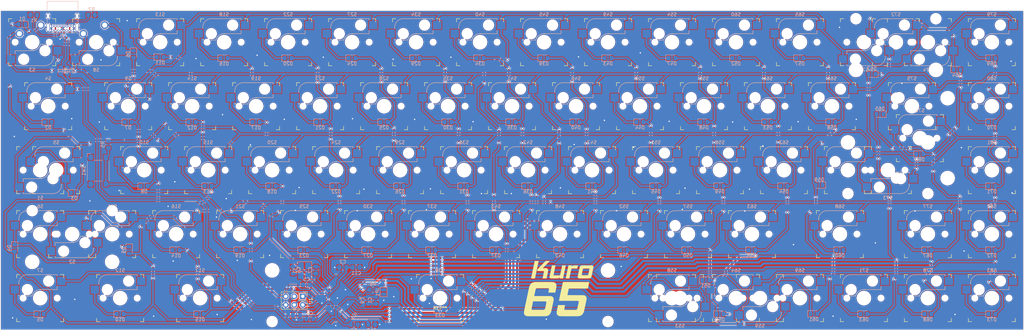
<source format=kicad_pcb>
(kicad_pcb (version 20171130) (host pcbnew "(5.1.9)-1")
  (layers (0 F.Cu signal) (31 B.Cu signal) (34 B.Paste user hide) (35 F.Paste user hide) (36 B.SilkS user hide) (37 F.SilkS user hide) (38 B.Mask user hide) (39 F.Mask user hide) (44 Edge.Cuts user hide))
  (net 0 "")
  (net 1 VCC)
  (net 2 GND)
  (net 3 "Net-(C8-Pad1)")
  (net 4 Col1)
  (net 5 "Net-(D1-Pad1)")
  (net 6 "Net-(D2-Pad1)")
  (net 7 "Net-(D3-Pad1)")
  (net 8 "Net-(D4-Pad1)")
  (net 9 "Net-(D5-Pad1)")
  (net 10 Col2)
  (net 11 "Net-(D6-Pad1)")
  (net 12 "Net-(D7-Pad1)")
  (net 13 "Net-(D8-Pad1)")
  (net 14 "Net-(D9-Pad1)")
  (net 15 "Net-(D10-Pad1)")
  (net 16 Col3)
  (net 17 "Net-(D11-Pad1)")
  (net 18 "Net-(D12-Pad1)")
  (net 19 "Net-(D13-Pad1)")
  (net 20 "Net-(D14-Pad1)")
  (net 21 "Net-(D15-Pad1)")
  (net 22 Col4)
  (net 23 "Net-(D16-Pad1)")
  (net 24 "Net-(D17-Pad1)")
  (net 25 "Net-(D18-Pad1)")
  (net 26 "Net-(D19-Pad1)")
  (net 27 Col5)
  (net 28 "Net-(D20-Pad1)")
  (net 29 "Net-(D21-Pad1)")
  (net 30 "Net-(D22-Pad1)")
  (net 31 "Net-(D23-Pad1)")
  (net 32 "Net-(D24-Pad1)")
  (net 33 Col6)
  (net 34 "Net-(D25-Pad1)")
  (net 35 "Net-(D26-Pad1)")
  (net 36 "Net-(D27-Pad1)")
  (net 37 "Net-(D29-Pad1)")
  (net 38 Col7)
  (net 39 "Net-(D30-Pad1)")
  (net 40 "Net-(D31-Pad1)")
  (net 41 "Net-(D32-Pad1)")
  (net 42 "Net-(D33-Pad1)")
  (net 43 Col8)
  (net 44 "Net-(D34-Pad1)")
  (net 45 "Net-(D35-Pad1)")
  (net 46 "Net-(D36-Pad1)")
  (net 47 "Net-(D37-Pad1)")
  (net 48 Col9)
  (net 49 "Net-(D39-Pad1)")
  (net 50 "Net-(D40-Pad1)")
  (net 51 "Net-(D41-Pad1)")
  (net 52 "Net-(D42-Pad1)")
  (net 53 "Net-(D43-Pad1)")
  (net 54 Col10)
  (net 55 "Net-(D44-Pad1)")
  (net 56 "Net-(D45-Pad1)")
  (net 57 "Net-(D46-Pad1)")
  (net 58 "Net-(D47-Pad1)")
  (net 59 Col11)
  (net 60 "Net-(D48-Pad1)")
  (net 61 "Net-(D49-Pad1)")
  (net 62 "Net-(D50-Pad1)")
  (net 63 "Net-(D51-Pad1)")
  (net 64 "Net-(D52-Pad1)")
  (net 65 Col12)
  (net 66 "Net-(D53-Pad1)")
  (net 67 "Net-(D54-Pad1)")
  (net 68 "Net-(D55-Pad1)")
  (net 69 "Net-(D56-Pad1)")
  (net 70 "Net-(D57-Pad1)")
  (net 71 Col13)
  (net 72 "Net-(D58-Pad1)")
  (net 73 "Net-(D59-Pad1)")
  (net 74 "Net-(D60-Pad1)")
  (net 75 "Net-(D61-Pad1)")
  (net 76 "Net-(D62-Pad1)")
  (net 77 Col14)
  (net 78 "Net-(D63-Pad1)")
  (net 79 Col15)
  (net 80 "Net-(D64-Pad1)")
  (net 81 "Net-(D65-Pad1)")
  (net 82 "Net-(D66-Pad1)")
  (net 83 "Net-(D67-Pad1)")
  (net 84 "Net-(D68-Pad1)")
  (net 85 "Net-(D69-Pad1)")
  (net 86 Col16)
  (net 87 "Net-(D70-Pad1)")
  (net 88 "Net-(D71-Pad1)")
  (net 89 "Net-(D72-Pad1)")
  (net 90 "Net-(D73-Pad1)")
  (net 91 "Net-(IC1-Pad1)")
  (net 92 D-)
  (net 93 D+)
  (net 94 SCK)
  (net 95 MOSI)
  (net 96 MISO)
  (net 97 RESET)
  (net 98 "Net-(IC1-Pad33)")
  (net 99 Row5)
  (net 100 Row4)
  (net 101 Row3)
  (net 102 Row2)
  (net 103 Row1)
  (net 104 "Net-(IC1-Pad42)")
  (net 105 "Net-(J2-PadA5)")
  (net 106 "Net-(J2-PadA8)")
  (net 107 "Net-(J2-PadB8)")
  (net 108 "Net-(J2-PadB5)")
  (net 109 "Net-(JP1-Pad1)")
  (net 110 /XTAL+)
  (net 111 /XTAL-)
  (net 112 /DCON+)
  (net 113 /DCON-)
  (module logo:kuro65 (layer F.Cu) (at 208.775 127.375)
    (fp_text reference G*** hide)
    (fp_text value LOGO hide)
  )
  (module Resistor_SMD:R_0805_2012Metric_Pad1.20x1.40mm_HandSolder (layer B.Cu) (at 153.475 127.675 180)
    (fp_text reference R6 (at 0 1.65) (layer B.SilkS) (effects (justify mirror)))
    (fp_text value 10k)
    (pad 2 smd roundrect (at 1 0 180) (size 1.2 1.4) (layers B.Cu B.Paste B.Mask) (roundrect_rratio 0.208333) (net 98 "Net-(IC1-Pad33)"))
    (pad 1 smd roundrect (at -1 0 180) (size 1.2 1.4) (layers B.Cu B.Paste B.Mask) (roundrect_rratio 0.208333) (net 109 "Net-(JP1-Pad1)"))
  )
  (module keyswitches:Kailh_socket_only_MX_6.25u (layer F.Cu) (at 173.44375 130.2)
    (fp_text reference S38 (at 0 -8.255) (layer B.SilkS) (effects (justify mirror)))
    (fp_text value SPACE_6.25)
    (pad 2 smd rect (at -7.56 -2.54) (size 2.55 2.5) (layers B.Cu B.Paste B.Mask) (net 42 "Net-(D33-Pad1)"))
    (pad "" np_thru_hole circle (at -5.08 0) (size 1.7018 1.7018) (drill 1.7018) (layers *.Cu *.Mask))
    (pad "" np_thru_hole circle (at 5.08 0) (size 1.7018 1.7018) (drill 1.7018) (layers *.Cu *.Mask))
    (pad "" np_thru_hole circle (at 0 0) (size 3.9878 3.9878) (drill 3.9878) (layers *.Cu *.Mask))
    (pad "" np_thru_hole circle (at -3.81 -2.54) (size 3 3) (drill 3) (layers *.Cu *.Mask))
    (pad "" np_thru_hole circle (at 2.54 -5.08) (size 3 3) (drill 3) (layers *.Cu *.Mask))
    (pad 1 smd rect (at 6.29 -5.08) (size 2.55 2.5) (layers B.Cu B.Paste B.Mask) (net 99 Row5))
  )
  (module Mounting_Keyboard_Stabilizer:Stabilizer_Cherry_MX_6.25u (layer F.Cu) (at 173.44375 130.2 180)
    (fp_text reference REF** (at 0 -3) (layer F.SilkS))
    (fp_text value Stabilizer_Cherry_MX_6.25u)
    (pad ~ np_thru_hole circle (at -50 -6.985 180) (size 3.048 3.048) (drill 3.048) (layers *.Cu *.Mask))
    (pad ~ np_thru_hole circle (at 50 -6.985 180) (size 3.048 3.048) (drill 3.048) (layers *.Cu *.Mask))
    (pad ~ np_thru_hole circle (at -50 8.255 180) (size 3.9878 3.9878) (drill 3.9878) (layers *.Cu *.Mask))
    (pad ~ np_thru_hole circle (at 50 8.255 180) (size 3.9878 3.9878) (drill 3.9878) (layers *.Cu *.Mask))
  )
  (module keyswitches:Stabilizer_MX_2u (layer F.Cu) (at 309.175 54)
    (fp_text reference REF** hide)
    (fp_text value Stabilizer_MX_2u hide)
    (pad "" np_thru_hole circle (at -11.9 -6.985) (size 3.048 3.048) (drill 3.048) (layers *.Cu *.Mask))
    (pad "" np_thru_hole circle (at 11.9 -6.985) (size 3.048 3.048) (drill 3.048) (layers *.Cu *.Mask))
    (pad "" np_thru_hole circle (at -11.9 8.255) (size 3.9878 3.9878) (drill 3.9878) (layers *.Cu *.Mask))
    (pad "" np_thru_hole circle (at 11.9 8.255) (size 3.9878 3.9878) (drill 3.9878) (layers *.Cu *.Mask))
  )
  (module keyswitches:Stabilizer_MX_2u (layer F.Cu) (at 306.79375 92.1 180)
    (fp_text reference REF** hide)
    (fp_text value Stabilizer_MX_2u hide)
    (pad "" np_thru_hole circle (at -11.9 -6.985 180) (size 3.048 3.048) (drill 3.048) (layers *.Cu *.Mask))
    (pad "" np_thru_hole circle (at 11.9 -6.985 180) (size 3.048 3.048) (drill 3.048) (layers *.Cu *.Mask))
    (pad "" np_thru_hole circle (at -11.9 8.255 180) (size 3.9878 3.9878) (drill 3.9878) (layers *.Cu *.Mask))
    (pad "" np_thru_hole circle (at 11.9 8.255 180) (size 3.9878 3.9878) (drill 3.9878) (layers *.Cu *.Mask))
  )
  (module keyswitches:Stabilizer_MX_2u (layer F.Cu) (at 63.90625 111.15)
    (fp_text reference REF** hide)
    (fp_text value Stabilizer_MX_2u hide)
    (pad "" np_thru_hole circle (at -11.9 -6.985) (size 3.048 3.048) (drill 3.048) (layers *.Cu *.Mask))
    (pad "" np_thru_hole circle (at 11.9 -6.985) (size 3.048 3.048) (drill 3.048) (layers *.Cu *.Mask))
    (pad "" np_thru_hole circle (at -11.9 8.255) (size 3.9878 3.9878) (drill 3.9878) (layers *.Cu *.Mask))
    (pad "" np_thru_hole circle (at 11.9 8.255) (size 3.9878 3.9878) (drill 3.9878) (layers *.Cu *.Mask))
  )
  (module keyswitches:Stabilizer_MX_2u (layer F.Cu) (at 316.31875 82.575 90)
    (fp_text reference REF** hide)
    (fp_text value Stabilizer_MX_2u hide)
    (pad "" np_thru_hole circle (at -11.9 -6.985 90) (size 3.048 3.048) (drill 3.048) (layers *.Cu *.Mask))
    (pad "" np_thru_hole circle (at 11.9 -6.985 90) (size 3.048 3.048) (drill 3.048) (layers *.Cu *.Mask))
    (pad "" np_thru_hole circle (at -11.9 8.255 90) (size 3.9878 3.9878) (drill 3.9878) (layers *.Cu *.Mask))
    (pad "" np_thru_hole circle (at 11.9 8.255 90) (size 3.9878 3.9878) (drill 3.9878) (layers *.Cu *.Mask))
  )
  (module Capacitor_SMD:C_0805_2012Metric_Pad1.18x1.45mm_HandSolder (layer B.Cu) (at 154.275 130.875 270)
    (fp_text reference C1 (at 0 1.68 90) (layer B.SilkS) (effects (justify mirror)))
    (fp_text value 1u)
    (pad 2 smd roundrect (at 1.0375 0 270) (size 1.175 1.45) (layers B.Cu B.Paste B.Mask) (roundrect_rratio 0.212766) (net 2 GND))
    (pad 1 smd roundrect (at -1.0375 0 270) (size 1.175 1.45) (layers B.Cu B.Paste B.Mask) (roundrect_rratio 0.212766) (net 1 VCC))
  )
  (module Capacitor_SMD:C_0805_2012Metric_Pad1.18x1.45mm_HandSolder (layer B.Cu) (at 144.475 121.075 180)
    (fp_text reference C2 (at 0 1.68) (layer B.SilkS) (effects (justify mirror)))
    (fp_text value 100n)
    (pad 2 smd roundrect (at 1.0375 0 180) (size 1.175 1.45) (layers B.Cu B.Paste B.Mask) (roundrect_rratio 0.212766) (net 2 GND))
    (pad 1 smd roundrect (at -1.0375 0 180) (size 1.175 1.45) (layers B.Cu B.Paste B.Mask) (roundrect_rratio 0.212766) (net 1 VCC))
  )
  (module Capacitor_SMD:C_0805_2012Metric_Pad1.18x1.45mm_HandSolder (layer B.Cu) (at 147.875 138.075)
    (fp_text reference C3 (at 0 1.68) (layer B.SilkS) (effects (justify mirror)))
    (fp_text value 100n)
    (pad 2 smd roundrect (at 1.0375 0) (size 1.175 1.45) (layers B.Cu B.Paste B.Mask) (roundrect_rratio 0.212766) (net 2 GND))
    (pad 1 smd roundrect (at -1.0375 0) (size 1.175 1.45) (layers B.Cu B.Paste B.Mask) (roundrect_rratio 0.212766) (net 1 VCC))
  )
  (module Capacitor_SMD:C_0805_2012Metric_Pad1.18x1.45mm_HandSolder (layer B.Cu) (at 130.675 135.275 180)
    (fp_text reference C4 (at 0 1.68) (layer B.SilkS) (effects (justify mirror)))
    (fp_text value 100n)
    (pad 2 smd roundrect (at 1.0375 0 180) (size 1.175 1.45) (layers B.Cu B.Paste B.Mask) (roundrect_rratio 0.212766) (net 2 GND))
    (pad 1 smd roundrect (at -1.0375 0 180) (size 1.175 1.45) (layers B.Cu B.Paste B.Mask) (roundrect_rratio 0.212766) (net 1 VCC))
  )
  (module Capacitor_SMD:C_0805_2012Metric_Pad1.18x1.45mm_HandSolder (layer B.Cu) (at 133.675 126.275 180)
    (fp_text reference C5 (at 0 1.68) (layer B.SilkS) (effects (justify mirror)))
    (fp_text value 100n)
    (pad 2 smd roundrect (at 1.0375 0 180) (size 1.175 1.45) (layers B.Cu B.Paste B.Mask) (roundrect_rratio 0.212766) (net 2 GND))
    (pad 1 smd roundrect (at -1.0375 0 180) (size 1.175 1.45) (layers B.Cu B.Paste B.Mask) (roundrect_rratio 0.212766) (net 1 VCC))
  )
  (module Capacitor_SMD:C_0805_2012Metric_Pad1.18x1.45mm_HandSolder (layer B.Cu) (at 129.675 121.875 90)
    (fp_text reference C6 (at 0 1.68 90) (layer B.SilkS) (effects (justify mirror)))
    (fp_text value 22p)
    (pad 2 smd roundrect (at 1.0375 0 90) (size 1.175 1.45) (layers B.Cu B.Paste B.Mask) (roundrect_rratio 0.212766) (net 2 GND))
    (pad 1 smd roundrect (at -1.0375 0 90) (size 1.175 1.45) (layers B.Cu B.Paste B.Mask) (roundrect_rratio 0.212766) (net 110 /XTAL+))
  )
  (module Capacitor_SMD:C_0805_2012Metric_Pad1.18x1.45mm_HandSolder (layer B.Cu) (at 136.475 121.875 270)
    (fp_text reference C7 (at 0 1.68 90) (layer B.SilkS) (effects (justify mirror)))
    (fp_text value 22p)
    (pad 2 smd roundrect (at 1.0375 0 270) (size 1.175 1.45) (layers B.Cu B.Paste B.Mask) (roundrect_rratio 0.212766) (net 2 GND))
    (pad 1 smd roundrect (at -1.0375 0 270) (size 1.175 1.45) (layers B.Cu B.Paste B.Mask) (roundrect_rratio 0.212766) (net 111 /XTAL-))
  )
  (module Diode_SMD:D_0805_2012Metric_Pad1.15x1.40mm_HandSolder (layer B.Cu) (at 48.975 48.675 180)
    (fp_text reference D1 (at 0 1.65) (layer B.SilkS) (effects (justify mirror)))
    (fp_text value 1N4148)
    (pad 2 smd roundrect (at 1.025 0 180) (size 1.15 1.4) (layers B.Cu B.Paste B.Mask) (roundrect_rratio 0.217391) (net 4 Col1))
    (pad 1 smd roundrect (at -1.025 0 180) (size 1.15 1.4) (layers B.Cu B.Paste B.Mask) (roundrect_rratio 0.217391) (net 5 "Net-(D1-Pad1)"))
  )
  (module Diode_SMD:D_0805_2012Metric_Pad1.15x1.40mm_HandSolder (layer B.Cu) (at 56.7625 77.8125)
    (fp_text reference D2 (at 0 1.65) (layer B.SilkS) (effects (justify mirror)))
    (fp_text value 1N4148)
    (pad 2 smd roundrect (at 1.025 0) (size 1.15 1.4) (layers B.Cu B.Paste B.Mask) (roundrect_rratio 0.217391) (net 4 Col1))
    (pad 1 smd roundrect (at -1.025 0) (size 1.15 1.4) (layers B.Cu B.Paste B.Mask) (roundrect_rratio 0.217391) (net 6 "Net-(D2-Pad1)"))
  )
  (module Diode_SMD:D_0805_2012Metric_Pad1.15x1.40mm_HandSolder (layer B.Cu) (at 64.575 98.875)
    (fp_text reference D3 (at 0 1.65) (layer B.SilkS) (effects (justify mirror)))
    (fp_text value 1N4148)
    (pad 2 smd roundrect (at 1.025 0) (size 1.15 1.4) (layers B.Cu B.Paste B.Mask) (roundrect_rratio 0.217391) (net 4 Col1))
    (pad 1 smd roundrect (at -1.025 0) (size 1.15 1.4) (layers B.Cu B.Paste B.Mask) (roundrect_rratio 0.217391) (net 7 "Net-(D3-Pad1)"))
  )
  (module Diode_SMD:D_0805_2012Metric_Pad1.15x1.40mm_HandSolder (layer B.Cu) (at 46.775 115.3 270)
    (fp_text reference D4 (at 0 1.65 90) (layer B.SilkS) (effects (justify mirror)))
    (fp_text value 1N4148)
    (pad 2 smd roundrect (at 1.025 0 270) (size 1.15 1.4) (layers B.Cu B.Paste B.Mask) (roundrect_rratio 0.217391) (net 4 Col1))
    (pad 1 smd roundrect (at -1.025 0 270) (size 1.15 1.4) (layers B.Cu B.Paste B.Mask) (roundrect_rratio 0.217391) (net 8 "Net-(D4-Pad1)"))
  )
  (module Diode_SMD:D_0805_2012Metric_Pad1.15x1.40mm_HandSolder (layer B.Cu) (at 54.38125 134.9625)
    (fp_text reference D5 (at 0 1.65) (layer B.SilkS) (effects (justify mirror)))
    (fp_text value 1N4148)
    (pad 2 smd roundrect (at 1.025 0) (size 1.15 1.4) (layers B.Cu B.Paste B.Mask) (roundrect_rratio 0.217391) (net 4 Col1))
    (pad 1 smd roundrect (at -1.025 0) (size 1.15 1.4) (layers B.Cu B.Paste B.Mask) (roundrect_rratio 0.217391) (net 9 "Net-(D5-Pad1)"))
  )
  (module Diode_SMD:D_0805_2012Metric_Pad1.15x1.40mm_HandSolder (layer B.Cu) (at 82.175 57.575 270)
    (fp_text reference D6 (at 0 1.65 90) (layer B.SilkS) (effects (justify mirror)))
    (fp_text value 1N4148)
    (pad 2 smd roundrect (at 1.025 0 270) (size 1.15 1.4) (layers B.Cu B.Paste B.Mask) (roundrect_rratio 0.217391) (net 10 Col2))
    (pad 1 smd roundrect (at -1.025 0 270) (size 1.15 1.4) (layers B.Cu B.Paste B.Mask) (roundrect_rratio 0.217391) (net 11 "Net-(D6-Pad1)"))
  )
  (module Diode_SMD:D_0805_2012Metric_Pad1.15x1.40mm_HandSolder (layer B.Cu) (at 80.575 77.8125)
    (fp_text reference D7 (at 0 1.65) (layer B.SilkS) (effects (justify mirror)))
    (fp_text value 1N4148)
    (pad 2 smd roundrect (at 1.025 0) (size 1.15 1.4) (layers B.Cu B.Paste B.Mask) (roundrect_rratio 0.217391) (net 10 Col2))
    (pad 1 smd roundrect (at -1.025 0) (size 1.15 1.4) (layers B.Cu B.Paste B.Mask) (roundrect_rratio 0.217391) (net 12 "Net-(D7-Pad1)"))
  )
  (module Diode_SMD:D_0805_2012Metric_Pad1.15x1.40mm_HandSolder (layer B.Cu) (at 85.3375 96.8625)
    (fp_text reference D8 (at 0 1.65) (layer B.SilkS) (effects (justify mirror)))
    (fp_text value 1N4148)
    (pad 2 smd roundrect (at 1.025 0) (size 1.15 1.4) (layers B.Cu B.Paste B.Mask) (roundrect_rratio 0.217391) (net 10 Col2))
    (pad 1 smd roundrect (at -1.025 0) (size 1.15 1.4) (layers B.Cu B.Paste B.Mask) (roundrect_rratio 0.217391) (net 13 "Net-(D8-Pad1)"))
  )
  (module Diode_SMD:D_0805_2012Metric_Pad1.15x1.40mm_HandSolder (layer B.Cu) (at 80.875 115.9125 270)
    (fp_text reference D9 (at 0 1.65 90) (layer B.SilkS) (effects (justify mirror)))
    (fp_text value 1N4148)
    (pad 2 smd roundrect (at 1.025 0 270) (size 1.15 1.4) (layers B.Cu B.Paste B.Mask) (roundrect_rratio 0.217391) (net 10 Col2))
    (pad 1 smd roundrect (at -1.025 0 270) (size 1.15 1.4) (layers B.Cu B.Paste B.Mask) (roundrect_rratio 0.217391) (net 14 "Net-(D9-Pad1)"))
  )
  (module Diode_SMD:D_0805_2012Metric_Pad1.15x1.40mm_HandSolder (layer B.Cu) (at 78.19375 134.9625)
    (fp_text reference D10 (at 0 1.65) (layer B.SilkS) (effects (justify mirror)))
    (fp_text value 1N4148)
    (pad 2 smd roundrect (at 1.025 0) (size 1.15 1.4) (layers B.Cu B.Paste B.Mask) (roundrect_rratio 0.217391) (net 10 Col2))
    (pad 1 smd roundrect (at -1.025 0) (size 1.15 1.4) (layers B.Cu B.Paste B.Mask) (roundrect_rratio 0.217391) (net 15 "Net-(D10-Pad1)"))
  )
  (module Diode_SMD:D_0805_2012Metric_Pad1.15x1.40mm_HandSolder (layer B.Cu) (at 90.1 58.445)
    (fp_text reference D11 (at 0 1.65 180) (layer B.SilkS) (effects (justify mirror)))
    (fp_text value 1N4148)
    (pad 2 smd roundrect (at 1.025 0) (size 1.15 1.4) (layers B.Cu B.Paste B.Mask) (roundrect_rratio 0.217391) (net 16 Col3))
    (pad 1 smd roundrect (at -1.025 0) (size 1.15 1.4) (layers B.Cu B.Paste B.Mask) (roundrect_rratio 0.217391) (net 17 "Net-(D11-Pad1)"))
  )
  (module Diode_SMD:D_0805_2012Metric_Pad1.15x1.40mm_HandSolder (layer B.Cu) (at 99.625 77.8125)
    (fp_text reference D12 (at 0 1.65) (layer B.SilkS) (effects (justify mirror)))
    (fp_text value 1N4148)
    (pad 2 smd roundrect (at 1.025 0) (size 1.15 1.4) (layers B.Cu B.Paste B.Mask) (roundrect_rratio 0.217391) (net 16 Col3))
    (pad 1 smd roundrect (at -1.025 0) (size 1.15 1.4) (layers B.Cu B.Paste B.Mask) (roundrect_rratio 0.217391) (net 18 "Net-(D12-Pad1)"))
  )
  (module Diode_SMD:D_0805_2012Metric_Pad1.15x1.40mm_HandSolder (layer B.Cu) (at 104.3875 96.8625)
    (fp_text reference D13 (at 0 1.65) (layer B.SilkS) (effects (justify mirror)))
    (fp_text value 1N4148)
    (pad 2 smd roundrect (at 1.025 0) (size 1.15 1.4) (layers B.Cu B.Paste B.Mask) (roundrect_rratio 0.217391) (net 16 Col3))
    (pad 1 smd roundrect (at -1.025 0) (size 1.15 1.4) (layers B.Cu B.Paste B.Mask) (roundrect_rratio 0.217391) (net 19 "Net-(D13-Pad1)"))
  )
  (module Diode_SMD:D_0805_2012Metric_Pad1.15x1.40mm_HandSolder (layer B.Cu) (at 94.8625 115.9125)
    (fp_text reference D14 (at 0 1.65) (layer B.SilkS) (effects (justify mirror)))
    (fp_text value 1N4148)
    (pad 2 smd roundrect (at 1.025 0) (size 1.15 1.4) (layers B.Cu B.Paste B.Mask) (roundrect_rratio 0.217391) (net 16 Col3))
    (pad 1 smd roundrect (at -1.025 0) (size 1.15 1.4) (layers B.Cu B.Paste B.Mask) (roundrect_rratio 0.217391) (net 20 "Net-(D14-Pad1)"))
  )
  (module Diode_SMD:D_0805_2012Metric_Pad1.15x1.40mm_HandSolder (layer B.Cu) (at 102.00625 134.9625)
    (fp_text reference D15 (at 0 1.65) (layer B.SilkS) (effects (justify mirror)))
    (fp_text value 1N4148)
    (pad 2 smd roundrect (at 1.025 0) (size 1.15 1.4) (layers B.Cu B.Paste B.Mask) (roundrect_rratio 0.217391) (net 16 Col3))
    (pad 1 smd roundrect (at -1.025 0) (size 1.15 1.4) (layers B.Cu B.Paste B.Mask) (roundrect_rratio 0.217391) (net 21 "Net-(D15-Pad1)"))
  )
  (module Diode_SMD:D_0805_2012Metric_Pad1.15x1.40mm_HandSolder (layer B.Cu) (at 109.15 58.7625)
    (fp_text reference D16 (at 0 1.65) (layer B.SilkS) (effects (justify mirror)))
    (fp_text value 1N4148)
    (pad 2 smd roundrect (at 1.025 0) (size 1.15 1.4) (layers B.Cu B.Paste B.Mask) (roundrect_rratio 0.217391) (net 22 Col4))
    (pad 1 smd roundrect (at -1.025 0) (size 1.15 1.4) (layers B.Cu B.Paste B.Mask) (roundrect_rratio 0.217391) (net 23 "Net-(D16-Pad1)"))
  )
  (module Diode_SMD:D_0805_2012Metric_Pad1.15x1.40mm_HandSolder (layer B.Cu) (at 118.675 77.8125)
    (fp_text reference D17 (at 0 1.65) (layer B.SilkS) (effects (justify mirror)))
    (fp_text value 1N4148)
    (pad 2 smd roundrect (at 1.025 0) (size 1.15 1.4) (layers B.Cu B.Paste B.Mask) (roundrect_rratio 0.217391) (net 22 Col4))
    (pad 1 smd roundrect (at -1.025 0) (size 1.15 1.4) (layers B.Cu B.Paste B.Mask) (roundrect_rratio 0.217391) (net 24 "Net-(D17-Pad1)"))
  )
  (module Diode_SMD:D_0805_2012Metric_Pad1.15x1.40mm_HandSolder (layer B.Cu) (at 123.4375 96.8625)
    (fp_text reference D18 (at 0 1.65) (layer B.SilkS) (effects (justify mirror)))
    (fp_text value 1N4148)
    (pad 2 smd roundrect (at 1.025 0) (size 1.15 1.4) (layers B.Cu B.Paste B.Mask) (roundrect_rratio 0.217391) (net 22 Col4))
    (pad 1 smd roundrect (at -1.025 0) (size 1.15 1.4) (layers B.Cu B.Paste B.Mask) (roundrect_rratio 0.217391) (net 25 "Net-(D18-Pad1)"))
  )
  (module Diode_SMD:D_0805_2012Metric_Pad1.15x1.40mm_HandSolder (layer B.Cu) (at 113.9125 115.9125)
    (fp_text reference D19 (at 0 1.65) (layer B.SilkS) (effects (justify mirror)))
    (fp_text value 1N4148)
    (pad 2 smd roundrect (at 1.025 0) (size 1.15 1.4) (layers B.Cu B.Paste B.Mask) (roundrect_rratio 0.217391) (net 22 Col4))
    (pad 1 smd roundrect (at -1.025 0) (size 1.15 1.4) (layers B.Cu B.Paste B.Mask) (roundrect_rratio 0.217391) (net 26 "Net-(D19-Pad1)"))
  )
  (module Diode_SMD:D_0805_2012Metric_Pad1.15x1.40mm_HandSolder (layer B.Cu) (at 128.2 58.7625)
    (fp_text reference D20 (at 0 1.65 180) (layer B.SilkS) (effects (justify mirror)))
    (fp_text value 1N4148)
    (pad 2 smd roundrect (at 1.025 0) (size 1.15 1.4) (layers B.Cu B.Paste B.Mask) (roundrect_rratio 0.217391) (net 27 Col5))
    (pad 1 smd roundrect (at -1.025 0) (size 1.15 1.4) (layers B.Cu B.Paste B.Mask) (roundrect_rratio 0.217391) (net 28 "Net-(D20-Pad1)"))
  )
  (module Diode_SMD:D_0805_2012Metric_Pad1.15x1.40mm_HandSolder (layer B.Cu) (at 137.725 77.8125)
    (fp_text reference D21 (at 0 1.65) (layer B.SilkS) (effects (justify mirror)))
    (fp_text value 1N4148)
    (pad 2 smd roundrect (at 1.025 0) (size 1.15 1.4) (layers B.Cu B.Paste B.Mask) (roundrect_rratio 0.217391) (net 27 Col5))
    (pad 1 smd roundrect (at -1.025 0) (size 1.15 1.4) (layers B.Cu B.Paste B.Mask) (roundrect_rratio 0.217391) (net 29 "Net-(D21-Pad1)"))
  )
  (module Diode_SMD:D_0805_2012Metric_Pad1.15x1.40mm_HandSolder (layer B.Cu) (at 142.4875 96.8625)
    (fp_text reference D22 (at 0 1.65) (layer B.SilkS) (effects (justify mirror)))
    (fp_text value 1N4148)
    (pad 2 smd roundrect (at 1.025 0) (size 1.15 1.4) (layers B.Cu B.Paste B.Mask) (roundrect_rratio 0.217391) (net 27 Col5))
    (pad 1 smd roundrect (at -1.025 0) (size 1.15 1.4) (layers B.Cu B.Paste B.Mask) (roundrect_rratio 0.217391) (net 30 "Net-(D22-Pad1)"))
  )
  (module Diode_SMD:D_0805_2012Metric_Pad1.15x1.40mm_HandSolder (layer B.Cu) (at 132.9625 115.9125)
    (fp_text reference D23 (at 0 1.65) (layer B.SilkS) (effects (justify mirror)))
    (fp_text value 1N4148)
    (pad 2 smd roundrect (at 1.025 0) (size 1.15 1.4) (layers B.Cu B.Paste B.Mask) (roundrect_rratio 0.217391) (net 27 Col5))
    (pad 1 smd roundrect (at -1.025 0) (size 1.15 1.4) (layers B.Cu B.Paste B.Mask) (roundrect_rratio 0.217391) (net 31 "Net-(D23-Pad1)"))
  )
  (module Diode_SMD:D_0805_2012Metric_Pad1.15x1.40mm_HandSolder (layer B.Cu) (at 147.25 58.7625)
    (fp_text reference D24 (at 0 1.65) (layer B.SilkS) (effects (justify mirror)))
    (fp_text value 1N4148)
    (pad 2 smd roundrect (at 1.025 0) (size 1.15 1.4) (layers B.Cu B.Paste B.Mask) (roundrect_rratio 0.217391) (net 33 Col6))
    (pad 1 smd roundrect (at -1.025 0) (size 1.15 1.4) (layers B.Cu B.Paste B.Mask) (roundrect_rratio 0.217391) (net 32 "Net-(D24-Pad1)"))
  )
  (module Diode_SMD:D_0805_2012Metric_Pad1.15x1.40mm_HandSolder (layer B.Cu) (at 156.775 77.8125)
    (fp_text reference D25 (at 0 1.65) (layer B.SilkS) (effects (justify mirror)))
    (fp_text value 1N4148)
    (pad 2 smd roundrect (at 1.025 0) (size 1.15 1.4) (layers B.Cu B.Paste B.Mask) (roundrect_rratio 0.217391) (net 33 Col6))
    (pad 1 smd roundrect (at -1.025 0) (size 1.15 1.4) (layers B.Cu B.Paste B.Mask) (roundrect_rratio 0.217391) (net 34 "Net-(D25-Pad1)"))
  )
  (module Diode_SMD:D_0805_2012Metric_Pad1.15x1.40mm_HandSolder (layer B.Cu) (at 161.5375 96.8625)
    (fp_text reference D26 (at 0 1.65) (layer B.SilkS) (effects (justify mirror)))
    (fp_text value 1N4148)
    (pad 2 smd roundrect (at 1.025 0) (size 1.15 1.4) (layers B.Cu B.Paste B.Mask) (roundrect_rratio 0.217391) (net 33 Col6))
    (pad 1 smd roundrect (at -1.025 0) (size 1.15 1.4) (layers B.Cu B.Paste B.Mask) (roundrect_rratio 0.217391) (net 35 "Net-(D26-Pad1)"))
  )
  (module Diode_SMD:D_0805_2012Metric_Pad1.15x1.40mm_HandSolder (layer B.Cu) (at 152.0125 115.9125)
    (fp_text reference D27 (at 0 1.65) (layer B.SilkS) (effects (justify mirror)))
    (fp_text value 1N4148)
    (pad 2 smd roundrect (at 1.025 0) (size 1.15 1.4) (layers B.Cu B.Paste B.Mask) (roundrect_rratio 0.217391) (net 33 Col6))
    (pad 1 smd roundrect (at -1.025 0) (size 1.15 1.4) (layers B.Cu B.Paste B.Mask) (roundrect_rratio 0.217391) (net 36 "Net-(D27-Pad1)"))
  )
  (module Diode_SMD:D_0805_2012Metric_Pad1.15x1.40mm_HandSolder (layer B.Cu) (at 166.3 58.7625)
    (fp_text reference D29 (at 0 1.65) (layer B.SilkS) (effects (justify mirror)))
    (fp_text value 1N4148)
    (pad 2 smd roundrect (at 1.025 0) (size 1.15 1.4) (layers B.Cu B.Paste B.Mask) (roundrect_rratio 0.217391) (net 38 Col7))
    (pad 1 smd roundrect (at -1.025 0) (size 1.15 1.4) (layers B.Cu B.Paste B.Mask) (roundrect_rratio 0.217391) (net 37 "Net-(D29-Pad1)"))
  )
  (module Diode_SMD:D_0805_2012Metric_Pad1.15x1.40mm_HandSolder (layer B.Cu) (at 175.825 77.8125)
    (fp_text reference D30 (at 0 1.65) (layer B.SilkS) (effects (justify mirror)))
    (fp_text value 1N4148)
    (pad 2 smd roundrect (at 1.025 0) (size 1.15 1.4) (layers B.Cu B.Paste B.Mask) (roundrect_rratio 0.217391) (net 38 Col7))
    (pad 1 smd roundrect (at -1.025 0) (size 1.15 1.4) (layers B.Cu B.Paste B.Mask) (roundrect_rratio 0.217391) (net 39 "Net-(D30-Pad1)"))
  )
  (module Diode_SMD:D_0805_2012Metric_Pad1.15x1.40mm_HandSolder (layer B.Cu) (at 180.5875 96.8625)
    (fp_text reference D31 (at 0 1.65) (layer B.SilkS) (effects (justify mirror)))
    (fp_text value 1N4148)
    (pad 2 smd roundrect (at 1.025 0) (size 1.15 1.4) (layers B.Cu B.Paste B.Mask) (roundrect_rratio 0.217391) (net 38 Col7))
    (pad 1 smd roundrect (at -1.025 0) (size 1.15 1.4) (layers B.Cu B.Paste B.Mask) (roundrect_rratio 0.217391) (net 40 "Net-(D31-Pad1)"))
  )
  (module Diode_SMD:D_0805_2012Metric_Pad1.15x1.40mm_HandSolder (layer B.Cu) (at 171.0625 115.9125)
    (fp_text reference D32 (at 0 1.65) (layer B.SilkS) (effects (justify mirror)))
    (fp_text value 1N4148)
    (pad 2 smd roundrect (at 1.025 0) (size 1.15 1.4) (layers B.Cu B.Paste B.Mask) (roundrect_rratio 0.217391) (net 38 Col7))
    (pad 1 smd roundrect (at -1.025 0) (size 1.15 1.4) (layers B.Cu B.Paste B.Mask) (roundrect_rratio 0.217391) (net 41 "Net-(D32-Pad1)"))
  )
  (module Diode_SMD:D_0805_2012Metric_Pad1.15x1.40mm_HandSolder (layer B.Cu) (at 173.44375 133.675)
    (fp_text reference D33 (at 0 1.65) (layer B.SilkS) (effects (justify mirror)))
    (fp_text value 1N4148)
    (pad 2 smd roundrect (at 1.025 0) (size 1.15 1.4) (layers B.Cu B.Paste B.Mask) (roundrect_rratio 0.217391) (net 38 Col7))
    (pad 1 smd roundrect (at -1.025 0) (size 1.15 1.4) (layers B.Cu B.Paste B.Mask) (roundrect_rratio 0.217391) (net 42 "Net-(D33-Pad1)"))
  )
  (module Diode_SMD:D_0805_2012Metric_Pad1.15x1.40mm_HandSolder (layer B.Cu) (at 185.35 58.7625)
    (fp_text reference D34 (at 0 1.65) (layer B.SilkS) (effects (justify mirror)))
    (fp_text value 1N4148)
    (pad 2 smd roundrect (at 1.025 0) (size 1.15 1.4) (layers B.Cu B.Paste B.Mask) (roundrect_rratio 0.217391) (net 43 Col8))
    (pad 1 smd roundrect (at -1.025 0) (size 1.15 1.4) (layers B.Cu B.Paste B.Mask) (roundrect_rratio 0.217391) (net 44 "Net-(D34-Pad1)"))
  )
  (module Diode_SMD:D_0805_2012Metric_Pad1.15x1.40mm_HandSolder (layer B.Cu) (at 194.875 77.8125)
    (fp_text reference D35 (at 0 1.65) (layer B.SilkS) (effects (justify mirror)))
    (fp_text value 1N4148)
    (pad 2 smd roundrect (at 1.025 0) (size 1.15 1.4) (layers B.Cu B.Paste B.Mask) (roundrect_rratio 0.217391) (net 43 Col8))
    (pad 1 smd roundrect (at -1.025 0) (size 1.15 1.4) (layers B.Cu B.Paste B.Mask) (roundrect_rratio 0.217391) (net 45 "Net-(D35-Pad1)"))
  )
  (module Diode_SMD:D_0805_2012Metric_Pad1.15x1.40mm_HandSolder (layer B.Cu) (at 199.6375 96.8625)
    (fp_text reference D36 (at 0 1.65) (layer B.SilkS) (effects (justify mirror)))
    (fp_text value 1N4148)
    (pad 2 smd roundrect (at 1.025 0) (size 1.15 1.4) (layers B.Cu B.Paste B.Mask) (roundrect_rratio 0.217391) (net 43 Col8))
    (pad 1 smd roundrect (at -1.025 0) (size 1.15 1.4) (layers B.Cu B.Paste B.Mask) (roundrect_rratio 0.217391) (net 46 "Net-(D36-Pad1)"))
  )
  (module Diode_SMD:D_0805_2012Metric_Pad1.15x1.40mm_HandSolder (layer B.Cu) (at 190.1125 115.9125)
    (fp_text reference D37 (at 0 1.65) (layer B.SilkS) (effects (justify mirror)))
    (fp_text value 1N4148)
    (pad 2 smd roundrect (at 1.025 0) (size 1.15 1.4) (layers B.Cu B.Paste B.Mask) (roundrect_rratio 0.217391) (net 43 Col8))
    (pad 1 smd roundrect (at -1.025 0) (size 1.15 1.4) (layers B.Cu B.Paste B.Mask) (roundrect_rratio 0.217391) (net 47 "Net-(D37-Pad1)"))
  )
  (module Diode_SMD:D_0805_2012Metric_Pad1.15x1.40mm_HandSolder (layer B.Cu) (at 204.4 58.7625)
    (fp_text reference D39 (at 0 1.65) (layer B.SilkS) (effects (justify mirror)))
    (fp_text value 1N4148)
    (pad 2 smd roundrect (at 1.025 0) (size 1.15 1.4) (layers B.Cu B.Paste B.Mask) (roundrect_rratio 0.217391) (net 48 Col9))
    (pad 1 smd roundrect (at -1.025 0) (size 1.15 1.4) (layers B.Cu B.Paste B.Mask) (roundrect_rratio 0.217391) (net 49 "Net-(D39-Pad1)"))
  )
  (module Diode_SMD:D_0805_2012Metric_Pad1.15x1.40mm_HandSolder (layer B.Cu) (at 213.925 77.8125)
    (fp_text reference D40 (at 0 1.65) (layer B.SilkS) (effects (justify mirror)))
    (fp_text value 1N4148)
    (pad 2 smd roundrect (at 1.025 0) (size 1.15 1.4) (layers B.Cu B.Paste B.Mask) (roundrect_rratio 0.217391) (net 48 Col9))
    (pad 1 smd roundrect (at -1.025 0) (size 1.15 1.4) (layers B.Cu B.Paste B.Mask) (roundrect_rratio 0.217391) (net 50 "Net-(D40-Pad1)"))
  )
  (module Diode_SMD:D_0805_2012Metric_Pad1.15x1.40mm_HandSolder (layer B.Cu) (at 218.6875 96.8625)
    (fp_text reference D41 (at 0 1.65) (layer B.SilkS) (effects (justify mirror)))
    (fp_text value 1N4148)
    (pad 2 smd roundrect (at 1.025 0) (size 1.15 1.4) (layers B.Cu B.Paste B.Mask) (roundrect_rratio 0.217391) (net 48 Col9))
    (pad 1 smd roundrect (at -1.025 0) (size 1.15 1.4) (layers B.Cu B.Paste B.Mask) (roundrect_rratio 0.217391) (net 51 "Net-(D41-Pad1)"))
  )
  (module Diode_SMD:D_0805_2012Metric_Pad1.15x1.40mm_HandSolder (layer B.Cu) (at 209.1625 115.9125)
    (fp_text reference D42 (at 0 1.65) (layer B.SilkS) (effects (justify mirror)))
    (fp_text value 1N4148)
    (pad 2 smd roundrect (at 1.025 0) (size 1.15 1.4) (layers B.Cu B.Paste B.Mask) (roundrect_rratio 0.217391) (net 48 Col9))
    (pad 1 smd roundrect (at -1.025 0) (size 1.15 1.4) (layers B.Cu B.Paste B.Mask) (roundrect_rratio 0.217391) (net 52 "Net-(D42-Pad1)"))
  )
  (module Diode_SMD:D_0805_2012Metric_Pad1.15x1.40mm_HandSolder (layer B.Cu) (at 223.45 58.7625)
    (fp_text reference D43 (at 0 1.65) (layer B.SilkS) (effects (justify mirror)))
    (fp_text value 1N4148)
    (pad 2 smd roundrect (at 1.025 0) (size 1.15 1.4) (layers B.Cu B.Paste B.Mask) (roundrect_rratio 0.217391) (net 54 Col10))
    (pad 1 smd roundrect (at -1.025 0) (size 1.15 1.4) (layers B.Cu B.Paste B.Mask) (roundrect_rratio 0.217391) (net 53 "Net-(D43-Pad1)"))
  )
  (module Diode_SMD:D_0805_2012Metric_Pad1.15x1.40mm_HandSolder (layer B.Cu) (at 232.975 77.8125)
    (fp_text reference D44 (at 0 1.65) (layer B.SilkS) (effects (justify mirror)))
    (fp_text value 1N4148)
    (pad 2 smd roundrect (at 1.025 0) (size 1.15 1.4) (layers B.Cu B.Paste B.Mask) (roundrect_rratio 0.217391) (net 54 Col10))
    (pad 1 smd roundrect (at -1.025 0) (size 1.15 1.4) (layers B.Cu B.Paste B.Mask) (roundrect_rratio 0.217391) (net 55 "Net-(D44-Pad1)"))
  )
  (module Diode_SMD:D_0805_2012Metric_Pad1.15x1.40mm_HandSolder (layer B.Cu) (at 237.7375 96.8625)
    (fp_text reference D45 (at 0 1.65) (layer B.SilkS) (effects (justify mirror)))
    (fp_text value 1N4148)
    (pad 2 smd roundrect (at 1.025 0) (size 1.15 1.4) (layers B.Cu B.Paste B.Mask) (roundrect_rratio 0.217391) (net 54 Col10))
    (pad 1 smd roundrect (at -1.025 0) (size 1.15 1.4) (layers B.Cu B.Paste B.Mask) (roundrect_rratio 0.217391) (net 56 "Net-(D45-Pad1)"))
  )
  (module Diode_SMD:D_0805_2012Metric_Pad1.15x1.40mm_HandSolder (layer B.Cu) (at 228.2125 115.9125)
    (fp_text reference D46 (at 0 1.65) (layer B.SilkS) (effects (justify mirror)))
    (fp_text value 1N4148)
    (pad 2 smd roundrect (at 1.025 0) (size 1.15 1.4) (layers B.Cu B.Paste B.Mask) (roundrect_rratio 0.217391) (net 54 Col10))
    (pad 1 smd roundrect (at -1.025 0) (size 1.15 1.4) (layers B.Cu B.Paste B.Mask) (roundrect_rratio 0.217391) (net 57 "Net-(D46-Pad1)"))
  )
  (module Diode_SMD:D_0805_2012Metric_Pad1.15x1.40mm_HandSolder (layer B.Cu) (at 242.5 58.7625)
    (fp_text reference D47 (at 0 1.65) (layer B.SilkS) (effects (justify mirror)))
    (fp_text value 1N4148)
    (pad 2 smd roundrect (at 1.025 0) (size 1.15 1.4) (layers B.Cu B.Paste B.Mask) (roundrect_rratio 0.217391) (net 59 Col11))
    (pad 1 smd roundrect (at -1.025 0) (size 1.15 1.4) (layers B.Cu B.Paste B.Mask) (roundrect_rratio 0.217391) (net 58 "Net-(D47-Pad1)"))
  )
  (module Diode_SMD:D_0805_2012Metric_Pad1.15x1.40mm_HandSolder (layer B.Cu) (at 252.025 77.8125)
    (fp_text reference D48 (at 0 1.65) (layer B.SilkS) (effects (justify mirror)))
    (fp_text value 1N4148)
    (pad 2 smd roundrect (at 1.025 0) (size 1.15 1.4) (layers B.Cu B.Paste B.Mask) (roundrect_rratio 0.217391) (net 59 Col11))
    (pad 1 smd roundrect (at -1.025 0) (size 1.15 1.4) (layers B.Cu B.Paste B.Mask) (roundrect_rratio 0.217391) (net 60 "Net-(D48-Pad1)"))
  )
  (module Diode_SMD:D_0805_2012Metric_Pad1.15x1.40mm_HandSolder (layer B.Cu) (at 256.7875 96.8625)
    (fp_text reference D49 (at 0 1.65) (layer B.SilkS) (effects (justify mirror)))
    (fp_text value 1N4148)
    (pad 2 smd roundrect (at 1.025 0) (size 1.15 1.4) (layers B.Cu B.Paste B.Mask) (roundrect_rratio 0.217391) (net 59 Col11))
    (pad 1 smd roundrect (at -1.025 0) (size 1.15 1.4) (layers B.Cu B.Paste B.Mask) (roundrect_rratio 0.217391) (net 61 "Net-(D49-Pad1)"))
  )
  (module Diode_SMD:D_0805_2012Metric_Pad1.15x1.40mm_HandSolder (layer B.Cu) (at 247.2625 115.9125)
    (fp_text reference D50 (at 0 1.65) (layer B.SilkS) (effects (justify mirror)))
    (fp_text value 1N4148)
    (pad 2 smd roundrect (at 1.025 0) (size 1.15 1.4) (layers B.Cu B.Paste B.Mask) (roundrect_rratio 0.217391) (net 59 Col11))
    (pad 1 smd roundrect (at -1.025 0) (size 1.15 1.4) (layers B.Cu B.Paste B.Mask) (roundrect_rratio 0.217391) (net 62 "Net-(D50-Pad1)"))
  )
  (module Diode_SMD:D_0805_2012Metric_Pad1.15x1.40mm_HandSolder (layer B.Cu) (at 252.575 124.875)
    (fp_text reference D51 (at 0 1.65) (layer B.SilkS) (effects (justify mirror)))
    (fp_text value 1N4148)
    (pad 2 smd roundrect (at 1.025 0) (size 1.15 1.4) (layers B.Cu B.Paste B.Mask) (roundrect_rratio 0.217391) (net 59 Col11))
    (pad 1 smd roundrect (at -1.025 0) (size 1.15 1.4) (layers B.Cu B.Paste B.Mask) (roundrect_rratio 0.217391) (net 63 "Net-(D51-Pad1)"))
  )
  (module Diode_SMD:D_0805_2012Metric_Pad1.15x1.40mm_HandSolder (layer B.Cu) (at 261.55 58.7625)
    (fp_text reference D52 (at 0 1.65) (layer B.SilkS) (effects (justify mirror)))
    (fp_text value 1N4148)
    (pad 2 smd roundrect (at 1.025 0) (size 1.15 1.4) (layers B.Cu B.Paste B.Mask) (roundrect_rratio 0.217391) (net 65 Col12))
    (pad 1 smd roundrect (at -1.025 0) (size 1.15 1.4) (layers B.Cu B.Paste B.Mask) (roundrect_rratio 0.217391) (net 64 "Net-(D52-Pad1)"))
  )
  (module Diode_SMD:D_0805_2012Metric_Pad1.15x1.40mm_HandSolder (layer B.Cu) (at 271.075 77.8125)
    (fp_text reference D53 (at 0 1.65) (layer B.SilkS) (effects (justify mirror)))
    (fp_text value 1N4148)
    (pad 2 smd roundrect (at 1.025 0) (size 1.15 1.4) (layers B.Cu B.Paste B.Mask) (roundrect_rratio 0.217391) (net 65 Col12))
    (pad 1 smd roundrect (at -1.025 0) (size 1.15 1.4) (layers B.Cu B.Paste B.Mask) (roundrect_rratio 0.217391) (net 66 "Net-(D53-Pad1)"))
  )
  (module Diode_SMD:D_0805_2012Metric_Pad1.15x1.40mm_HandSolder (layer B.Cu) (at 275.8375 96.8625)
    (fp_text reference D54 (at 0 1.65) (layer B.SilkS) (effects (justify mirror)))
    (fp_text value 1N4148)
    (pad 2 smd roundrect (at 1.025 0) (size 1.15 1.4) (layers B.Cu B.Paste B.Mask) (roundrect_rratio 0.217391) (net 65 Col12))
    (pad 1 smd roundrect (at -1.025 0) (size 1.15 1.4) (layers B.Cu B.Paste B.Mask) (roundrect_rratio 0.217391) (net 67 "Net-(D54-Pad1)"))
  )
  (module Diode_SMD:D_0805_2012Metric_Pad1.15x1.40mm_HandSolder (layer B.Cu) (at 266.3125 115.9125)
    (fp_text reference D55 (at 0 1.65) (layer B.SilkS) (effects (justify mirror)))
    (fp_text value 1N4148)
    (pad 2 smd roundrect (at 1.025 0) (size 1.15 1.4) (layers B.Cu B.Paste B.Mask) (roundrect_rratio 0.217391) (net 65 Col12))
    (pad 1 smd roundrect (at -1.025 0) (size 1.15 1.4) (layers B.Cu B.Paste B.Mask) (roundrect_rratio 0.217391) (net 68 "Net-(D55-Pad1)"))
  )
  (module Diode_SMD:D_0805_2012Metric_Pad1.15x1.40mm_HandSolder (layer B.Cu) (at 256.7875 134.9625)
    (fp_text reference D56 (at 0 1.65) (layer B.SilkS) (effects (justify mirror)))
    (fp_text value 1N4148)
    (pad 2 smd roundrect (at 1.025 0) (size 1.15 1.4) (layers B.Cu B.Paste B.Mask) (roundrect_rratio 0.217391) (net 65 Col12))
    (pad 1 smd roundrect (at -1.025 0) (size 1.15 1.4) (layers B.Cu B.Paste B.Mask) (roundrect_rratio 0.217391) (net 69 "Net-(D56-Pad1)"))
  )
  (module Diode_SMD:D_0805_2012Metric_Pad1.15x1.40mm_HandSolder (layer B.Cu) (at 280.6 58.7625)
    (fp_text reference D57 (at 0 1.65) (layer B.SilkS) (effects (justify mirror)))
    (fp_text value 1N4148)
    (pad 2 smd roundrect (at 1.025 0) (size 1.15 1.4) (layers B.Cu B.Paste B.Mask) (roundrect_rratio 0.217391) (net 71 Col13))
    (pad 1 smd roundrect (at -1.025 0) (size 1.15 1.4) (layers B.Cu B.Paste B.Mask) (roundrect_rratio 0.217391) (net 70 "Net-(D57-Pad1)"))
  )
  (module Diode_SMD:D_0805_2012Metric_Pad1.15x1.40mm_HandSolder (layer B.Cu) (at 290.125 77.8125)
    (fp_text reference D58 (at 0 1.65) (layer B.SilkS) (effects (justify mirror)))
    (fp_text value 1N4148)
    (pad 2 smd roundrect (at 1.025 0) (size 1.15 1.4) (layers B.Cu B.Paste B.Mask) (roundrect_rratio 0.217391) (net 71 Col13))
    (pad 1 smd roundrect (at -1.025 0) (size 1.15 1.4) (layers B.Cu B.Paste B.Mask) (roundrect_rratio 0.217391) (net 72 "Net-(D58-Pad1)"))
  )
  (module Diode_SMD:D_0805_2012Metric_Pad1.15x1.40mm_HandSolder (layer B.Cu) (at 286.375 96.575 180)
    (fp_text reference D59 (at 0 1.65) (layer B.SilkS) (effects (justify mirror)))
    (fp_text value 1N4148)
    (pad 2 smd roundrect (at 1.025 0 180) (size 1.15 1.4) (layers B.Cu B.Paste B.Mask) (roundrect_rratio 0.217391) (net 71 Col13))
    (pad 1 smd roundrect (at -1.025 0 180) (size 1.15 1.4) (layers B.Cu B.Paste B.Mask) (roundrect_rratio 0.217391) (net 73 "Net-(D59-Pad1)"))
  )
  (module Diode_SMD:D_0805_2012Metric_Pad1.15x1.40mm_HandSolder (layer B.Cu) (at 292.50625 115.9125)
    (fp_text reference D60 (at 0 1.65) (layer B.SilkS) (effects (justify mirror)))
    (fp_text value 1N4148)
    (pad 2 smd roundrect (at 1.025 0) (size 1.15 1.4) (layers B.Cu B.Paste B.Mask) (roundrect_rratio 0.217391) (net 71 Col13))
    (pad 1 smd roundrect (at -1.025 0) (size 1.15 1.4) (layers B.Cu B.Paste B.Mask) (roundrect_rratio 0.217391) (net 74 "Net-(D60-Pad1)"))
  )
  (module Diode_SMD:D_0805_2012Metric_Pad1.15x1.40mm_HandSolder (layer B.Cu) (at 284.775 134.875)
    (fp_text reference D61 (at 0 1.65) (layer B.SilkS) (effects (justify mirror)))
    (fp_text value 1N4148)
    (pad 2 smd roundrect (at 1.025 0) (size 1.15 1.4) (layers B.Cu B.Paste B.Mask) (roundrect_rratio 0.217391) (net 71 Col13))
    (pad 1 smd roundrect (at -1.025 0) (size 1.15 1.4) (layers B.Cu B.Paste B.Mask) (roundrect_rratio 0.217391) (net 75 "Net-(D61-Pad1)"))
  )
  (module Diode_SMD:D_0805_2012Metric_Pad1.15x1.40mm_HandSolder (layer B.Cu) (at 302.03125 63.525 180)
    (fp_text reference D62 (at 0 1.65) (layer B.SilkS) (effects (justify mirror)))
    (fp_text value 1N4148)
    (pad 2 smd roundrect (at 1.025 0 180) (size 1.15 1.4) (layers B.Cu B.Paste B.Mask) (roundrect_rratio 0.217391) (net 77 Col14))
    (pad 1 smd roundrect (at -1.025 0 180) (size 1.15 1.4) (layers B.Cu B.Paste B.Mask) (roundrect_rratio 0.217391) (net 76 "Net-(D62-Pad1)"))
  )
  (module Diode_SMD:D_0805_2012Metric_Pad1.15x1.40mm_HandSolder (layer B.Cu) (at 299.65 134.9625)
    (fp_text reference D63 (at 0 1.65) (layer B.SilkS) (effects (justify mirror)))
    (fp_text value 1N4148)
    (pad 2 smd roundrect (at 1.025 0) (size 1.15 1.4) (layers B.Cu B.Paste B.Mask) (roundrect_rratio 0.217391) (net 77 Col14))
    (pad 1 smd roundrect (at -1.025 0) (size 1.15 1.4) (layers B.Cu B.Paste B.Mask) (roundrect_rratio 0.217391) (net 78 "Net-(D63-Pad1)"))
  )
  (module Diode_SMD:D_0805_2012Metric_Pad1.15x1.40mm_HandSolder (layer B.Cu) (at 327.375 62.175)
    (fp_text reference D64 (at 0 1.65) (layer B.SilkS) (effects (justify mirror)))
    (fp_text value 1N4148)
    (pad 2 smd roundrect (at 1.025 0) (size 1.15 1.4) (layers B.Cu B.Paste B.Mask) (roundrect_rratio 0.217391) (net 79 Col15))
    (pad 1 smd roundrect (at -1.025 0) (size 1.15 1.4) (layers B.Cu B.Paste B.Mask) (roundrect_rratio 0.217391) (net 80 "Net-(D64-Pad1)"))
  )
  (module Diode_SMD:D_0805_2012Metric_Pad1.15x1.40mm_HandSolder (layer B.Cu) (at 304.4125 75.43125 180)
    (fp_text reference D65 (at 0 1.65) (layer B.SilkS) (effects (justify mirror)))
    (fp_text value 1N4148)
    (pad 2 smd roundrect (at 1.025 0 180) (size 1.15 1.4) (layers B.Cu B.Paste B.Mask) (roundrect_rratio 0.217391) (net 79 Col15))
    (pad 1 smd roundrect (at -1.025 0 180) (size 1.15 1.4) (layers B.Cu B.Paste B.Mask) (roundrect_rratio 0.217391) (net 81 "Net-(D65-Pad1)"))
  )
  (module Diode_SMD:D_0805_2012Metric_Pad1.15x1.40mm_HandSolder (layer B.Cu) (at 316.31875 87.3375)
    (fp_text reference D66 (at 0 1.65) (layer B.SilkS) (effects (justify mirror)))
    (fp_text value 1N4148)
    (pad 2 smd roundrect (at 1.025 0) (size 1.15 1.4) (layers B.Cu B.Paste B.Mask) (roundrect_rratio 0.217391) (net 79 Col15))
    (pad 1 smd roundrect (at -1.025 0) (size 1.15 1.4) (layers B.Cu B.Paste B.Mask) (roundrect_rratio 0.217391) (net 82 "Net-(D66-Pad1)"))
  )
  (module Diode_SMD:D_0805_2012Metric_Pad1.15x1.40mm_HandSolder (layer B.Cu) (at 318.7 115.9125)
    (fp_text reference D67 (at 0 1.65) (layer B.SilkS) (effects (justify mirror)))
    (fp_text value 1N4148)
    (pad 2 smd roundrect (at 1.025 0) (size 1.15 1.4) (layers B.Cu B.Paste B.Mask) (roundrect_rratio 0.217391) (net 79 Col15))
    (pad 1 smd roundrect (at -1.025 0) (size 1.15 1.4) (layers B.Cu B.Paste B.Mask) (roundrect_rratio 0.217391) (net 83 "Net-(D67-Pad1)"))
  )
  (module Diode_SMD:D_0805_2012Metric_Pad1.15x1.40mm_HandSolder (layer B.Cu) (at 318.7 134.9625)
    (fp_text reference D68 (at 0 1.65) (layer B.SilkS) (effects (justify mirror)))
    (fp_text value 1N4148)
    (pad 2 smd roundrect (at 1.025 0) (size 1.15 1.4) (layers B.Cu B.Paste B.Mask) (roundrect_rratio 0.217391) (net 79 Col15))
    (pad 1 smd roundrect (at -1.025 0) (size 1.15 1.4) (layers B.Cu B.Paste B.Mask) (roundrect_rratio 0.217391) (net 84 "Net-(D68-Pad1)"))
  )
  (module Diode_SMD:D_0805_2012Metric_Pad1.15x1.40mm_HandSolder (layer B.Cu) (at 337.75 58.7625)
    (fp_text reference D69 (at 0 1.65) (layer B.SilkS) (effects (justify mirror)))
    (fp_text value 1N4148)
    (pad 2 smd roundrect (at 1.025 0) (size 1.15 1.4) (layers B.Cu B.Paste B.Mask) (roundrect_rratio 0.217391) (net 86 Col16))
    (pad 1 smd roundrect (at -1.025 0) (size 1.15 1.4) (layers B.Cu B.Paste B.Mask) (roundrect_rratio 0.217391) (net 85 "Net-(D69-Pad1)"))
  )
  (module Diode_SMD:D_0805_2012Metric_Pad1.15x1.40mm_HandSolder (layer B.Cu) (at 337.75 77.8125)
    (fp_text reference D70 (at 0 1.65) (layer B.SilkS) (effects (justify mirror)))
    (fp_text value 1N4148)
    (pad 2 smd roundrect (at 1.025 0) (size 1.15 1.4) (layers B.Cu B.Paste B.Mask) (roundrect_rratio 0.217391) (net 86 Col16))
    (pad 1 smd roundrect (at -1.025 0) (size 1.15 1.4) (layers B.Cu B.Paste B.Mask) (roundrect_rratio 0.217391) (net 87 "Net-(D70-Pad1)"))
  )
  (module Diode_SMD:D_0805_2012Metric_Pad1.15x1.40mm_HandSolder (layer B.Cu) (at 337.75 96.8625)
    (fp_text reference D71 (at 0 1.65) (layer B.SilkS) (effects (justify mirror)))
    (fp_text value 1N4148)
    (pad 2 smd roundrect (at 1.025 0) (size 1.15 1.4) (layers B.Cu B.Paste B.Mask) (roundrect_rratio 0.217391) (net 86 Col16))
    (pad 1 smd roundrect (at -1.025 0) (size 1.15 1.4) (layers B.Cu B.Paste B.Mask) (roundrect_rratio 0.217391) (net 88 "Net-(D71-Pad1)"))
  )
  (module Diode_SMD:D_0805_2012Metric_Pad1.15x1.40mm_HandSolder (layer B.Cu) (at 337.75 115.9125)
    (fp_text reference D72 (at 0 1.65) (layer B.SilkS) (effects (justify mirror)))
    (fp_text value 1N4148)
    (pad 2 smd roundrect (at 1.025 0) (size 1.15 1.4) (layers B.Cu B.Paste B.Mask) (roundrect_rratio 0.217391) (net 86 Col16))
    (pad 1 smd roundrect (at -1.025 0) (size 1.15 1.4) (layers B.Cu B.Paste B.Mask) (roundrect_rratio 0.217391) (net 89 "Net-(D72-Pad1)"))
  )
  (module Diode_SMD:D_0805_2012Metric_Pad1.15x1.40mm_HandSolder (layer B.Cu) (at 337.75 134.9625)
    (fp_text reference D73 (at 0 1.65) (layer B.SilkS) (effects (justify mirror)))
    (fp_text value 1N4148)
    (pad 2 smd roundrect (at 1.025 0) (size 1.15 1.4) (layers B.Cu B.Paste B.Mask) (roundrect_rratio 0.217391) (net 86 Col16))
    (pad 1 smd roundrect (at -1.025 0) (size 1.15 1.4) (layers B.Cu B.Paste B.Mask) (roundrect_rratio 0.217391) (net 90 "Net-(D73-Pad1)"))
  )
  (module Package_QFP:TQFP-44_10x10mm_P0.8mm (layer B.Cu) (at 142.4875 130.2 45)
    (fp_text reference IC1 (at 0 7.45 45) (layer B.SilkS) (effects (justify mirror)))
    (fp_text value ATMEGA32U4)
    (pad 44 smd rect (at -4 5.7 315) (size 1.5 0.55) (layers B.Cu B.Paste B.Mask) (net 1 VCC))
    (pad 43 smd rect (at -3.2 5.7 315) (size 1.5 0.55) (layers B.Cu B.Paste B.Mask) (net 2 GND))
    (pad 42 smd rect (at -2.4 5.7 315) (size 1.5 0.55) (layers B.Cu B.Paste B.Mask) (net 104 "Net-(IC1-Pad42)"))
    (pad 41 smd rect (at -1.6 5.7 315) (size 1.5 0.55) (layers B.Cu B.Paste B.Mask) (net 99 Row5))
    (pad 40 smd rect (at -0.8 5.7 315) (size 1.5 0.55) (layers B.Cu B.Paste B.Mask) (net 100 Row4))
    (pad 39 smd rect (at 0 5.7 315) (size 1.5 0.55) (layers B.Cu B.Paste B.Mask) (net 101 Row3))
    (pad 38 smd rect (at 0.8 5.7 315) (size 1.5 0.55) (layers B.Cu B.Paste B.Mask) (net 102 Row2))
    (pad 37 smd rect (at 1.6 5.7 315) (size 1.5 0.55) (layers B.Cu B.Paste B.Mask) (net 103 Row1))
    (pad 36 smd rect (at 2.4 5.7 315) (size 1.5 0.55) (layers B.Cu B.Paste B.Mask) (net 86 Col16))
    (pad 35 smd rect (at 3.2 5.7 315) (size 1.5 0.55) (layers B.Cu B.Paste B.Mask) (net 2 GND))
    (pad 34 smd rect (at 4 5.7 315) (size 1.5 0.55) (layers B.Cu B.Paste B.Mask) (net 1 VCC))
    (pad 33 smd rect (at 5.7 4 45) (size 1.5 0.55) (layers B.Cu B.Paste B.Mask) (net 98 "Net-(IC1-Pad33)"))
    (pad 32 smd rect (at 5.7 3.2 45) (size 1.5 0.55) (layers B.Cu B.Paste B.Mask) (net 79 Col15))
    (pad 31 smd rect (at 5.7 2.4 45) (size 1.5 0.55) (layers B.Cu B.Paste B.Mask) (net 77 Col14))
    (pad 30 smd rect (at 5.7 1.6 45) (size 1.5 0.55) (layers B.Cu B.Paste B.Mask) (net 71 Col13))
    (pad 29 smd rect (at 5.7 0.8 45) (size 1.5 0.55) (layers B.Cu B.Paste B.Mask) (net 65 Col12))
    (pad 28 smd rect (at 5.7 0 45) (size 1.5 0.55) (layers B.Cu B.Paste B.Mask) (net 59 Col11))
    (pad 27 smd rect (at 5.7 -0.8 45) (size 1.5 0.55) (layers B.Cu B.Paste B.Mask) (net 54 Col10))
    (pad 26 smd rect (at 5.7 -1.6 45) (size 1.5 0.55) (layers B.Cu B.Paste B.Mask) (net 48 Col9))
    (pad 25 smd rect (at 5.7 -2.4 45) (size 1.5 0.55) (layers B.Cu B.Paste B.Mask) (net 43 Col8))
    (pad 24 smd rect (at 5.7 -3.2 45) (size 1.5 0.55) (layers B.Cu B.Paste B.Mask) (net 1 VCC))
    (pad 23 smd rect (at 5.7 -4 45) (size 1.5 0.55) (layers B.Cu B.Paste B.Mask) (net 2 GND))
    (pad 22 smd rect (at 4 -5.7 315) (size 1.5 0.55) (layers B.Cu B.Paste B.Mask) (net 38 Col7))
    (pad 21 smd rect (at 3.2 -5.7 315) (size 1.5 0.55) (layers B.Cu B.Paste B.Mask) (net 33 Col6))
    (pad 20 smd rect (at 2.4 -5.7 315) (size 1.5 0.55) (layers B.Cu B.Paste B.Mask) (net 27 Col5))
    (pad 19 smd rect (at 1.6 -5.7 315) (size 1.5 0.55) (layers B.Cu B.Paste B.Mask) (net 22 Col4))
    (pad 18 smd rect (at 0.8 -5.7 315) (size 1.5 0.55) (layers B.Cu B.Paste B.Mask) (net 16 Col3))
    (pad 17 smd rect (at 0 -5.7 315) (size 1.5 0.55) (layers B.Cu B.Paste B.Mask) (net 111 /XTAL-))
    (pad 16 smd rect (at -0.8 -5.7 315) (size 1.5 0.55) (layers B.Cu B.Paste B.Mask) (net 110 /XTAL+))
    (pad 15 smd rect (at -1.6 -5.7 315) (size 1.5 0.55) (layers B.Cu B.Paste B.Mask) (net 2 GND))
    (pad 14 smd rect (at -2.4 -5.7 315) (size 1.5 0.55) (layers B.Cu B.Paste B.Mask) (net 1 VCC))
    (pad 13 smd rect (at -3.2 -5.7 315) (size 1.5 0.55) (layers B.Cu B.Paste B.Mask) (net 97 RESET))
    (pad 12 smd rect (at -4 -5.7 315) (size 1.5 0.55) (layers B.Cu B.Paste B.Mask) (net 10 Col2))
    (pad 11 smd rect (at -5.7 -4 45) (size 1.5 0.55) (layers B.Cu B.Paste B.Mask) (net 96 MISO))
    (pad 10 smd rect (at -5.7 -3.2 45) (size 1.5 0.55) (layers B.Cu B.Paste B.Mask) (net 95 MOSI))
    (pad 9 smd rect (at -5.7 -2.4 45) (size 1.5 0.55) (layers B.Cu B.Paste B.Mask) (net 94 SCK))
    (pad 8 smd rect (at -5.7 -1.6 45) (size 1.5 0.55) (layers B.Cu B.Paste B.Mask) (net 4 Col1))
    (pad 7 smd rect (at -5.7 -0.8 45) (size 1.5 0.55) (layers B.Cu B.Paste B.Mask) (net 1 VCC))
    (pad 6 smd rect (at -5.7 0 45) (size 1.5 0.55) (layers B.Cu B.Paste B.Mask) (net 3 "Net-(C8-Pad1)"))
    (pad 5 smd rect (at -5.7 0.8 45) (size 1.5 0.55) (layers B.Cu B.Paste B.Mask) (net 2 GND))
    (pad 4 smd rect (at -5.7 1.6 45) (size 1.5 0.55) (layers B.Cu B.Paste B.Mask) (net 93 D+))
    (pad 3 smd rect (at -5.7 2.4 45) (size 1.5 0.55) (layers B.Cu B.Paste B.Mask) (net 92 D-))
    (pad 2 smd rect (at -5.7 3.2 45) (size 1.5 0.55) (layers B.Cu B.Paste B.Mask) (net 1 VCC))
    (pad 1 smd rect (at -5.7 4 45) (size 1.5 0.55) (layers B.Cu B.Paste B.Mask) (net 91 "Net-(IC1-Pad1)"))
  )
  (module Connector_USB:USB_C_Receptacle_GCT_USB4085 (layer B.Cu) (at 58.075 50.575)
    (fp_text reference J2 (at 2.975 1.8) (layer B.SilkS) (effects (justify mirror)))
    (fp_text value USB4085-GF-A)
    (pad S1 thru_hole oval (at 7.3 -4.36) (size 0.9 1.7) (drill oval 0.6 1.4) (layers *.Cu *.Mask) (net 2 GND))
    (pad S1 thru_hole oval (at -1.35 -4.36) (size 0.9 1.7) (drill oval 0.6 1.4) (layers *.Cu *.Mask) (net 2 GND))
    (pad S1 thru_hole oval (at 7.3 -0.98) (size 0.9 2.4) (drill oval 0.6 2.1) (layers *.Cu *.Mask) (net 2 GND))
    (pad S1 thru_hole oval (at -1.35 -0.98) (size 0.9 2.4) (drill oval 0.6 2.1) (layers *.Cu *.Mask) (net 2 GND))
    (pad B6 thru_hole circle (at 3.4 -1.35) (size 0.7 0.7) (drill 0.4) (layers *.Cu *.Mask) (net 112 /DCON+))
    (pad B1 thru_hole circle (at 5.95 -1.35) (size 0.7 0.7) (drill 0.4) (layers *.Cu *.Mask) (net 2 GND))
    (pad B4 thru_hole circle (at 5.1 -1.35) (size 0.7 0.7) (drill 0.4) (layers *.Cu *.Mask) (net 1 VCC))
    (pad B5 thru_hole circle (at 4.25 -1.35) (size 0.7 0.7) (drill 0.4) (layers *.Cu *.Mask) (net 108 "Net-(J2-PadB5)"))
    (pad B12 thru_hole circle (at 0 -1.35) (size 0.7 0.7) (drill 0.4) (layers *.Cu *.Mask) (net 2 GND))
    (pad B8 thru_hole circle (at 1.7 -1.35) (size 0.7 0.7) (drill 0.4) (layers *.Cu *.Mask) (net 107 "Net-(J2-PadB8)"))
    (pad B7 thru_hole circle (at 2.55 -1.35) (size 0.7 0.7) (drill 0.4) (layers *.Cu *.Mask) (net 113 /DCON-))
    (pad B9 thru_hole circle (at 0.85 -1.35) (size 0.7 0.7) (drill 0.4) (layers *.Cu *.Mask) (net 1 VCC))
    (pad A12 thru_hole circle (at 5.95 0) (size 0.7 0.7) (drill 0.4) (layers *.Cu *.Mask) (net 2 GND))
    (pad A9 thru_hole circle (at 5.1 0) (size 0.7 0.7) (drill 0.4) (layers *.Cu *.Mask) (net 1 VCC))
    (pad A8 thru_hole circle (at 4.25 0) (size 0.7 0.7) (drill 0.4) (layers *.Cu *.Mask) (net 106 "Net-(J2-PadA8)"))
    (pad A7 thru_hole circle (at 3.4 0) (size 0.7 0.7) (drill 0.4) (layers *.Cu *.Mask) (net 113 /DCON-))
    (pad A6 thru_hole circle (at 2.55 0) (size 0.7 0.7) (drill 0.4) (layers *.Cu *.Mask) (net 112 /DCON+))
    (pad A5 thru_hole circle (at 1.7 0) (size 0.7 0.7) (drill 0.4) (layers *.Cu *.Mask) (net 105 "Net-(J2-PadA5)"))
    (pad A4 thru_hole circle (at 0.85 0) (size 0.7 0.7) (drill 0.4) (layers *.Cu *.Mask) (net 1 VCC))
    (pad A1 thru_hole circle (at 0 0) (size 0.7 0.7) (drill 0.4) (layers *.Cu *.Mask) (net 2 GND))
  )
  (module Jumper:SolderJumper-2_P1.3mm_Open_Pad1.0x1.5mm (layer B.Cu) (at 156.675 128.375 270)
    (fp_text reference JP1 (at 0 1.8 90) (layer B.SilkS) (effects (justify mirror)))
    (fp_text value SolderJumper_2_Bridged)
    (pad 1 smd rect (at -0.65 0 270) (size 1 1.5) (layers B.Cu B.Mask) (net 109 "Net-(JP1-Pad1)"))
    (pad 2 smd rect (at 0.65 0 270) (size 1 1.5) (layers B.Cu B.Mask) (net 2 GND))
  )
  (module Resistor_SMD:R_0805_2012Metric_Pad1.20x1.40mm_HandSolder (layer B.Cu) (at 52.475 45.875)
    (fp_text reference R1 (at 0 1.65) (layer B.SilkS) (effects (justify mirror)))
    (fp_text value 5k1)
    (pad 2 smd roundrect (at 1 0) (size 1.2 1.4) (layers B.Cu B.Paste B.Mask) (roundrect_rratio 0.208333) (net 105 "Net-(J2-PadA5)"))
    (pad 1 smd roundrect (at -1 0) (size 1.2 1.4) (layers B.Cu B.Paste B.Mask) (roundrect_rratio 0.208333) (net 2 GND))
  )
  (module Resistor_SMD:R_0805_2012Metric_Pad1.20x1.40mm_HandSolder (layer B.Cu) (at 69.675 45.875 180)
    (fp_text reference R2 (at 0 1.65) (layer B.SilkS) (effects (justify mirror)))
    (fp_text value 5k1)
    (pad 2 smd roundrect (at 1 0 180) (size 1.2 1.4) (layers B.Cu B.Paste B.Mask) (roundrect_rratio 0.208333) (net 108 "Net-(J2-PadB5)"))
    (pad 1 smd roundrect (at -1 0 180) (size 1.2 1.4) (layers B.Cu B.Paste B.Mask) (roundrect_rratio 0.208333) (net 2 GND))
  )
  (module Resistor_SMD:R_0805_2012Metric_Pad1.20x1.40mm_HandSolder (layer B.Cu) (at 60.475 62.475 90)
    (fp_text reference R3 (at 0 1.65 90) (layer B.SilkS) (effects (justify mirror)))
    (fp_text value 22)
    (pad 2 smd roundrect (at 1 0 90) (size 1.2 1.4) (layers B.Cu B.Paste B.Mask) (roundrect_rratio 0.208333) (net 113 /DCON-))
    (pad 1 smd roundrect (at -1 0 90) (size 1.2 1.4) (layers B.Cu B.Paste B.Mask) (roundrect_rratio 0.208333) (net 92 D-))
  )
  (module Resistor_SMD:R_0805_2012Metric_Pad1.20x1.40mm_HandSolder (layer B.Cu) (at 62.475 62.475 90)
    (fp_text reference R4 (at 0 1.65 90) (layer B.SilkS) (effects (justify mirror)))
    (fp_text value 22)
    (pad 2 smd roundrect (at 1 0 90) (size 1.2 1.4) (layers B.Cu B.Paste B.Mask) (roundrect_rratio 0.208333) (net 112 /DCON+))
    (pad 1 smd roundrect (at -1 0 90) (size 1.2 1.4) (layers B.Cu B.Paste B.Mask) (roundrect_rratio 0.208333) (net 93 D+))
  )
  (module Resistor_SMD:R_0805_2012Metric_Pad1.20x1.40mm_HandSolder (layer B.Cu) (at 74.675 84.475 270)
    (fp_text reference R5 (at 0 1.65 90) (layer B.SilkS) (effects (justify mirror)))
    (fp_text value 10k)
    (pad 2 smd roundrect (at 1 0 270) (size 1.2 1.4) (layers B.Cu B.Paste B.Mask) (roundrect_rratio 0.208333) (net 97 RESET))
    (pad 1 smd roundrect (at -1 0 270) (size 1.2 1.4) (layers B.Cu B.Paste B.Mask) (roundrect_rratio 0.208333) (net 1 VCC))
  )
  (module keyswitches:Kailh_socket_MX_1u (layer F.Cu) (at 52 54 180)
    (fp_text reference S3 (at 0 -8.255) (layer B.SilkS) (effects (justify mirror)))
    (fp_text value ESC)
    (pad 2 thru_hole circle (at -2.54 5.08 180) (size 2.286 2.286) (drill 1.4986) (layers *.Cu *.Mask) (net 5 "Net-(D1-Pad1)"))
    (pad 1 thru_hole circle (at 3.81 2.54 180) (size 2.286 2.286) (drill 1.4986) (layers *.Cu *.Mask) (net 103 Row1))
    (pad 2 smd rect (at -7.56 -2.54 180) (size 2.55 2.5) (layers B.Cu B.Paste B.Mask) (net 5 "Net-(D1-Pad1)"))
    (pad "" np_thru_hole circle (at -5.08 0 180) (size 1.7018 1.7018) (drill 1.7018) (layers *.Cu *.Mask))
    (pad "" np_thru_hole circle (at 5.08 0 180) (size 1.7018 1.7018) (drill 1.7018) (layers *.Cu *.Mask))
    (pad "" np_thru_hole circle (at 0 0 180) (size 3.9878 3.9878) (drill 3.9878) (layers *.Cu *.Mask))
    (pad "" np_thru_hole circle (at -3.81 -2.54 180) (size 3 3) (drill 3) (layers *.Cu *.Mask))
    (pad "" np_thru_hole circle (at 2.54 -5.08 180) (size 3 3) (drill 3) (layers *.Cu *.Mask))
    (pad 1 smd rect (at 6.29 -5.08 180) (size 2.55 2.5) (layers B.Cu B.Paste B.Mask) (net 103 Row1))
  )
  (module keyswitches:Kailh_socket_only_MX_1.75u (layer F.Cu) (at 59.14375 92.1)
    (fp_text reference S5 (at 0 -8.255) (layer B.SilkS) (effects (justify mirror)))
    (fp_text value CAPS_1.75)
    (pad 2 smd rect (at -7.56 -2.54) (size 2.55 2.5) (layers B.Cu B.Paste B.Mask) (net 7 "Net-(D3-Pad1)"))
    (pad "" np_thru_hole circle (at -5.08 0) (size 1.7018 1.7018) (drill 1.7018) (layers *.Cu *.Mask))
    (pad "" np_thru_hole circle (at 5.08 0) (size 1.7018 1.7018) (drill 1.7018) (layers *.Cu *.Mask))
    (pad "" np_thru_hole circle (at 0 0) (size 3.9878 3.9878) (drill 3.9878) (layers *.Cu *.Mask))
    (pad "" np_thru_hole circle (at -3.81 -2.54) (size 3 3) (drill 3) (layers *.Cu *.Mask))
    (pad "" np_thru_hole circle (at 2.54 -5.08) (size 3 3) (drill 3) (layers *.Cu *.Mask))
    (pad 1 smd rect (at 6.29 -5.08) (size 2.55 2.5) (layers B.Cu B.Paste B.Mask) (net 101 Row3))
  )
  (module keyswitches:Kailh_socket_only_MX_2.25u (layer F.Cu) (at 306.79375 92.1 180)
    (fp_text reference S73 (at 0 -8.255) (layer B.SilkS) (effects (justify mirror)))
    (fp_text value ENTER_ansi)
    (pad 2 smd rect (at -7.56 -2.54 180) (size 2.55 2.5) (layers B.Cu B.Paste B.Mask) (net 82 "Net-(D66-Pad1)"))
    (pad "" np_thru_hole circle (at -5.08 0 180) (size 1.7018 1.7018) (drill 1.7018) (layers *.Cu *.Mask))
    (pad "" np_thru_hole circle (at 5.08 0 180) (size 1.7018 1.7018) (drill 1.7018) (layers *.Cu *.Mask))
    (pad "" np_thru_hole circle (at 0 0 180) (size 3.9878 3.9878) (drill 3.9878) (layers *.Cu *.Mask))
    (pad "" np_thru_hole circle (at -3.81 -2.54 180) (size 3 3) (drill 3) (layers *.Cu *.Mask))
    (pad "" np_thru_hole circle (at 2.54 -5.08 180) (size 3 3) (drill 3) (layers *.Cu *.Mask))
    (pad 1 smd rect (at 6.29 -5.08 180) (size 2.55 2.5) (layers B.Cu B.Paste B.Mask) (net 101 Row3))
  )
  (module keyswitches:Kailh_socket_only_MX_1.5u (layer F.Cu) (at 313.9375 73.05)
    (fp_text reference S75 (at 0 -8.255) (layer B.SilkS) (effects (justify mirror)))
    (fp_text value \)
    (pad 2 smd rect (at -7.56 -2.54) (size 2.55 2.5) (layers B.Cu B.Paste B.Mask) (net 81 "Net-(D65-Pad1)"))
    (pad "" np_thru_hole circle (at -5.08 0) (size 1.7018 1.7018) (drill 1.7018) (layers *.Cu *.Mask))
    (pad "" np_thru_hole circle (at 5.08 0) (size 1.7018 1.7018) (drill 1.7018) (layers *.Cu *.Mask))
    (pad "" np_thru_hole circle (at 0 0) (size 3.9878 3.9878) (drill 3.9878) (layers *.Cu *.Mask))
    (pad "" np_thru_hole circle (at -3.81 -2.54) (size 3 3) (drill 3) (layers *.Cu *.Mask))
    (pad "" np_thru_hole circle (at 2.54 -5.08) (size 3 3) (drill 3) (layers *.Cu *.Mask))
    (pad 1 smd rect (at 6.29 -5.08) (size 2.55 2.5) (layers B.Cu B.Paste B.Mask) (net 102 Row2))
  )
  (module keyswitches:Kailh_socket_only_MX_1u (layer F.Cu) (at 299.65 54 180)
    (fp_text reference S70 (at 0 -8.255) (layer B.SilkS) (effects (justify mirror)))
    (fp_text value BKSP_1)
    (pad 2 smd rect (at -7.56 -2.54 180) (size 2.55 2.5) (layers B.Cu B.Paste B.Mask) (net 76 "Net-(D62-Pad1)"))
    (pad "" np_thru_hole circle (at -5.08 0 180) (size 1.7018 1.7018) (drill 1.7018) (layers *.Cu *.Mask))
    (pad "" np_thru_hole circle (at 5.08 0 180) (size 1.7018 1.7018) (drill 1.7018) (layers *.Cu *.Mask))
    (pad "" np_thru_hole circle (at 0 0 180) (size 3.9878 3.9878) (drill 3.9878) (layers *.Cu *.Mask))
    (pad "" np_thru_hole circle (at -3.81 -2.54 180) (size 3 3) (drill 3) (layers *.Cu *.Mask))
    (pad "" np_thru_hole circle (at 2.54 -5.08 180) (size 3 3) (drill 3) (layers *.Cu *.Mask))
    (pad 1 smd rect (at 6.29 -5.08 180) (size 2.55 2.5) (layers B.Cu B.Paste B.Mask) (net 103 Row1))
  )
  (module keyswitches:Kailh_socket_only_MX_2u (layer F.Cu) (at 309.175 54)
    (fp_text reference S72 (at 0 -8.255) (layer B.SilkS) (effects (justify mirror)))
    (fp_text value BKSP)
    (pad 2 smd rect (at -7.56 -2.54) (size 2.55 2.5) (layers B.Cu B.Paste B.Mask) (net 80 "Net-(D64-Pad1)"))
    (pad "" np_thru_hole circle (at -5.08 0) (size 1.7018 1.7018) (drill 1.7018) (layers *.Cu *.Mask))
    (pad "" np_thru_hole circle (at 5.08 0) (size 1.7018 1.7018) (drill 1.7018) (layers *.Cu *.Mask))
    (pad "" np_thru_hole circle (at 0 0) (size 3.9878 3.9878) (drill 3.9878) (layers *.Cu *.Mask))
    (pad "" np_thru_hole circle (at -3.81 -2.54) (size 3 3) (drill 3) (layers *.Cu *.Mask))
    (pad "" np_thru_hole circle (at 2.54 -5.08) (size 3 3) (drill 3) (layers *.Cu *.Mask))
    (pad 1 smd rect (at 6.29 -5.08) (size 2.55 2.5) (layers B.Cu B.Paste B.Mask) (net 103 Row1))
  )
  (module keyswitches:Kailh_socket_only_MX_1u (layer F.Cu) (at 318.7 54 180)
    (fp_text reference S74 (at 0 -8.255) (layer B.SilkS) (effects (justify mirror)))
    (fp_text value BKSP_2)
    (pad 2 smd rect (at -7.56 -2.54 180) (size 2.55 2.5) (layers B.Cu B.Paste B.Mask) (net 80 "Net-(D64-Pad1)"))
    (pad "" np_thru_hole circle (at -5.08 0 180) (size 1.7018 1.7018) (drill 1.7018) (layers *.Cu *.Mask))
    (pad "" np_thru_hole circle (at 5.08 0 180) (size 1.7018 1.7018) (drill 1.7018) (layers *.Cu *.Mask))
    (pad "" np_thru_hole circle (at 0 0 180) (size 3.9878 3.9878) (drill 3.9878) (layers *.Cu *.Mask))
    (pad "" np_thru_hole circle (at -3.81 -2.54 180) (size 3 3) (drill 3) (layers *.Cu *.Mask))
    (pad "" np_thru_hole circle (at 2.54 -5.08 180) (size 3 3) (drill 3) (layers *.Cu *.Mask))
    (pad 1 smd rect (at 6.29 -5.08 180) (size 2.55 2.5) (layers B.Cu B.Paste B.Mask) (net 103 Row1))
  )
  (module keyswitches:Kailh_socket_only_MX_2.25u (layer F.Cu) (at 63.90625 111.15 180)
    (fp_text reference S2 (at 0 -8.255) (layer B.SilkS) (effects (justify mirror)))
    (fp_text value LSHIFT_ansi)
    (pad 2 smd rect (at -7.56 -2.54 180) (size 2.55 2.5) (layers B.Cu B.Paste B.Mask) (net 8 "Net-(D4-Pad1)"))
    (pad "" np_thru_hole circle (at -5.08 0 180) (size 1.7018 1.7018) (drill 1.7018) (layers *.Cu *.Mask))
    (pad "" np_thru_hole circle (at 5.08 0 180) (size 1.7018 1.7018) (drill 1.7018) (layers *.Cu *.Mask))
    (pad "" np_thru_hole circle (at 0 0 180) (size 3.9878 3.9878) (drill 3.9878) (layers *.Cu *.Mask))
    (pad "" np_thru_hole circle (at -3.81 -2.54 180) (size 3 3) (drill 3) (layers *.Cu *.Mask))
    (pad "" np_thru_hole circle (at 2.54 -5.08 180) (size 3 3) (drill 3) (layers *.Cu *.Mask))
    (pad 1 smd rect (at 6.29 -5.08 180) (size 2.55 2.5) (layers B.Cu B.Paste B.Mask) (net 100 Row4))
  )
  (module keyswitches:Kailh_socket_only_MX_1.25u (layer F.Cu) (at 54.38125 111.15)
    (fp_text reference S6 (at 0 -8.255) (layer B.SilkS) (effects (justify mirror)))
    (fp_text value LSHIFT_iso)
    (pad 2 smd rect (at -7.56 -2.54) (size 2.55 2.5) (layers B.Cu B.Paste B.Mask) (net 8 "Net-(D4-Pad1)"))
    (pad "" np_thru_hole circle (at -5.08 0) (size 1.7018 1.7018) (drill 1.7018) (layers *.Cu *.Mask))
    (pad "" np_thru_hole circle (at 5.08 0) (size 1.7018 1.7018) (drill 1.7018) (layers *.Cu *.Mask))
    (pad "" np_thru_hole circle (at 0 0) (size 3.9878 3.9878) (drill 3.9878) (layers *.Cu *.Mask))
    (pad "" np_thru_hole circle (at -3.81 -2.54) (size 3 3) (drill 3) (layers *.Cu *.Mask))
    (pad "" np_thru_hole circle (at 2.54 -5.08) (size 3 3) (drill 3) (layers *.Cu *.Mask))
    (pad 1 smd rect (at 6.29 -5.08) (size 2.55 2.5) (layers B.Cu B.Paste B.Mask) (net 100 Row4))
  )
  (module keyswitches:Kailh_socket_only_MX_1u (layer F.Cu) (at 75.8125 111.15)
    (fp_text reference S11 (at 0 -8.255) (layer B.SilkS) (effects (justify mirror)))
    (fp_text value "iso <")
    (pad 2 smd rect (at -7.56 -2.54) (size 2.55 2.5) (layers B.Cu B.Paste B.Mask) (net 14 "Net-(D9-Pad1)"))
    (pad "" np_thru_hole circle (at -5.08 0) (size 1.7018 1.7018) (drill 1.7018) (layers *.Cu *.Mask))
    (pad "" np_thru_hole circle (at 5.08 0) (size 1.7018 1.7018) (drill 1.7018) (layers *.Cu *.Mask))
    (pad "" np_thru_hole circle (at 0 0) (size 3.9878 3.9878) (drill 3.9878) (layers *.Cu *.Mask))
    (pad "" np_thru_hole circle (at -3.81 -2.54) (size 3 3) (drill 3) (layers *.Cu *.Mask))
    (pad "" np_thru_hole circle (at 2.54 -5.08) (size 3 3) (drill 3) (layers *.Cu *.Mask))
    (pad 1 smd rect (at 6.29 -5.08) (size 2.55 2.5) (layers B.Cu B.Paste B.Mask) (net 100 Row4))
  )
  (module keyswitches:Kailh_socket_only_MX_1.25u (layer F.Cu) (at 54.38125 92.1 180)
    (fp_text reference S1 (at 0 -8.255) (layer B.SilkS) (effects (justify mirror)))
    (fp_text value CAPS_stepped_1.25)
    (pad 2 smd rect (at -7.56 -2.54 180) (size 2.55 2.5) (layers B.Cu B.Paste B.Mask) (net 7 "Net-(D3-Pad1)"))
    (pad "" np_thru_hole circle (at -5.08 0 180) (size 1.7018 1.7018) (drill 1.7018) (layers *.Cu *.Mask))
    (pad "" np_thru_hole circle (at 5.08 0 180) (size 1.7018 1.7018) (drill 1.7018) (layers *.Cu *.Mask))
    (pad "" np_thru_hole circle (at 0 0 180) (size 3.9878 3.9878) (drill 3.9878) (layers *.Cu *.Mask))
    (pad "" np_thru_hole circle (at -3.81 -2.54 180) (size 3 3) (drill 3) (layers *.Cu *.Mask))
    (pad "" np_thru_hole circle (at 2.54 -5.08 180) (size 3 3) (drill 3) (layers *.Cu *.Mask))
    (pad 1 smd rect (at 6.29 -5.08 180) (size 2.55 2.5) (layers B.Cu B.Paste B.Mask) (net 101 Row3))
  )
  (module keyswitches:Kailh_socket_only_MX_1.25u (layer F.Cu) (at 244.88125 130.2 180)
    (fp_text reference S53 (at 0 -8.255) (layer B.SilkS) (effects (justify mirror)))
    (fp_text value MOD4_1.25)
    (pad 2 smd rect (at -7.56 -2.54 180) (size 2.55 2.5) (layers B.Cu B.Paste B.Mask) (net 63 "Net-(D51-Pad1)"))
    (pad "" np_thru_hole circle (at -5.08 0 180) (size 1.7018 1.7018) (drill 1.7018) (layers *.Cu *.Mask))
    (pad "" np_thru_hole circle (at 5.08 0 180) (size 1.7018 1.7018) (drill 1.7018) (layers *.Cu *.Mask))
    (pad "" np_thru_hole circle (at 0 0 180) (size 3.9878 3.9878) (drill 3.9878) (layers *.Cu *.Mask))
    (pad "" np_thru_hole circle (at -3.81 -2.54 180) (size 3 3) (drill 3) (layers *.Cu *.Mask))
    (pad "" np_thru_hole circle (at 2.54 -5.08 180) (size 3 3) (drill 3) (layers *.Cu *.Mask))
    (pad 1 smd rect (at 6.29 -5.08 180) (size 2.55 2.5) (layers B.Cu B.Paste B.Mask) (net 99 Row5))
  )
  (module keyswitches:Kailh_socket_only_MX_1u (layer F.Cu) (at 242.5 130.2)
    (fp_text reference S58 (at 0 -8.255) (layer B.SilkS) (effects (justify mirror)))
    (fp_text value MOD4)
    (pad 2 smd rect (at -7.56 -2.54) (size 2.55 2.5) (layers B.Cu B.Paste B.Mask) (net 63 "Net-(D51-Pad1)"))
    (pad "" np_thru_hole circle (at -5.08 0) (size 1.7018 1.7018) (drill 1.7018) (layers *.Cu *.Mask))
    (pad "" np_thru_hole circle (at 5.08 0) (size 1.7018 1.7018) (drill 1.7018) (layers *.Cu *.Mask))
    (pad "" np_thru_hole circle (at 0 0) (size 3.9878 3.9878) (drill 3.9878) (layers *.Cu *.Mask))
    (pad "" np_thru_hole circle (at -3.81 -2.54) (size 3 3) (drill 3) (layers *.Cu *.Mask))
    (pad "" np_thru_hole circle (at 2.54 -5.08) (size 3 3) (drill 3) (layers *.Cu *.Mask))
    (pad 1 smd rect (at 6.29 -5.08) (size 2.55 2.5) (layers B.Cu B.Paste B.Mask) (net 99 Row5))
  )
  (module keyswitches:Kailh_socket_only_MX_1.25u (layer F.Cu) (at 268.69375 130.2 180)
    (fp_text reference S59 (at 0 -8.255) (layer B.SilkS) (effects (justify mirror)))
    (fp_text value MOD5_1.25)
    (pad 2 smd rect (at -7.56 -2.54 180) (size 2.55 2.5) (layers B.Cu B.Paste B.Mask) (net 69 "Net-(D56-Pad1)"))
    (pad "" np_thru_hole circle (at -5.08 0 180) (size 1.7018 1.7018) (drill 1.7018) (layers *.Cu *.Mask))
    (pad "" np_thru_hole circle (at 5.08 0 180) (size 1.7018 1.7018) (drill 1.7018) (layers *.Cu *.Mask))
    (pad "" np_thru_hole circle (at 0 0 180) (size 3.9878 3.9878) (drill 3.9878) (layers *.Cu *.Mask))
    (pad "" np_thru_hole circle (at -3.81 -2.54 180) (size 3 3) (drill 3) (layers *.Cu *.Mask))
    (pad "" np_thru_hole circle (at 2.54 -5.08 180) (size 3 3) (drill 3) (layers *.Cu *.Mask))
    (pad 1 smd rect (at 6.29 -5.08 180) (size 2.55 2.5) (layers B.Cu B.Paste B.Mask) (net 99 Row5))
  )
  (module keyswitches:Kailh_socket_only_MX_1u (layer F.Cu) (at 261.55 130.2)
    (fp_text reference S64 (at 0 -8.255) (layer B.SilkS) (effects (justify mirror)))
    (fp_text value MOD5)
    (pad 2 smd rect (at -7.56 -2.54) (size 2.55 2.5) (layers B.Cu B.Paste B.Mask) (net 69 "Net-(D56-Pad1)"))
    (pad "" np_thru_hole circle (at -5.08 0) (size 1.7018 1.7018) (drill 1.7018) (layers *.Cu *.Mask))
    (pad "" np_thru_hole circle (at 5.08 0) (size 1.7018 1.7018) (drill 1.7018) (layers *.Cu *.Mask))
    (pad "" np_thru_hole circle (at 0 0) (size 3.9878 3.9878) (drill 3.9878) (layers *.Cu *.Mask))
    (pad "" np_thru_hole circle (at -3.81 -2.54) (size 3 3) (drill 3) (layers *.Cu *.Mask))
    (pad "" np_thru_hole circle (at 2.54 -5.08) (size 3 3) (drill 3) (layers *.Cu *.Mask))
    (pad 1 smd rect (at 6.29 -5.08) (size 2.55 2.5) (layers B.Cu B.Paste B.Mask) (net 99 Row5))
  )
  (module keyswitches:Kailh_socket_only_MX_1u (layer F.Cu) (at 280.6 130.2)
    (fp_text reference S69 (at 0 -8.255) (layer B.SilkS) (effects (justify mirror)))
    (fp_text value MOD6)
    (pad 2 smd rect (at -7.56 -2.54) (size 2.55 2.5) (layers B.Cu B.Paste B.Mask) (net 75 "Net-(D61-Pad1)"))
    (pad "" np_thru_hole circle (at -5.08 0) (size 1.7018 1.7018) (drill 1.7018) (layers *.Cu *.Mask))
    (pad "" np_thru_hole circle (at 5.08 0) (size 1.7018 1.7018) (drill 1.7018) (layers *.Cu *.Mask))
    (pad "" np_thru_hole circle (at 0 0) (size 3.9878 3.9878) (drill 3.9878) (layers *.Cu *.Mask))
    (pad "" np_thru_hole circle (at -3.81 -2.54) (size 3 3) (drill 3) (layers *.Cu *.Mask))
    (pad "" np_thru_hole circle (at 2.54 -5.08) (size 3 3) (drill 3) (layers *.Cu *.Mask))
    (pad 1 smd rect (at 6.29 -5.08) (size 2.55 2.5) (layers B.Cu B.Paste B.Mask) (net 99 Row5))
  )
  (module keyswitches:Kailh_socket_only_MX_1u (layer F.Cu) (at 80.575 73.05)
    (fp_text reference S9 (at 0 -8.255) (layer B.SilkS) (effects (justify mirror)))
    (fp_text value Q)
    (pad 2 smd rect (at -7.56 -2.54) (size 2.55 2.5) (layers B.Cu B.Paste B.Mask) (net 12 "Net-(D7-Pad1)"))
    (pad "" np_thru_hole circle (at -5.08 0) (size 1.7018 1.7018) (drill 1.7018) (layers *.Cu *.Mask))
    (pad "" np_thru_hole circle (at 5.08 0) (size 1.7018 1.7018) (drill 1.7018) (layers *.Cu *.Mask))
    (pad "" np_thru_hole circle (at 0 0) (size 3.9878 3.9878) (drill 3.9878) (layers *.Cu *.Mask))
    (pad "" np_thru_hole circle (at -3.81 -2.54) (size 3 3) (drill 3) (layers *.Cu *.Mask))
    (pad "" np_thru_hole circle (at 2.54 -5.08) (size 3 3) (drill 3) (layers *.Cu *.Mask))
    (pad 1 smd rect (at 6.29 -5.08) (size 2.55 2.5) (layers B.Cu B.Paste B.Mask) (net 102 Row2))
  )
  (module keyswitches:Kailh_socket_only_MX_1u (layer F.Cu) (at 85.3375 92.1)
    (fp_text reference S10 (at 0 -8.255) (layer B.SilkS) (effects (justify mirror)))
    (fp_text value A)
    (pad 2 smd rect (at -7.56 -2.54) (size 2.55 2.5) (layers B.Cu B.Paste B.Mask) (net 13 "Net-(D8-Pad1)"))
    (pad "" np_thru_hole circle (at -5.08 0) (size 1.7018 1.7018) (drill 1.7018) (layers *.Cu *.Mask))
    (pad "" np_thru_hole circle (at 5.08 0) (size 1.7018 1.7018) (drill 1.7018) (layers *.Cu *.Mask))
    (pad "" np_thru_hole circle (at 0 0) (size 3.9878 3.9878) (drill 3.9878) (layers *.Cu *.Mask))
    (pad "" np_thru_hole circle (at -3.81 -2.54) (size 3 3) (drill 3) (layers *.Cu *.Mask))
    (pad "" np_thru_hole circle (at 2.54 -5.08) (size 3 3) (drill 3) (layers *.Cu *.Mask))
    (pad 1 smd rect (at 6.29 -5.08) (size 2.55 2.5) (layers B.Cu B.Paste B.Mask) (net 101 Row3))
  )
  (module keyswitches:Kailh_socket_only_MX_1u (layer F.Cu) (at 90.1 54)
    (fp_text reference S13 (at 0 -8.255) (layer B.SilkS) (effects (justify mirror)))
    (fp_text value 2)
    (pad 2 smd rect (at -7.56 -2.54) (size 2.55 2.5) (layers B.Cu B.Paste B.Mask) (net 17 "Net-(D11-Pad1)"))
    (pad "" np_thru_hole circle (at -5.08 0) (size 1.7018 1.7018) (drill 1.7018) (layers *.Cu *.Mask))
    (pad "" np_thru_hole circle (at 5.08 0) (size 1.7018 1.7018) (drill 1.7018) (layers *.Cu *.Mask))
    (pad "" np_thru_hole circle (at 0 0) (size 3.9878 3.9878) (drill 3.9878) (layers *.Cu *.Mask))
    (pad "" np_thru_hole circle (at -3.81 -2.54) (size 3 3) (drill 3) (layers *.Cu *.Mask))
    (pad "" np_thru_hole circle (at 2.54 -5.08) (size 3 3) (drill 3) (layers *.Cu *.Mask))
    (pad 1 smd rect (at 6.29 -5.08) (size 2.55 2.5) (layers B.Cu B.Paste B.Mask) (net 103 Row1))
  )
  (module keyswitches:Kailh_socket_only_MX_1u (layer F.Cu) (at 99.625 73.05)
    (fp_text reference S14 (at 0 -8.255) (layer B.SilkS) (effects (justify mirror)))
    (fp_text value W)
    (pad 2 smd rect (at -7.56 -2.54) (size 2.55 2.5) (layers B.Cu B.Paste B.Mask) (net 18 "Net-(D12-Pad1)"))
    (pad "" np_thru_hole circle (at -5.08 0) (size 1.7018 1.7018) (drill 1.7018) (layers *.Cu *.Mask))
    (pad "" np_thru_hole circle (at 5.08 0) (size 1.7018 1.7018) (drill 1.7018) (layers *.Cu *.Mask))
    (pad "" np_thru_hole circle (at 0 0) (size 3.9878 3.9878) (drill 3.9878) (layers *.Cu *.Mask))
    (pad "" np_thru_hole circle (at -3.81 -2.54) (size 3 3) (drill 3) (layers *.Cu *.Mask))
    (pad "" np_thru_hole circle (at 2.54 -5.08) (size 3 3) (drill 3) (layers *.Cu *.Mask))
    (pad 1 smd rect (at 6.29 -5.08) (size 2.55 2.5) (layers B.Cu B.Paste B.Mask) (net 102 Row2))
  )
  (module keyswitches:Kailh_socket_only_MX_1u (layer F.Cu) (at 104.3875 92.1)
    (fp_text reference S15 (at 0 -8.255) (layer B.SilkS) (effects (justify mirror)))
    (fp_text value S)
    (pad 2 smd rect (at -7.56 -2.54) (size 2.55 2.5) (layers B.Cu B.Paste B.Mask) (net 19 "Net-(D13-Pad1)"))
    (pad "" np_thru_hole circle (at -5.08 0) (size 1.7018 1.7018) (drill 1.7018) (layers *.Cu *.Mask))
    (pad "" np_thru_hole circle (at 5.08 0) (size 1.7018 1.7018) (drill 1.7018) (layers *.Cu *.Mask))
    (pad "" np_thru_hole circle (at 0 0) (size 3.9878 3.9878) (drill 3.9878) (layers *.Cu *.Mask))
    (pad "" np_thru_hole circle (at -3.81 -2.54) (size 3 3) (drill 3) (layers *.Cu *.Mask))
    (pad "" np_thru_hole circle (at 2.54 -5.08) (size 3 3) (drill 3) (layers *.Cu *.Mask))
    (pad 1 smd rect (at 6.29 -5.08) (size 2.55 2.5) (layers B.Cu B.Paste B.Mask) (net 101 Row3))
  )
  (module keyswitches:Kailh_socket_only_MX_1u (layer F.Cu) (at 94.8625 111.15)
    (fp_text reference S16 (at 0 -8.255) (layer B.SilkS) (effects (justify mirror)))
    (fp_text value Y)
    (pad 2 smd rect (at -7.56 -2.54) (size 2.55 2.5) (layers B.Cu B.Paste B.Mask) (net 20 "Net-(D14-Pad1)"))
    (pad "" np_thru_hole circle (at -5.08 0) (size 1.7018 1.7018) (drill 1.7018) (layers *.Cu *.Mask))
    (pad "" np_thru_hole circle (at 5.08 0) (size 1.7018 1.7018) (drill 1.7018) (layers *.Cu *.Mask))
    (pad "" np_thru_hole circle (at 0 0) (size 3.9878 3.9878) (drill 3.9878) (layers *.Cu *.Mask))
    (pad "" np_thru_hole circle (at -3.81 -2.54) (size 3 3) (drill 3) (layers *.Cu *.Mask))
    (pad "" np_thru_hole circle (at 2.54 -5.08) (size 3 3) (drill 3) (layers *.Cu *.Mask))
    (pad 1 smd rect (at 6.29 -5.08) (size 2.55 2.5) (layers B.Cu B.Paste B.Mask) (net 100 Row4))
  )
  (module keyswitches:Kailh_socket_only_MX_1u (layer F.Cu) (at 109.15 54)
    (fp_text reference S18 (at 0 -8.255) (layer B.SilkS) (effects (justify mirror)))
    (fp_text value 3)
    (pad 2 smd rect (at -7.56 -2.54) (size 2.55 2.5) (layers B.Cu B.Paste B.Mask) (net 23 "Net-(D16-Pad1)"))
    (pad "" np_thru_hole circle (at -5.08 0) (size 1.7018 1.7018) (drill 1.7018) (layers *.Cu *.Mask))
    (pad "" np_thru_hole circle (at 5.08 0) (size 1.7018 1.7018) (drill 1.7018) (layers *.Cu *.Mask))
    (pad "" np_thru_hole circle (at 0 0) (size 3.9878 3.9878) (drill 3.9878) (layers *.Cu *.Mask))
    (pad "" np_thru_hole circle (at -3.81 -2.54) (size 3 3) (drill 3) (layers *.Cu *.Mask))
    (pad "" np_thru_hole circle (at 2.54 -5.08) (size 3 3) (drill 3) (layers *.Cu *.Mask))
    (pad 1 smd rect (at 6.29 -5.08) (size 2.55 2.5) (layers B.Cu B.Paste B.Mask) (net 103 Row1))
  )
  (module keyswitches:Kailh_socket_only_MX_1u (layer F.Cu) (at 118.675 73.05)
    (fp_text reference S19 (at 0 -8.255) (layer B.SilkS) (effects (justify mirror)))
    (fp_text value E)
    (pad 2 smd rect (at -7.56 -2.54) (size 2.55 2.5) (layers B.Cu B.Paste B.Mask) (net 24 "Net-(D17-Pad1)"))
    (pad "" np_thru_hole circle (at -5.08 0) (size 1.7018 1.7018) (drill 1.7018) (layers *.Cu *.Mask))
    (pad "" np_thru_hole circle (at 5.08 0) (size 1.7018 1.7018) (drill 1.7018) (layers *.Cu *.Mask))
    (pad "" np_thru_hole circle (at 0 0) (size 3.9878 3.9878) (drill 3.9878) (layers *.Cu *.Mask))
    (pad "" np_thru_hole circle (at -3.81 -2.54) (size 3 3) (drill 3) (layers *.Cu *.Mask))
    (pad "" np_thru_hole circle (at 2.54 -5.08) (size 3 3) (drill 3) (layers *.Cu *.Mask))
    (pad 1 smd rect (at 6.29 -5.08) (size 2.55 2.5) (layers B.Cu B.Paste B.Mask) (net 102 Row2))
  )
  (module keyswitches:Kailh_socket_only_MX_1u (layer F.Cu) (at 123.4375 92.1)
    (fp_text reference S20 (at 0 -8.255) (layer B.SilkS) (effects (justify mirror)))
    (fp_text value D)
    (pad 2 smd rect (at -7.56 -2.54) (size 2.55 2.5) (layers B.Cu B.Paste B.Mask) (net 25 "Net-(D18-Pad1)"))
    (pad "" np_thru_hole circle (at -5.08 0) (size 1.7018 1.7018) (drill 1.7018) (layers *.Cu *.Mask))
    (pad "" np_thru_hole circle (at 5.08 0) (size 1.7018 1.7018) (drill 1.7018) (layers *.Cu *.Mask))
    (pad "" np_thru_hole circle (at 0 0) (size 3.9878 3.9878) (drill 3.9878) (layers *.Cu *.Mask))
    (pad "" np_thru_hole circle (at -3.81 -2.54) (size 3 3) (drill 3) (layers *.Cu *.Mask))
    (pad "" np_thru_hole circle (at 2.54 -5.08) (size 3 3) (drill 3) (layers *.Cu *.Mask))
    (pad 1 smd rect (at 6.29 -5.08) (size 2.55 2.5) (layers B.Cu B.Paste B.Mask) (net 101 Row3))
  )
  (module keyswitches:Kailh_socket_only_MX_1u (layer F.Cu) (at 113.9125 111.15)
    (fp_text reference S21 (at 0 -8.255) (layer B.SilkS) (effects (justify mirror)))
    (fp_text value X)
    (pad 2 smd rect (at -7.56 -2.54) (size 2.55 2.5) (layers B.Cu B.Paste B.Mask) (net 26 "Net-(D19-Pad1)"))
    (pad "" np_thru_hole circle (at -5.08 0) (size 1.7018 1.7018) (drill 1.7018) (layers *.Cu *.Mask))
    (pad "" np_thru_hole circle (at 5.08 0) (size 1.7018 1.7018) (drill 1.7018) (layers *.Cu *.Mask))
    (pad "" np_thru_hole circle (at 0 0) (size 3.9878 3.9878) (drill 3.9878) (layers *.Cu *.Mask))
    (pad "" np_thru_hole circle (at -3.81 -2.54) (size 3 3) (drill 3) (layers *.Cu *.Mask))
    (pad "" np_thru_hole circle (at 2.54 -5.08) (size 3 3) (drill 3) (layers *.Cu *.Mask))
    (pad 1 smd rect (at 6.29 -5.08) (size 2.55 2.5) (layers B.Cu B.Paste B.Mask) (net 100 Row4))
  )
  (module keyswitches:Kailh_socket_only_MX_1u (layer F.Cu) (at 128.2 54)
    (fp_text reference S22 (at 0 -8.255) (layer B.SilkS) (effects (justify mirror)))
    (fp_text value 4)
    (pad 2 smd rect (at -7.56 -2.54) (size 2.55 2.5) (layers B.Cu B.Paste B.Mask) (net 28 "Net-(D20-Pad1)"))
    (pad "" np_thru_hole circle (at -5.08 0) (size 1.7018 1.7018) (drill 1.7018) (layers *.Cu *.Mask))
    (pad "" np_thru_hole circle (at 5.08 0) (size 1.7018 1.7018) (drill 1.7018) (layers *.Cu *.Mask))
    (pad "" np_thru_hole circle (at 0 0) (size 3.9878 3.9878) (drill 3.9878) (layers *.Cu *.Mask))
    (pad "" np_thru_hole circle (at -3.81 -2.54) (size 3 3) (drill 3) (layers *.Cu *.Mask))
    (pad "" np_thru_hole circle (at 2.54 -5.08) (size 3 3) (drill 3) (layers *.Cu *.Mask))
    (pad 1 smd rect (at 6.29 -5.08) (size 2.55 2.5) (layers B.Cu B.Paste B.Mask) (net 103 Row1))
  )
  (module keyswitches:Kailh_socket_only_MX_1u (layer F.Cu) (at 137.725 73.05)
    (fp_text reference S23 (at 0 -8.255) (layer B.SilkS) (effects (justify mirror)))
    (fp_text value R)
    (pad 2 smd rect (at -7.56 -2.54) (size 2.55 2.5) (layers B.Cu B.Paste B.Mask) (net 29 "Net-(D21-Pad1)"))
    (pad "" np_thru_hole circle (at -5.08 0) (size 1.7018 1.7018) (drill 1.7018) (layers *.Cu *.Mask))
    (pad "" np_thru_hole circle (at 5.08 0) (size 1.7018 1.7018) (drill 1.7018) (layers *.Cu *.Mask))
    (pad "" np_thru_hole circle (at 0 0) (size 3.9878 3.9878) (drill 3.9878) (layers *.Cu *.Mask))
    (pad "" np_thru_hole circle (at -3.81 -2.54) (size 3 3) (drill 3) (layers *.Cu *.Mask))
    (pad "" np_thru_hole circle (at 2.54 -5.08) (size 3 3) (drill 3) (layers *.Cu *.Mask))
    (pad 1 smd rect (at 6.29 -5.08) (size 2.55 2.5) (layers B.Cu B.Paste B.Mask) (net 102 Row2))
  )
  (module keyswitches:Kailh_socket_only_MX_1u (layer F.Cu) (at 142.4875 92.1)
    (fp_text reference S24 (at 0 -8.255) (layer B.SilkS) (effects (justify mirror)))
    (fp_text value F)
    (pad 2 smd rect (at -7.56 -2.54) (size 2.55 2.5) (layers B.Cu B.Paste B.Mask) (net 30 "Net-(D22-Pad1)"))
    (pad "" np_thru_hole circle (at -5.08 0) (size 1.7018 1.7018) (drill 1.7018) (layers *.Cu *.Mask))
    (pad "" np_thru_hole circle (at 5.08 0) (size 1.7018 1.7018) (drill 1.7018) (layers *.Cu *.Mask))
    (pad "" np_thru_hole circle (at 0 0) (size 3.9878 3.9878) (drill 3.9878) (layers *.Cu *.Mask))
    (pad "" np_thru_hole circle (at -3.81 -2.54) (size 3 3) (drill 3) (layers *.Cu *.Mask))
    (pad "" np_thru_hole circle (at 2.54 -5.08) (size 3 3) (drill 3) (layers *.Cu *.Mask))
    (pad 1 smd rect (at 6.29 -5.08) (size 2.55 2.5) (layers B.Cu B.Paste B.Mask) (net 101 Row3))
  )
  (module keyswitches:Kailh_socket_only_MX_1u (layer F.Cu) (at 132.9625 111.15)
    (fp_text reference S25 (at 0 -8.255) (layer B.SilkS) (effects (justify mirror)))
    (fp_text value C)
    (pad 2 smd rect (at -7.56 -2.54) (size 2.55 2.5) (layers B.Cu B.Paste B.Mask) (net 31 "Net-(D23-Pad1)"))
    (pad "" np_thru_hole circle (at -5.08 0) (size 1.7018 1.7018) (drill 1.7018) (layers *.Cu *.Mask))
    (pad "" np_thru_hole circle (at 5.08 0) (size 1.7018 1.7018) (drill 1.7018) (layers *.Cu *.Mask))
    (pad "" np_thru_hole circle (at 0 0) (size 3.9878 3.9878) (drill 3.9878) (layers *.Cu *.Mask))
    (pad "" np_thru_hole circle (at -3.81 -2.54) (size 3 3) (drill 3) (layers *.Cu *.Mask))
    (pad "" np_thru_hole circle (at 2.54 -5.08) (size 3 3) (drill 3) (layers *.Cu *.Mask))
    (pad 1 smd rect (at 6.29 -5.08) (size 2.55 2.5) (layers B.Cu B.Paste B.Mask) (net 100 Row4))
  )
  (module keyswitches:Kailh_socket_only_MX_1u (layer F.Cu) (at 147.25 54)
    (fp_text reference S27 (at 0 -8.255) (layer B.SilkS) (effects (justify mirror)))
    (fp_text value 5)
    (pad 2 smd rect (at -7.56 -2.54) (size 2.55 2.5) (layers B.Cu B.Paste B.Mask) (net 32 "Net-(D24-Pad1)"))
    (pad "" np_thru_hole circle (at -5.08 0) (size 1.7018 1.7018) (drill 1.7018) (layers *.Cu *.Mask))
    (pad "" np_thru_hole circle (at 5.08 0) (size 1.7018 1.7018) (drill 1.7018) (layers *.Cu *.Mask))
    (pad "" np_thru_hole circle (at 0 0) (size 3.9878 3.9878) (drill 3.9878) (layers *.Cu *.Mask))
    (pad "" np_thru_hole circle (at -3.81 -2.54) (size 3 3) (drill 3) (layers *.Cu *.Mask))
    (pad "" np_thru_hole circle (at 2.54 -5.08) (size 3 3) (drill 3) (layers *.Cu *.Mask))
    (pad 1 smd rect (at 6.29 -5.08) (size 2.55 2.5) (layers B.Cu B.Paste B.Mask) (net 103 Row1))
  )
  (module keyswitches:Kailh_socket_only_MX_1u (layer F.Cu) (at 156.775 73.05)
    (fp_text reference S28 (at 0 -8.255) (layer B.SilkS) (effects (justify mirror)))
    (fp_text value T)
    (pad 2 smd rect (at -7.56 -2.54) (size 2.55 2.5) (layers B.Cu B.Paste B.Mask) (net 34 "Net-(D25-Pad1)"))
    (pad "" np_thru_hole circle (at -5.08 0) (size 1.7018 1.7018) (drill 1.7018) (layers *.Cu *.Mask))
    (pad "" np_thru_hole circle (at 5.08 0) (size 1.7018 1.7018) (drill 1.7018) (layers *.Cu *.Mask))
    (pad "" np_thru_hole circle (at 0 0) (size 3.9878 3.9878) (drill 3.9878) (layers *.Cu *.Mask))
    (pad "" np_thru_hole circle (at -3.81 -2.54) (size 3 3) (drill 3) (layers *.Cu *.Mask))
    (pad "" np_thru_hole circle (at 2.54 -5.08) (size 3 3) (drill 3) (layers *.Cu *.Mask))
    (pad 1 smd rect (at 6.29 -5.08) (size 2.55 2.5) (layers B.Cu B.Paste B.Mask) (net 102 Row2))
  )
  (module keyswitches:Kailh_socket_only_MX_1u (layer F.Cu) (at 161.5375 92.1)
    (fp_text reference S29 (at 0 -8.255) (layer B.SilkS) (effects (justify mirror)))
    (fp_text value G)
    (pad 2 smd rect (at -7.56 -2.54) (size 2.55 2.5) (layers B.Cu B.Paste B.Mask) (net 35 "Net-(D26-Pad1)"))
    (pad "" np_thru_hole circle (at -5.08 0) (size 1.7018 1.7018) (drill 1.7018) (layers *.Cu *.Mask))
    (pad "" np_thru_hole circle (at 5.08 0) (size 1.7018 1.7018) (drill 1.7018) (layers *.Cu *.Mask))
    (pad "" np_thru_hole circle (at 0 0) (size 3.9878 3.9878) (drill 3.9878) (layers *.Cu *.Mask))
    (pad "" np_thru_hole circle (at -3.81 -2.54) (size 3 3) (drill 3) (layers *.Cu *.Mask))
    (pad "" np_thru_hole circle (at 2.54 -5.08) (size 3 3) (drill 3) (layers *.Cu *.Mask))
    (pad 1 smd rect (at 6.29 -5.08) (size 2.55 2.5) (layers B.Cu B.Paste B.Mask) (net 101 Row3))
  )
  (module keyswitches:Kailh_socket_only_MX_1u (layer F.Cu) (at 152.0125 111.15)
    (fp_text reference S30 (at 0 -8.255) (layer B.SilkS) (effects (justify mirror)))
    (fp_text value V)
    (pad 2 smd rect (at -7.56 -2.54) (size 2.55 2.5) (layers B.Cu B.Paste B.Mask) (net 36 "Net-(D27-Pad1)"))
    (pad "" np_thru_hole circle (at -5.08 0) (size 1.7018 1.7018) (drill 1.7018) (layers *.Cu *.Mask))
    (pad "" np_thru_hole circle (at 5.08 0) (size 1.7018 1.7018) (drill 1.7018) (layers *.Cu *.Mask))
    (pad "" np_thru_hole circle (at 0 0) (size 3.9878 3.9878) (drill 3.9878) (layers *.Cu *.Mask))
    (pad "" np_thru_hole circle (at -3.81 -2.54) (size 3 3) (drill 3) (layers *.Cu *.Mask))
    (pad "" np_thru_hole circle (at 2.54 -5.08) (size 3 3) (drill 3) (layers *.Cu *.Mask))
    (pad 1 smd rect (at 6.29 -5.08) (size 2.55 2.5) (layers B.Cu B.Paste B.Mask) (net 100 Row4))
  )
  (module keyswitches:Kailh_socket_only_MX_1u (layer F.Cu) (at 166.3 54)
    (fp_text reference S34 (at 0 -8.255) (layer B.SilkS) (effects (justify mirror)))
    (fp_text value 6)
    (pad 2 smd rect (at -7.56 -2.54) (size 2.55 2.5) (layers B.Cu B.Paste B.Mask) (net 37 "Net-(D29-Pad1)"))
    (pad "" np_thru_hole circle (at -5.08 0) (size 1.7018 1.7018) (drill 1.7018) (layers *.Cu *.Mask))
    (pad "" np_thru_hole circle (at 5.08 0) (size 1.7018 1.7018) (drill 1.7018) (layers *.Cu *.Mask))
    (pad "" np_thru_hole circle (at 0 0) (size 3.9878 3.9878) (drill 3.9878) (layers *.Cu *.Mask))
    (pad "" np_thru_hole circle (at -3.81 -2.54) (size 3 3) (drill 3) (layers *.Cu *.Mask))
    (pad "" np_thru_hole circle (at 2.54 -5.08) (size 3 3) (drill 3) (layers *.Cu *.Mask))
    (pad 1 smd rect (at 6.29 -5.08) (size 2.55 2.5) (layers B.Cu B.Paste B.Mask) (net 103 Row1))
  )
  (module keyswitches:Kailh_socket_only_MX_1u (layer F.Cu) (at 175.825 73.05)
    (fp_text reference S35 (at 0 -8.255) (layer B.SilkS) (effects (justify mirror)))
    (fp_text value Y)
    (pad 2 smd rect (at -7.56 -2.54) (size 2.55 2.5) (layers B.Cu B.Paste B.Mask) (net 39 "Net-(D30-Pad1)"))
    (pad "" np_thru_hole circle (at -5.08 0) (size 1.7018 1.7018) (drill 1.7018) (layers *.Cu *.Mask))
    (pad "" np_thru_hole circle (at 5.08 0) (size 1.7018 1.7018) (drill 1.7018) (layers *.Cu *.Mask))
    (pad "" np_thru_hole circle (at 0 0) (size 3.9878 3.9878) (drill 3.9878) (layers *.Cu *.Mask))
    (pad "" np_thru_hole circle (at -3.81 -2.54) (size 3 3) (drill 3) (layers *.Cu *.Mask))
    (pad "" np_thru_hole circle (at 2.54 -5.08) (size 3 3) (drill 3) (layers *.Cu *.Mask))
    (pad 1 smd rect (at 6.29 -5.08) (size 2.55 2.5) (layers B.Cu B.Paste B.Mask) (net 102 Row2))
  )
  (module keyswitches:Kailh_socket_only_MX_1u (layer F.Cu) (at 180.5875 92.1)
    (fp_text reference S36 (at 0 -8.255) (layer B.SilkS) (effects (justify mirror)))
    (fp_text value H)
    (pad 2 smd rect (at -7.56 -2.54) (size 2.55 2.5) (layers B.Cu B.Paste B.Mask) (net 40 "Net-(D31-Pad1)"))
    (pad "" np_thru_hole circle (at -5.08 0) (size 1.7018 1.7018) (drill 1.7018) (layers *.Cu *.Mask))
    (pad "" np_thru_hole circle (at 5.08 0) (size 1.7018 1.7018) (drill 1.7018) (layers *.Cu *.Mask))
    (pad "" np_thru_hole circle (at 0 0) (size 3.9878 3.9878) (drill 3.9878) (layers *.Cu *.Mask))
    (pad "" np_thru_hole circle (at -3.81 -2.54) (size 3 3) (drill 3) (layers *.Cu *.Mask))
    (pad "" np_thru_hole circle (at 2.54 -5.08) (size 3 3) (drill 3) (layers *.Cu *.Mask))
    (pad 1 smd rect (at 6.29 -5.08) (size 2.55 2.5) (layers B.Cu B.Paste B.Mask) (net 101 Row3))
  )
  (module keyswitches:Kailh_socket_only_MX_1u (layer F.Cu) (at 171.0625 111.15)
    (fp_text reference S37 (at 0 -8.255) (layer B.SilkS) (effects (justify mirror)))
    (fp_text value B)
    (pad 2 smd rect (at -7.56 -2.54) (size 2.55 2.5) (layers B.Cu B.Paste B.Mask) (net 41 "Net-(D32-Pad1)"))
    (pad "" np_thru_hole circle (at -5.08 0) (size 1.7018 1.7018) (drill 1.7018) (layers *.Cu *.Mask))
    (pad "" np_thru_hole circle (at 5.08 0) (size 1.7018 1.7018) (drill 1.7018) (layers *.Cu *.Mask))
    (pad "" np_thru_hole circle (at 0 0) (size 3.9878 3.9878) (drill 3.9878) (layers *.Cu *.Mask))
    (pad "" np_thru_hole circle (at -3.81 -2.54) (size 3 3) (drill 3) (layers *.Cu *.Mask))
    (pad "" np_thru_hole circle (at 2.54 -5.08) (size 3 3) (drill 3) (layers *.Cu *.Mask))
    (pad 1 smd rect (at 6.29 -5.08) (size 2.55 2.5) (layers B.Cu B.Paste B.Mask) (net 100 Row4))
  )
  (module keyswitches:Kailh_socket_only_MX_1u (layer F.Cu) (at 185.35 54)
    (fp_text reference S40 (at 0 -8.255) (layer B.SilkS) (effects (justify mirror)))
    (fp_text value 7)
    (pad 2 smd rect (at -7.56 -2.54) (size 2.55 2.5) (layers B.Cu B.Paste B.Mask) (net 44 "Net-(D34-Pad1)"))
    (pad "" np_thru_hole circle (at -5.08 0) (size 1.7018 1.7018) (drill 1.7018) (layers *.Cu *.Mask))
    (pad "" np_thru_hole circle (at 5.08 0) (size 1.7018 1.7018) (drill 1.7018) (layers *.Cu *.Mask))
    (pad "" np_thru_hole circle (at 0 0) (size 3.9878 3.9878) (drill 3.9878) (layers *.Cu *.Mask))
    (pad "" np_thru_hole circle (at -3.81 -2.54) (size 3 3) (drill 3) (layers *.Cu *.Mask))
    (pad "" np_thru_hole circle (at 2.54 -5.08) (size 3 3) (drill 3) (layers *.Cu *.Mask))
    (pad 1 smd rect (at 6.29 -5.08) (size 2.55 2.5) (layers B.Cu B.Paste B.Mask) (net 103 Row1))
  )
  (module keyswitches:Kailh_socket_only_MX_1u (layer F.Cu) (at 194.875 73.05)
    (fp_text reference S41 (at 0 -8.255) (layer B.SilkS) (effects (justify mirror)))
    (fp_text value U)
    (pad 2 smd rect (at -7.56 -2.54) (size 2.55 2.5) (layers B.Cu B.Paste B.Mask) (net 45 "Net-(D35-Pad1)"))
    (pad "" np_thru_hole circle (at -5.08 0) (size 1.7018 1.7018) (drill 1.7018) (layers *.Cu *.Mask))
    (pad "" np_thru_hole circle (at 5.08 0) (size 1.7018 1.7018) (drill 1.7018) (layers *.Cu *.Mask))
    (pad "" np_thru_hole circle (at 0 0) (size 3.9878 3.9878) (drill 3.9878) (layers *.Cu *.Mask))
    (pad "" np_thru_hole circle (at -3.81 -2.54) (size 3 3) (drill 3) (layers *.Cu *.Mask))
    (pad "" np_thru_hole circle (at 2.54 -5.08) (size 3 3) (drill 3) (layers *.Cu *.Mask))
    (pad 1 smd rect (at 6.29 -5.08) (size 2.55 2.5) (layers B.Cu B.Paste B.Mask) (net 102 Row2))
  )
  (module keyswitches:Kailh_socket_only_MX_1u (layer F.Cu) (at 199.6375 92.1)
    (fp_text reference S42 (at 0 -8.255) (layer B.SilkS) (effects (justify mirror)))
    (fp_text value J)
    (pad 2 smd rect (at -7.56 -2.54) (size 2.55 2.5) (layers B.Cu B.Paste B.Mask) (net 46 "Net-(D36-Pad1)"))
    (pad "" np_thru_hole circle (at -5.08 0) (size 1.7018 1.7018) (drill 1.7018) (layers *.Cu *.Mask))
    (pad "" np_thru_hole circle (at 5.08 0) (size 1.7018 1.7018) (drill 1.7018) (layers *.Cu *.Mask))
    (pad "" np_thru_hole circle (at 0 0) (size 3.9878 3.9878) (drill 3.9878) (layers *.Cu *.Mask))
    (pad "" np_thru_hole circle (at -3.81 -2.54) (size 3 3) (drill 3) (layers *.Cu *.Mask))
    (pad "" np_thru_hole circle (at 2.54 -5.08) (size 3 3) (drill 3) (layers *.Cu *.Mask))
    (pad 1 smd rect (at 6.29 -5.08) (size 2.55 2.5) (layers B.Cu B.Paste B.Mask) (net 101 Row3))
  )
  (module keyswitches:Kailh_socket_only_MX_1u (layer F.Cu) (at 190.1125 111.15)
    (fp_text reference S43 (at 0 -8.255) (layer B.SilkS) (effects (justify mirror)))
    (fp_text value N)
    (pad 2 smd rect (at -7.56 -2.54) (size 2.55 2.5) (layers B.Cu B.Paste B.Mask) (net 47 "Net-(D37-Pad1)"))
    (pad "" np_thru_hole circle (at -5.08 0) (size 1.7018 1.7018) (drill 1.7018) (layers *.Cu *.Mask))
    (pad "" np_thru_hole circle (at 5.08 0) (size 1.7018 1.7018) (drill 1.7018) (layers *.Cu *.Mask))
    (pad "" np_thru_hole circle (at 0 0) (size 3.9878 3.9878) (drill 3.9878) (layers *.Cu *.Mask))
    (pad "" np_thru_hole circle (at -3.81 -2.54) (size 3 3) (drill 3) (layers *.Cu *.Mask))
    (pad "" np_thru_hole circle (at 2.54 -5.08) (size 3 3) (drill 3) (layers *.Cu *.Mask))
    (pad 1 smd rect (at 6.29 -5.08) (size 2.55 2.5) (layers B.Cu B.Paste B.Mask) (net 100 Row4))
  )
  (module keyswitches:Kailh_socket_only_MX_1u (layer F.Cu) (at 204.4 54)
    (fp_text reference S45 (at 0 -8.255) (layer B.SilkS) (effects (justify mirror)))
    (fp_text value 8)
    (pad 2 smd rect (at -7.56 -2.54) (size 2.55 2.5) (layers B.Cu B.Paste B.Mask) (net 49 "Net-(D39-Pad1)"))
    (pad "" np_thru_hole circle (at -5.08 0) (size 1.7018 1.7018) (drill 1.7018) (layers *.Cu *.Mask))
    (pad "" np_thru_hole circle (at 5.08 0) (size 1.7018 1.7018) (drill 1.7018) (layers *.Cu *.Mask))
    (pad "" np_thru_hole circle (at 0 0) (size 3.9878 3.9878) (drill 3.9878) (layers *.Cu *.Mask))
    (pad "" np_thru_hole circle (at -3.81 -2.54) (size 3 3) (drill 3) (layers *.Cu *.Mask))
    (pad "" np_thru_hole circle (at 2.54 -5.08) (size 3 3) (drill 3) (layers *.Cu *.Mask))
    (pad 1 smd rect (at 6.29 -5.08) (size 2.55 2.5) (layers B.Cu B.Paste B.Mask) (net 103 Row1))
  )
  (module keyswitches:Kailh_socket_only_MX_1u (layer F.Cu) (at 213.925 73.05)
    (fp_text reference S46 (at 0 -8.255) (layer B.SilkS) (effects (justify mirror)))
    (fp_text value I)
    (pad 2 smd rect (at -7.56 -2.54) (size 2.55 2.5) (layers B.Cu B.Paste B.Mask) (net 50 "Net-(D40-Pad1)"))
    (pad "" np_thru_hole circle (at -5.08 0) (size 1.7018 1.7018) (drill 1.7018) (layers *.Cu *.Mask))
    (pad "" np_thru_hole circle (at 5.08 0) (size 1.7018 1.7018) (drill 1.7018) (layers *.Cu *.Mask))
    (pad "" np_thru_hole circle (at 0 0) (size 3.9878 3.9878) (drill 3.9878) (layers *.Cu *.Mask))
    (pad "" np_thru_hole circle (at -3.81 -2.54) (size 3 3) (drill 3) (layers *.Cu *.Mask))
    (pad "" np_thru_hole circle (at 2.54 -5.08) (size 3 3) (drill 3) (layers *.Cu *.Mask))
    (pad 1 smd rect (at 6.29 -5.08) (size 2.55 2.5) (layers B.Cu B.Paste B.Mask) (net 102 Row2))
  )
  (module keyswitches:Kailh_socket_only_MX_1u (layer F.Cu) (at 218.6875 92.1)
    (fp_text reference S47 (at 0 -8.255) (layer B.SilkS) (effects (justify mirror)))
    (fp_text value K)
    (pad 2 smd rect (at -7.56 -2.54) (size 2.55 2.5) (layers B.Cu B.Paste B.Mask) (net 51 "Net-(D41-Pad1)"))
    (pad "" np_thru_hole circle (at -5.08 0) (size 1.7018 1.7018) (drill 1.7018) (layers *.Cu *.Mask))
    (pad "" np_thru_hole circle (at 5.08 0) (size 1.7018 1.7018) (drill 1.7018) (layers *.Cu *.Mask))
    (pad "" np_thru_hole circle (at 0 0) (size 3.9878 3.9878) (drill 3.9878) (layers *.Cu *.Mask))
    (pad "" np_thru_hole circle (at -3.81 -2.54) (size 3 3) (drill 3) (layers *.Cu *.Mask))
    (pad "" np_thru_hole circle (at 2.54 -5.08) (size 3 3) (drill 3) (layers *.Cu *.Mask))
    (pad 1 smd rect (at 6.29 -5.08) (size 2.55 2.5) (layers B.Cu B.Paste B.Mask) (net 101 Row3))
  )
  (module keyswitches:Kailh_socket_only_MX_1u (layer F.Cu) (at 209.1625 111.15)
    (fp_text reference S48 (at 0 -8.255) (layer B.SilkS) (effects (justify mirror)))
    (fp_text value M)
    (pad 2 smd rect (at -7.56 -2.54) (size 2.55 2.5) (layers B.Cu B.Paste B.Mask) (net 52 "Net-(D42-Pad1)"))
    (pad "" np_thru_hole circle (at -5.08 0) (size 1.7018 1.7018) (drill 1.7018) (layers *.Cu *.Mask))
    (pad "" np_thru_hole circle (at 5.08 0) (size 1.7018 1.7018) (drill 1.7018) (layers *.Cu *.Mask))
    (pad "" np_thru_hole circle (at 0 0) (size 3.9878 3.9878) (drill 3.9878) (layers *.Cu *.Mask))
    (pad "" np_thru_hole circle (at -3.81 -2.54) (size 3 3) (drill 3) (layers *.Cu *.Mask))
    (pad "" np_thru_hole circle (at 2.54 -5.08) (size 3 3) (drill 3) (layers *.Cu *.Mask))
    (pad 1 smd rect (at 6.29 -5.08) (size 2.55 2.5) (layers B.Cu B.Paste B.Mask) (net 100 Row4))
  )
  (module keyswitches:Kailh_socket_only_MX_1u (layer F.Cu) (at 223.45 54)
    (fp_text reference S49 (at 0 -8.255) (layer B.SilkS) (effects (justify mirror)))
    (fp_text value 9)
    (pad 2 smd rect (at -7.56 -2.54) (size 2.55 2.5) (layers B.Cu B.Paste B.Mask) (net 53 "Net-(D43-Pad1)"))
    (pad "" np_thru_hole circle (at -5.08 0) (size 1.7018 1.7018) (drill 1.7018) (layers *.Cu *.Mask))
    (pad "" np_thru_hole circle (at 5.08 0) (size 1.7018 1.7018) (drill 1.7018) (layers *.Cu *.Mask))
    (pad "" np_thru_hole circle (at 0 0) (size 3.9878 3.9878) (drill 3.9878) (layers *.Cu *.Mask))
    (pad "" np_thru_hole circle (at -3.81 -2.54) (size 3 3) (drill 3) (layers *.Cu *.Mask))
    (pad "" np_thru_hole circle (at 2.54 -5.08) (size 3 3) (drill 3) (layers *.Cu *.Mask))
    (pad 1 smd rect (at 6.29 -5.08) (size 2.55 2.5) (layers B.Cu B.Paste B.Mask) (net 103 Row1))
  )
  (module keyswitches:Kailh_socket_only_MX_1u (layer F.Cu) (at 232.975 73.05)
    (fp_text reference S50 (at 0 -8.255) (layer B.SilkS) (effects (justify mirror)))
    (fp_text value O)
    (pad 2 smd rect (at -7.56 -2.54) (size 2.55 2.5) (layers B.Cu B.Paste B.Mask) (net 55 "Net-(D44-Pad1)"))
    (pad "" np_thru_hole circle (at -5.08 0) (size 1.7018 1.7018) (drill 1.7018) (layers *.Cu *.Mask))
    (pad "" np_thru_hole circle (at 5.08 0) (size 1.7018 1.7018) (drill 1.7018) (layers *.Cu *.Mask))
    (pad "" np_thru_hole circle (at 0 0) (size 3.9878 3.9878) (drill 3.9878) (layers *.Cu *.Mask))
    (pad "" np_thru_hole circle (at -3.81 -2.54) (size 3 3) (drill 3) (layers *.Cu *.Mask))
    (pad "" np_thru_hole circle (at 2.54 -5.08) (size 3 3) (drill 3) (layers *.Cu *.Mask))
    (pad 1 smd rect (at 6.29 -5.08) (size 2.55 2.5) (layers B.Cu B.Paste B.Mask) (net 102 Row2))
  )
  (module keyswitches:Kailh_socket_only_MX_1u (layer F.Cu) (at 237.7375 92.1)
    (fp_text reference S51 (at 0 -8.255) (layer B.SilkS) (effects (justify mirror)))
    (fp_text value L)
    (pad 2 smd rect (at -7.56 -2.54) (size 2.55 2.5) (layers B.Cu B.Paste B.Mask) (net 56 "Net-(D45-Pad1)"))
    (pad "" np_thru_hole circle (at -5.08 0) (size 1.7018 1.7018) (drill 1.7018) (layers *.Cu *.Mask))
    (pad "" np_thru_hole circle (at 5.08 0) (size 1.7018 1.7018) (drill 1.7018) (layers *.Cu *.Mask))
    (pad "" np_thru_hole circle (at 0 0) (size 3.9878 3.9878) (drill 3.9878) (layers *.Cu *.Mask))
    (pad "" np_thru_hole circle (at -3.81 -2.54) (size 3 3) (drill 3) (layers *.Cu *.Mask))
    (pad "" np_thru_hole circle (at 2.54 -5.08) (size 3 3) (drill 3) (layers *.Cu *.Mask))
    (pad 1 smd rect (at 6.29 -5.08) (size 2.55 2.5) (layers B.Cu B.Paste B.Mask) (net 101 Row3))
  )
  (module keyswitches:Kailh_socket_only_MX_1u (layer F.Cu) (at 228.2125 111.15)
    (fp_text reference S52 (at 0 -8.255) (layer B.SilkS) (effects (justify mirror)))
    (fp_text value ,)
    (pad 2 smd rect (at -7.56 -2.54) (size 2.55 2.5) (layers B.Cu B.Paste B.Mask) (net 57 "Net-(D46-Pad1)"))
    (pad "" np_thru_hole circle (at -5.08 0) (size 1.7018 1.7018) (drill 1.7018) (layers *.Cu *.Mask))
    (pad "" np_thru_hole circle (at 5.08 0) (size 1.7018 1.7018) (drill 1.7018) (layers *.Cu *.Mask))
    (pad "" np_thru_hole circle (at 0 0) (size 3.9878 3.9878) (drill 3.9878) (layers *.Cu *.Mask))
    (pad "" np_thru_hole circle (at -3.81 -2.54) (size 3 3) (drill 3) (layers *.Cu *.Mask))
    (pad "" np_thru_hole circle (at 2.54 -5.08) (size 3 3) (drill 3) (layers *.Cu *.Mask))
    (pad 1 smd rect (at 6.29 -5.08) (size 2.55 2.5) (layers B.Cu B.Paste B.Mask) (net 100 Row4))
  )
  (module keyswitches:Kailh_socket_only_MX_1u (layer F.Cu) (at 242.5 54)
    (fp_text reference S54 (at 0 -8.255) (layer B.SilkS) (effects (justify mirror)))
    (fp_text value 0)
    (pad 2 smd rect (at -7.56 -2.54) (size 2.55 2.5) (layers B.Cu B.Paste B.Mask) (net 58 "Net-(D47-Pad1)"))
    (pad "" np_thru_hole circle (at -5.08 0) (size 1.7018 1.7018) (drill 1.7018) (layers *.Cu *.Mask))
    (pad "" np_thru_hole circle (at 5.08 0) (size 1.7018 1.7018) (drill 1.7018) (layers *.Cu *.Mask))
    (pad "" np_thru_hole circle (at 0 0) (size 3.9878 3.9878) (drill 3.9878) (layers *.Cu *.Mask))
    (pad "" np_thru_hole circle (at -3.81 -2.54) (size 3 3) (drill 3) (layers *.Cu *.Mask))
    (pad "" np_thru_hole circle (at 2.54 -5.08) (size 3 3) (drill 3) (layers *.Cu *.Mask))
    (pad 1 smd rect (at 6.29 -5.08) (size 2.55 2.5) (layers B.Cu B.Paste B.Mask) (net 103 Row1))
  )
  (module keyswitches:Kailh_socket_only_MX_1u (layer F.Cu) (at 252.025 73.05)
    (fp_text reference S55 (at 0 -8.255) (layer B.SilkS) (effects (justify mirror)))
    (fp_text value P)
    (pad 2 smd rect (at -7.56 -2.54) (size 2.55 2.5) (layers B.Cu B.Paste B.Mask) (net 60 "Net-(D48-Pad1)"))
    (pad "" np_thru_hole circle (at -5.08 0) (size 1.7018 1.7018) (drill 1.7018) (layers *.Cu *.Mask))
    (pad "" np_thru_hole circle (at 5.08 0) (size 1.7018 1.7018) (drill 1.7018) (layers *.Cu *.Mask))
    (pad "" np_thru_hole circle (at 0 0) (size 3.9878 3.9878) (drill 3.9878) (layers *.Cu *.Mask))
    (pad "" np_thru_hole circle (at -3.81 -2.54) (size 3 3) (drill 3) (layers *.Cu *.Mask))
    (pad "" np_thru_hole circle (at 2.54 -5.08) (size 3 3) (drill 3) (layers *.Cu *.Mask))
    (pad 1 smd rect (at 6.29 -5.08) (size 2.55 2.5) (layers B.Cu B.Paste B.Mask) (net 102 Row2))
  )
  (module keyswitches:Kailh_socket_only_MX_1u (layer F.Cu) (at 256.7875 92.1)
    (fp_text reference S56 (at 0 -8.255) (layer B.SilkS) (effects (justify mirror)))
    (fp_text value Ö)
    (pad 2 smd rect (at -7.56 -2.54) (size 2.55 2.5) (layers B.Cu B.Paste B.Mask) (net 61 "Net-(D49-Pad1)"))
    (pad "" np_thru_hole circle (at -5.08 0) (size 1.7018 1.7018) (drill 1.7018) (layers *.Cu *.Mask))
    (pad "" np_thru_hole circle (at 5.08 0) (size 1.7018 1.7018) (drill 1.7018) (layers *.Cu *.Mask))
    (pad "" np_thru_hole circle (at 0 0) (size 3.9878 3.9878) (drill 3.9878) (layers *.Cu *.Mask))
    (pad "" np_thru_hole circle (at -3.81 -2.54) (size 3 3) (drill 3) (layers *.Cu *.Mask))
    (pad "" np_thru_hole circle (at 2.54 -5.08) (size 3 3) (drill 3) (layers *.Cu *.Mask))
    (pad 1 smd rect (at 6.29 -5.08) (size 2.55 2.5) (layers B.Cu B.Paste B.Mask) (net 101 Row3))
  )
  (module keyswitches:Kailh_socket_only_MX_1u (layer F.Cu) (at 247.2625 111.15)
    (fp_text reference S57 (at 0 -8.255) (layer B.SilkS) (effects (justify mirror)))
    (fp_text value .)
    (pad 2 smd rect (at -7.56 -2.54) (size 2.55 2.5) (layers B.Cu B.Paste B.Mask) (net 62 "Net-(D50-Pad1)"))
    (pad "" np_thru_hole circle (at -5.08 0) (size 1.7018 1.7018) (drill 1.7018) (layers *.Cu *.Mask))
    (pad "" np_thru_hole circle (at 5.08 0) (size 1.7018 1.7018) (drill 1.7018) (layers *.Cu *.Mask))
    (pad "" np_thru_hole circle (at 0 0) (size 3.9878 3.9878) (drill 3.9878) (layers *.Cu *.Mask))
    (pad "" np_thru_hole circle (at -3.81 -2.54) (size 3 3) (drill 3) (layers *.Cu *.Mask))
    (pad "" np_thru_hole circle (at 2.54 -5.08) (size 3 3) (drill 3) (layers *.Cu *.Mask))
    (pad 1 smd rect (at 6.29 -5.08) (size 2.55 2.5) (layers B.Cu B.Paste B.Mask) (net 100 Row4))
  )
  (module keyswitches:Kailh_socket_only_MX_1u (layer F.Cu) (at 261.55 54)
    (fp_text reference S60 (at 0 -8.255) (layer B.SilkS) (effects (justify mirror)))
    (fp_text value -)
    (pad 2 smd rect (at -7.56 -2.54) (size 2.55 2.5) (layers B.Cu B.Paste B.Mask) (net 64 "Net-(D52-Pad1)"))
    (pad "" np_thru_hole circle (at -5.08 0) (size 1.7018 1.7018) (drill 1.7018) (layers *.Cu *.Mask))
    (pad "" np_thru_hole circle (at 5.08 0) (size 1.7018 1.7018) (drill 1.7018) (layers *.Cu *.Mask))
    (pad "" np_thru_hole circle (at 0 0) (size 3.9878 3.9878) (drill 3.9878) (layers *.Cu *.Mask))
    (pad "" np_thru_hole circle (at -3.81 -2.54) (size 3 3) (drill 3) (layers *.Cu *.Mask))
    (pad "" np_thru_hole circle (at 2.54 -5.08) (size 3 3) (drill 3) (layers *.Cu *.Mask))
    (pad 1 smd rect (at 6.29 -5.08) (size 2.55 2.5) (layers B.Cu B.Paste B.Mask) (net 103 Row1))
  )
  (module keyswitches:Kailh_socket_only_MX_1u (layer F.Cu) (at 271.075 73.05)
    (fp_text reference S61 (at 0 -8.255) (layer B.SilkS) (effects (justify mirror)))
    (fp_text value [)
    (pad 2 smd rect (at -7.56 -2.54) (size 2.55 2.5) (layers B.Cu B.Paste B.Mask) (net 66 "Net-(D53-Pad1)"))
    (pad "" np_thru_hole circle (at -5.08 0) (size 1.7018 1.7018) (drill 1.7018) (layers *.Cu *.Mask))
    (pad "" np_thru_hole circle (at 5.08 0) (size 1.7018 1.7018) (drill 1.7018) (layers *.Cu *.Mask))
    (pad "" np_thru_hole circle (at 0 0) (size 3.9878 3.9878) (drill 3.9878) (layers *.Cu *.Mask))
    (pad "" np_thru_hole circle (at -3.81 -2.54) (size 3 3) (drill 3) (layers *.Cu *.Mask))
    (pad "" np_thru_hole circle (at 2.54 -5.08) (size 3 3) (drill 3) (layers *.Cu *.Mask))
    (pad 1 smd rect (at 6.29 -5.08) (size 2.55 2.5) (layers B.Cu B.Paste B.Mask) (net 102 Row2))
  )
  (module keyswitches:Kailh_socket_only_MX_1u (layer F.Cu) (at 275.8375 92.1)
    (fp_text reference S62 (at 0 -8.255) (layer B.SilkS) (effects (justify mirror)))
    (fp_text value Ä)
    (pad 2 smd rect (at -7.56 -2.54) (size 2.55 2.5) (layers B.Cu B.Paste B.Mask) (net 67 "Net-(D54-Pad1)"))
    (pad "" np_thru_hole circle (at -5.08 0) (size 1.7018 1.7018) (drill 1.7018) (layers *.Cu *.Mask))
    (pad "" np_thru_hole circle (at 5.08 0) (size 1.7018 1.7018) (drill 1.7018) (layers *.Cu *.Mask))
    (pad "" np_thru_hole circle (at 0 0) (size 3.9878 3.9878) (drill 3.9878) (layers *.Cu *.Mask))
    (pad "" np_thru_hole circle (at -3.81 -2.54) (size 3 3) (drill 3) (layers *.Cu *.Mask))
    (pad "" np_thru_hole circle (at 2.54 -5.08) (size 3 3) (drill 3) (layers *.Cu *.Mask))
    (pad 1 smd rect (at 6.29 -5.08) (size 2.55 2.5) (layers B.Cu B.Paste B.Mask) (net 101 Row3))
  )
  (module keyswitches:Kailh_socket_only_MX_1u (layer F.Cu) (at 266.3125 111.15)
    (fp_text reference S63 (at 0 -8.255) (layer B.SilkS) (effects (justify mirror)))
    (fp_text value -)
    (pad 2 smd rect (at -7.56 -2.54) (size 2.55 2.5) (layers B.Cu B.Paste B.Mask) (net 68 "Net-(D55-Pad1)"))
    (pad "" np_thru_hole circle (at -5.08 0) (size 1.7018 1.7018) (drill 1.7018) (layers *.Cu *.Mask))
    (pad "" np_thru_hole circle (at 5.08 0) (size 1.7018 1.7018) (drill 1.7018) (layers *.Cu *.Mask))
    (pad "" np_thru_hole circle (at 0 0) (size 3.9878 3.9878) (drill 3.9878) (layers *.Cu *.Mask))
    (pad "" np_thru_hole circle (at -3.81 -2.54) (size 3 3) (drill 3) (layers *.Cu *.Mask))
    (pad "" np_thru_hole circle (at 2.54 -5.08) (size 3 3) (drill 3) (layers *.Cu *.Mask))
    (pad 1 smd rect (at 6.29 -5.08) (size 2.55 2.5) (layers B.Cu B.Paste B.Mask) (net 100 Row4))
  )
  (module keyswitches:Kailh_socket_only_MX_1u (layer F.Cu) (at 280.6 54)
    (fp_text reference S65 (at 0 -8.255) (layer B.SilkS) (effects (justify mirror)))
    (fp_text value =)
    (pad 2 smd rect (at -7.56 -2.54) (size 2.55 2.5) (layers B.Cu B.Paste B.Mask) (net 70 "Net-(D57-Pad1)"))
    (pad "" np_thru_hole circle (at -5.08 0) (size 1.7018 1.7018) (drill 1.7018) (layers *.Cu *.Mask))
    (pad "" np_thru_hole circle (at 5.08 0) (size 1.7018 1.7018) (drill 1.7018) (layers *.Cu *.Mask))
    (pad "" np_thru_hole circle (at 0 0) (size 3.9878 3.9878) (drill 3.9878) (layers *.Cu *.Mask))
    (pad "" np_thru_hole circle (at -3.81 -2.54) (size 3 3) (drill 3) (layers *.Cu *.Mask))
    (pad "" np_thru_hole circle (at 2.54 -5.08) (size 3 3) (drill 3) (layers *.Cu *.Mask))
    (pad 1 smd rect (at 6.29 -5.08) (size 2.55 2.5) (layers B.Cu B.Paste B.Mask) (net 103 Row1))
  )
  (module keyswitches:Kailh_socket_only_MX_1u (layer F.Cu) (at 290.125 73.05)
    (fp_text reference S66 (at 0 -8.255) (layer B.SilkS) (effects (justify mirror)))
    (fp_text value ])
    (pad 2 smd rect (at -7.56 -2.54) (size 2.55 2.5) (layers B.Cu B.Paste B.Mask) (net 72 "Net-(D58-Pad1)"))
    (pad "" np_thru_hole circle (at -5.08 0) (size 1.7018 1.7018) (drill 1.7018) (layers *.Cu *.Mask))
    (pad "" np_thru_hole circle (at 5.08 0) (size 1.7018 1.7018) (drill 1.7018) (layers *.Cu *.Mask))
    (pad "" np_thru_hole circle (at 0 0) (size 3.9878 3.9878) (drill 3.9878) (layers *.Cu *.Mask))
    (pad "" np_thru_hole circle (at -3.81 -2.54) (size 3 3) (drill 3) (layers *.Cu *.Mask))
    (pad "" np_thru_hole circle (at 2.54 -5.08) (size 3 3) (drill 3) (layers *.Cu *.Mask))
    (pad 1 smd rect (at 6.29 -5.08) (size 2.55 2.5) (layers B.Cu B.Paste B.Mask) (net 102 Row2))
  )
  (module keyswitches:Kailh_socket_only_MX_1u (layer F.Cu) (at 294.8875 92.1)
    (fp_text reference S67 (at 0 -8.255) (layer B.SilkS) (effects (justify mirror)))
    (fp_text value "iso #")
    (pad 2 smd rect (at -7.56 -2.54) (size 2.55 2.5) (layers B.Cu B.Paste B.Mask) (net 73 "Net-(D59-Pad1)"))
    (pad "" np_thru_hole circle (at -5.08 0) (size 1.7018 1.7018) (drill 1.7018) (layers *.Cu *.Mask))
    (pad "" np_thru_hole circle (at 5.08 0) (size 1.7018 1.7018) (drill 1.7018) (layers *.Cu *.Mask))
    (pad "" np_thru_hole circle (at 0 0) (size 3.9878 3.9878) (drill 3.9878) (layers *.Cu *.Mask))
    (pad "" np_thru_hole circle (at -3.81 -2.54) (size 3 3) (drill 3) (layers *.Cu *.Mask))
    (pad "" np_thru_hole circle (at 2.54 -5.08) (size 3 3) (drill 3) (layers *.Cu *.Mask))
    (pad 1 smd rect (at 6.29 -5.08) (size 2.55 2.5) (layers B.Cu B.Paste B.Mask) (net 101 Row3))
  )
  (module keyswitches:Kailh_socket_only_MX_1u (layer F.Cu) (at 299.65 130.2)
    (fp_text reference S71 (at 0 -8.255) (layer B.SilkS) (effects (justify mirror)))
    (fp_text value AR_L)
    (pad 2 smd rect (at -7.56 -2.54) (size 2.55 2.5) (layers B.Cu B.Paste B.Mask) (net 78 "Net-(D63-Pad1)"))
    (pad "" np_thru_hole circle (at -5.08 0) (size 1.7018 1.7018) (drill 1.7018) (layers *.Cu *.Mask))
    (pad "" np_thru_hole circle (at 5.08 0) (size 1.7018 1.7018) (drill 1.7018) (layers *.Cu *.Mask))
    (pad "" np_thru_hole circle (at 0 0) (size 3.9878 3.9878) (drill 3.9878) (layers *.Cu *.Mask))
    (pad "" np_thru_hole circle (at -3.81 -2.54) (size 3 3) (drill 3) (layers *.Cu *.Mask))
    (pad "" np_thru_hole circle (at 2.54 -5.08) (size 3 3) (drill 3) (layers *.Cu *.Mask))
    (pad 1 smd rect (at 6.29 -5.08) (size 2.55 2.5) (layers B.Cu B.Paste B.Mask) (net 99 Row5))
  )
  (module keyswitches:Kailh_socket_only_MX_1u (layer F.Cu) (at 318.7 111.15)
    (fp_text reference S77 (at 0 -8.255) (layer B.SilkS) (effects (justify mirror)))
    (fp_text value AR_UP)
    (pad 2 smd rect (at -7.56 -2.54) (size 2.55 2.5) (layers B.Cu B.Paste B.Mask) (net 83 "Net-(D67-Pad1)"))
    (pad "" np_thru_hole circle (at -5.08 0) (size 1.7018 1.7018) (drill 1.7018) (layers *.Cu *.Mask))
    (pad "" np_thru_hole circle (at 5.08 0) (size 1.7018 1.7018) (drill 1.7018) (layers *.Cu *.Mask))
    (pad "" np_thru_hole circle (at 0 0) (size 3.9878 3.9878) (drill 3.9878) (layers *.Cu *.Mask))
    (pad "" np_thru_hole circle (at -3.81 -2.54) (size 3 3) (drill 3) (layers *.Cu *.Mask))
    (pad "" np_thru_hole circle (at 2.54 -5.08) (size 3 3) (drill 3) (layers *.Cu *.Mask))
    (pad 1 smd rect (at 6.29 -5.08) (size 2.55 2.5) (layers B.Cu B.Paste B.Mask) (net 100 Row4))
  )
  (module keyswitches:Kailh_socket_only_MX_1u (layer F.Cu) (at 318.7 130.2)
    (fp_text reference S78 (at 0 -8.255) (layer B.SilkS) (effects (justify mirror)))
    (fp_text value AR_DN)
    (pad 2 smd rect (at -7.56 -2.54) (size 2.55 2.5) (layers B.Cu B.Paste B.Mask) (net 84 "Net-(D68-Pad1)"))
    (pad "" np_thru_hole circle (at -5.08 0) (size 1.7018 1.7018) (drill 1.7018) (layers *.Cu *.Mask))
    (pad "" np_thru_hole circle (at 5.08 0) (size 1.7018 1.7018) (drill 1.7018) (layers *.Cu *.Mask))
    (pad "" np_thru_hole circle (at 0 0) (size 3.9878 3.9878) (drill 3.9878) (layers *.Cu *.Mask))
    (pad "" np_thru_hole circle (at -3.81 -2.54) (size 3 3) (drill 3) (layers *.Cu *.Mask))
    (pad "" np_thru_hole circle (at 2.54 -5.08) (size 3 3) (drill 3) (layers *.Cu *.Mask))
    (pad 1 smd rect (at 6.29 -5.08) (size 2.55 2.5) (layers B.Cu B.Paste B.Mask) (net 99 Row5))
  )
  (module keyswitches:Kailh_socket_only_MX_1u (layer F.Cu) (at 337.75 54)
    (fp_text reference S79 (at 0 -8.255) (layer B.SilkS) (effects (justify mirror)))
    (fp_text value DEL)
    (pad 2 smd rect (at -7.56 -2.54) (size 2.55 2.5) (layers B.Cu B.Paste B.Mask) (net 85 "Net-(D69-Pad1)"))
    (pad "" np_thru_hole circle (at -5.08 0) (size 1.7018 1.7018) (drill 1.7018) (layers *.Cu *.Mask))
    (pad "" np_thru_hole circle (at 5.08 0) (size 1.7018 1.7018) (drill 1.7018) (layers *.Cu *.Mask))
    (pad "" np_thru_hole circle (at 0 0) (size 3.9878 3.9878) (drill 3.9878) (layers *.Cu *.Mask))
    (pad "" np_thru_hole circle (at -3.81 -2.54) (size 3 3) (drill 3) (layers *.Cu *.Mask))
    (pad "" np_thru_hole circle (at 2.54 -5.08) (size 3 3) (drill 3) (layers *.Cu *.Mask))
    (pad 1 smd rect (at 6.29 -5.08) (size 2.55 2.5) (layers B.Cu B.Paste B.Mask) (net 103 Row1))
  )
  (module keyswitches:Kailh_socket_only_MX_1u (layer F.Cu) (at 337.75 73.05)
    (fp_text reference S80 (at 0 -8.255) (layer B.SilkS) (effects (justify mirror)))
    (fp_text value PG_UP)
    (pad 2 smd rect (at -7.56 -2.54) (size 2.55 2.5) (layers B.Cu B.Paste B.Mask) (net 87 "Net-(D70-Pad1)"))
    (pad "" np_thru_hole circle (at -5.08 0) (size 1.7018 1.7018) (drill 1.7018) (layers *.Cu *.Mask))
    (pad "" np_thru_hole circle (at 5.08 0) (size 1.7018 1.7018) (drill 1.7018) (layers *.Cu *.Mask))
    (pad "" np_thru_hole circle (at 0 0) (size 3.9878 3.9878) (drill 3.9878) (layers *.Cu *.Mask))
    (pad "" np_thru_hole circle (at -3.81 -2.54) (size 3 3) (drill 3) (layers *.Cu *.Mask))
    (pad "" np_thru_hole circle (at 2.54 -5.08) (size 3 3) (drill 3) (layers *.Cu *.Mask))
    (pad 1 smd rect (at 6.29 -5.08) (size 2.55 2.5) (layers B.Cu B.Paste B.Mask) (net 102 Row2))
  )
  (module keyswitches:Kailh_socket_only_MX_1u (layer F.Cu) (at 337.75 92.1)
    (fp_text reference S81 (at 0 -8.255) (layer B.SilkS) (effects (justify mirror)))
    (fp_text value PG_DN)
    (pad 2 smd rect (at -7.56 -2.54) (size 2.55 2.5) (layers B.Cu B.Paste B.Mask) (net 88 "Net-(D71-Pad1)"))
    (pad "" np_thru_hole circle (at -5.08 0) (size 1.7018 1.7018) (drill 1.7018) (layers *.Cu *.Mask))
    (pad "" np_thru_hole circle (at 5.08 0) (size 1.7018 1.7018) (drill 1.7018) (layers *.Cu *.Mask))
    (pad "" np_thru_hole circle (at 0 0) (size 3.9878 3.9878) (drill 3.9878) (layers *.Cu *.Mask))
    (pad "" np_thru_hole circle (at -3.81 -2.54) (size 3 3) (drill 3) (layers *.Cu *.Mask))
    (pad "" np_thru_hole circle (at 2.54 -5.08) (size 3 3) (drill 3) (layers *.Cu *.Mask))
    (pad 1 smd rect (at 6.29 -5.08) (size 2.55 2.5) (layers B.Cu B.Paste B.Mask) (net 101 Row3))
  )
  (module keyswitches:Kailh_socket_only_MX_1u (layer F.Cu) (at 337.75 111.15)
    (fp_text reference S82 (at 0 -8.255) (layer B.SilkS) (effects (justify mirror)))
    (fp_text value FUNC)
    (pad 2 smd rect (at -7.56 -2.54) (size 2.55 2.5) (layers B.Cu B.Paste B.Mask) (net 89 "Net-(D72-Pad1)"))
    (pad "" np_thru_hole circle (at -5.08 0) (size 1.7018 1.7018) (drill 1.7018) (layers *.Cu *.Mask))
    (pad "" np_thru_hole circle (at 5.08 0) (size 1.7018 1.7018) (drill 1.7018) (layers *.Cu *.Mask))
    (pad "" np_thru_hole circle (at 0 0) (size 3.9878 3.9878) (drill 3.9878) (layers *.Cu *.Mask))
    (pad "" np_thru_hole circle (at -3.81 -2.54) (size 3 3) (drill 3) (layers *.Cu *.Mask))
    (pad "" np_thru_hole circle (at 2.54 -5.08) (size 3 3) (drill 3) (layers *.Cu *.Mask))
    (pad 1 smd rect (at 6.29 -5.08) (size 2.55 2.5) (layers B.Cu B.Paste B.Mask) (net 100 Row4))
  )
  (module keyswitches:Kailh_socket_only_MX_1u (layer F.Cu) (at 337.75 130.2)
    (fp_text reference S83 (at 0 -8.255) (layer B.SilkS) (effects (justify mirror)))
    (fp_text value AR_R)
    (pad 2 smd rect (at -7.56 -2.54) (size 2.55 2.5) (layers B.Cu B.Paste B.Mask) (net 90 "Net-(D73-Pad1)"))
    (pad "" np_thru_hole circle (at -5.08 0) (size 1.7018 1.7018) (drill 1.7018) (layers *.Cu *.Mask))
    (pad "" np_thru_hole circle (at 5.08 0) (size 1.7018 1.7018) (drill 1.7018) (layers *.Cu *.Mask))
    (pad "" np_thru_hole circle (at 0 0) (size 3.9878 3.9878) (drill 3.9878) (layers *.Cu *.Mask))
    (pad "" np_thru_hole circle (at -3.81 -2.54) (size 3 3) (drill 3) (layers *.Cu *.Mask))
    (pad "" np_thru_hole circle (at 2.54 -5.08) (size 3 3) (drill 3) (layers *.Cu *.Mask))
    (pad 1 smd rect (at 6.29 -5.08) (size 2.55 2.5) (layers B.Cu B.Paste B.Mask) (net 99 Row5))
  )
  (module keyswitches:Kailh_socket_only_MX_1.5u (layer F.Cu) (at 56.7625 73.05)
    (fp_text reference S4 (at 0 -8.255) (layer B.SilkS) (effects (justify mirror)))
    (fp_text value TAB)
    (pad 2 smd rect (at -7.56 -2.54) (size 2.55 2.5) (layers B.Cu B.Paste B.Mask) (net 6 "Net-(D2-Pad1)"))
    (pad "" np_thru_hole circle (at -5.08 0) (size 1.7018 1.7018) (drill 1.7018) (layers *.Cu *.Mask))
    (pad "" np_thru_hole circle (at 5.08 0) (size 1.7018 1.7018) (drill 1.7018) (layers *.Cu *.Mask))
    (pad "" np_thru_hole circle (at 0 0) (size 3.9878 3.9878) (drill 3.9878) (layers *.Cu *.Mask))
    (pad "" np_thru_hole circle (at -3.81 -2.54) (size 3 3) (drill 3) (layers *.Cu *.Mask))
    (pad "" np_thru_hole circle (at 2.54 -5.08) (size 3 3) (drill 3) (layers *.Cu *.Mask))
    (pad 1 smd rect (at 6.29 -5.08) (size 2.55 2.5) (layers B.Cu B.Paste B.Mask) (net 102 Row2))
  )
  (module keyswitches:Kailh_socket_only_MX_1.25u (layer F.Cu) (at 54.38125 130.2)
    (fp_text reference S7 (at 0 -8.255) (layer B.SilkS) (effects (justify mirror)))
    (fp_text value MOD1)
    (pad 2 smd rect (at -7.56 -2.54) (size 2.55 2.5) (layers B.Cu B.Paste B.Mask) (net 9 "Net-(D5-Pad1)"))
    (pad "" np_thru_hole circle (at -5.08 0) (size 1.7018 1.7018) (drill 1.7018) (layers *.Cu *.Mask))
    (pad "" np_thru_hole circle (at 5.08 0) (size 1.7018 1.7018) (drill 1.7018) (layers *.Cu *.Mask))
    (pad "" np_thru_hole circle (at 0 0) (size 3.9878 3.9878) (drill 3.9878) (layers *.Cu *.Mask))
    (pad "" np_thru_hole circle (at -3.81 -2.54) (size 3 3) (drill 3) (layers *.Cu *.Mask))
    (pad "" np_thru_hole circle (at 2.54 -5.08) (size 3 3) (drill 3) (layers *.Cu *.Mask))
    (pad 1 smd rect (at 6.29 -5.08) (size 2.55 2.5) (layers B.Cu B.Paste B.Mask) (net 99 Row5))
  )
  (module keyswitches:Kailh_socket_only_MX_1.25u (layer F.Cu) (at 78.19375 130.2)
    (fp_text reference S12 (at 0 -8.255) (layer B.SilkS) (effects (justify mirror)))
    (fp_text value MOD2)
    (pad 2 smd rect (at -7.56 -2.54) (size 2.55 2.5) (layers B.Cu B.Paste B.Mask) (net 15 "Net-(D10-Pad1)"))
    (pad "" np_thru_hole circle (at -5.08 0) (size 1.7018 1.7018) (drill 1.7018) (layers *.Cu *.Mask))
    (pad "" np_thru_hole circle (at 5.08 0) (size 1.7018 1.7018) (drill 1.7018) (layers *.Cu *.Mask))
    (pad "" np_thru_hole circle (at 0 0) (size 3.9878 3.9878) (drill 3.9878) (layers *.Cu *.Mask))
    (pad "" np_thru_hole circle (at -3.81 -2.54) (size 3 3) (drill 3) (layers *.Cu *.Mask))
    (pad "" np_thru_hole circle (at 2.54 -5.08) (size 3 3) (drill 3) (layers *.Cu *.Mask))
    (pad 1 smd rect (at 6.29 -5.08) (size 2.55 2.5) (layers B.Cu B.Paste B.Mask) (net 99 Row5))
  )
  (module keyswitches:Kailh_socket_only_MX_1.25u (layer F.Cu) (at 102.00625 130.2)
    (fp_text reference S17 (at 0 -8.255) (layer B.SilkS) (effects (justify mirror)))
    (fp_text value MOD3)
    (pad 2 smd rect (at -7.56 -2.54) (size 2.55 2.5) (layers B.Cu B.Paste B.Mask) (net 21 "Net-(D15-Pad1)"))
    (pad "" np_thru_hole circle (at -5.08 0) (size 1.7018 1.7018) (drill 1.7018) (layers *.Cu *.Mask))
    (pad "" np_thru_hole circle (at 5.08 0) (size 1.7018 1.7018) (drill 1.7018) (layers *.Cu *.Mask))
    (pad "" np_thru_hole circle (at 0 0) (size 3.9878 3.9878) (drill 3.9878) (layers *.Cu *.Mask))
    (pad "" np_thru_hole circle (at -3.81 -2.54) (size 3 3) (drill 3) (layers *.Cu *.Mask))
    (pad "" np_thru_hole circle (at 2.54 -5.08) (size 3 3) (drill 3) (layers *.Cu *.Mask))
    (pad 1 smd rect (at 6.29 -5.08) (size 2.55 2.5) (layers B.Cu B.Paste B.Mask) (net 99 Row5))
  )
  (module keyswitches:Kailh_socket_only_MX_1.75u (layer F.Cu) (at 292.50625 111.15)
    (fp_text reference S68 (at 0 -8.255) (layer B.SilkS) (effects (justify mirror)))
    (fp_text value RSHIFT)
    (pad 2 smd rect (at -7.56 -2.54) (size 2.55 2.5) (layers B.Cu B.Paste B.Mask) (net 74 "Net-(D60-Pad1)"))
    (pad "" np_thru_hole circle (at -5.08 0) (size 1.7018 1.7018) (drill 1.7018) (layers *.Cu *.Mask))
    (pad "" np_thru_hole circle (at 5.08 0) (size 1.7018 1.7018) (drill 1.7018) (layers *.Cu *.Mask))
    (pad "" np_thru_hole circle (at 0 0) (size 3.9878 3.9878) (drill 3.9878) (layers *.Cu *.Mask))
    (pad "" np_thru_hole circle (at -3.81 -2.54) (size 3 3) (drill 3) (layers *.Cu *.Mask))
    (pad "" np_thru_hole circle (at 2.54 -5.08) (size 3 3) (drill 3) (layers *.Cu *.Mask))
    (pad 1 smd rect (at 6.29 -5.08) (size 2.55 2.5) (layers B.Cu B.Paste B.Mask) (net 100 Row4))
  )
  (module keyswitches:Kailh_socket_only_MX_iso_enter (layer F.Cu) (at 316.31875 82.575)
    (fp_text reference S76 (at 0 -8.255) (layer B.SilkS) (effects (justify mirror)))
    (fp_text value ENTER_iso)
    (pad 2 smd rect (at -7.56 -2.54) (size 2.55 2.5) (layers B.Cu B.Paste B.Mask) (net 82 "Net-(D66-Pad1)"))
    (pad "" np_thru_hole circle (at -5.08 0) (size 1.7018 1.7018) (drill 1.7018) (layers *.Cu *.Mask))
    (pad "" np_thru_hole circle (at 5.08 0) (size 1.7018 1.7018) (drill 1.7018) (layers *.Cu *.Mask))
    (pad "" np_thru_hole circle (at 0 0) (size 3.9878 3.9878) (drill 3.9878) (layers *.Cu *.Mask))
    (pad "" np_thru_hole circle (at -3.81 -2.54) (size 3 3) (drill 3) (layers *.Cu *.Mask))
    (pad "" np_thru_hole circle (at 2.54 -5.08) (size 3 3) (drill 3) (layers *.Cu *.Mask))
    (pad 1 smd rect (at 6.29 -5.08) (size 2.55 2.5) (layers B.Cu B.Paste B.Mask) (net 101 Row3))
  )
  (module keyswitches:Kailh_socket_MX_1u (layer F.Cu) (at 71.05 54 180)
    (fp_text reference S8 (at 0 -8.255) (layer B.SilkS) (effects (justify mirror)))
    (fp_text value 1)
    (pad 1 smd rect (at 6.29 -5.08 180) (size 2.55 2.5) (layers B.Cu B.Paste B.Mask) (net 103 Row1))
    (pad "" np_thru_hole circle (at 2.54 -5.08 180) (size 3 3) (drill 3) (layers *.Cu *.Mask))
    (pad "" np_thru_hole circle (at -3.81 -2.54 180) (size 3 3) (drill 3) (layers *.Cu *.Mask))
    (pad "" np_thru_hole circle (at 0 0 180) (size 3.9878 3.9878) (drill 3.9878) (layers *.Cu *.Mask))
    (pad "" np_thru_hole circle (at 5.08 0 180) (size 1.7018 1.7018) (drill 1.7018) (layers *.Cu *.Mask))
    (pad "" np_thru_hole circle (at -5.08 0 180) (size 1.7018 1.7018) (drill 1.7018) (layers *.Cu *.Mask))
    (pad 2 smd rect (at -7.56 -2.54 180) (size 2.55 2.5) (layers B.Cu B.Paste B.Mask) (net 11 "Net-(D6-Pad1)"))
    (pad 1 thru_hole circle (at 3.81 2.54 180) (size 2.286 2.286) (drill 1.4986) (layers *.Cu *.Mask) (net 103 Row1))
    (pad 2 thru_hole circle (at -2.54 5.08 180) (size 2.286 2.286) (drill 1.4986) (layers *.Cu *.Mask) (net 11 "Net-(D6-Pad1)"))
  )
  (module Capacitor_SMD:C_0805_2012Metric_Pad1.18x1.45mm_HandSolder (layer B.Cu) (at 152.075 130.875 270)
    (fp_text reference C9 (at 0 1.68 90) (layer B.SilkS) (effects (justify mirror)))
    (fp_text value 100n)
    (pad 1 smd roundrect (at -1.0375 0 270) (size 1.175 1.45) (layers B.Cu B.Paste B.Mask) (roundrect_rratio 0.212766) (net 1 VCC))
    (pad 2 smd roundrect (at 1.0375 0 270) (size 1.175 1.45) (layers B.Cu B.Paste B.Mask) (roundrect_rratio 0.212766) (net 2 GND))
  )
  (module Crystal:Crystal_SMD_SeikoEpson_TSX3225-4Pin_3.2x2.5mm_HandSoldering (layer B.Cu) (at 133.075 122.075 270)
    (fp_text reference Y1 (at 0 2.95 90) (layer B.SilkS) (effects (justify mirror)))
    (fp_text value 16MHz)
    (pad 1 smd rect (at -1.45 -1.0875 270) (size 2.1 1.725) (layers B.Cu B.Paste B.Mask) (net 111 /XTAL-))
    (pad 2 smd rect (at 1.45 -1.0875 270) (size 2.1 1.725) (layers B.Cu B.Paste B.Mask) (net 2 GND))
    (pad 3 smd rect (at 1.45 1.0875 270) (size 2.1 1.725) (layers B.Cu B.Paste B.Mask) (net 110 /XTAL+))
    (pad 4 smd rect (at -1.45 1.0875 270) (size 2.1 1.725) (layers B.Cu B.Paste B.Mask) (net 2 GND))
  )
  (module Connector_PinHeader_2.54mm:PinHeader_2x03_P2.54mm_Vertical (layer F.Cu) (at 132.575 129.675 270)
    (fp_text reference J1 (at 1.27 -2.33 90) (layer F.SilkS))
    (fp_text value ISP)
    (pad 1 thru_hole rect (at 0 0 270) (size 1.7 1.7) (drill 1) (layers *.Cu *.Mask) (net 96 MISO))
    (pad 2 thru_hole oval (at 2.54 0 270) (size 1.7 1.7) (drill 1) (layers *.Cu *.Mask) (net 1 VCC))
    (pad 3 thru_hole oval (at 0 2.54 270) (size 1.7 1.7) (drill 1) (layers *.Cu *.Mask) (net 94 SCK))
    (pad 4 thru_hole oval (at 2.54 2.54 270) (size 1.7 1.7) (drill 1) (layers *.Cu *.Mask) (net 95 MOSI))
    (pad 5 thru_hole oval (at 0 5.08 270) (size 1.7 1.7) (drill 1) (layers *.Cu *.Mask) (net 97 RESET))
    (pad 6 thru_hole oval (at 2.54 5.08 270) (size 1.7 1.7) (drill 1) (layers *.Cu *.Mask) (net 2 GND))
  )
  (module Button_Switch_SMD:SW_SPST_Omron_B3FS-100xP (layer B.Cu) (at 71.675 92.275 270)
    (fp_text reference SW1 (at 0 4.3 90) (layer B.SilkS) (effects (justify mirror)))
    (fp_text value SW_RESET)
    (pad 2 smd rect (at 4 2.25 90) (size 1.6 1.4) (layers B.Cu B.Paste B.Mask) (net 2 GND))
    (pad 1 smd rect (at -4 2.25 90) (size 1.6 1.4) (layers B.Cu B.Paste B.Mask) (net 2 GND))
    (pad 4 smd rect (at 4 -2.25 90) (size 1.6 1.4) (layers B.Cu B.Paste B.Mask) (net 97 RESET))
    (pad 3 smd rect (at -4 -2.25 90) (size 1.6 1.4) (layers B.Cu B.Paste B.Mask) (net 97 RESET))
  )
  (module Capacitor_SMD:C_0805_2012Metric_Pad1.18x1.45mm_HandSolder (layer B.Cu) (at 134.675 136.375 180)
    (fp_text reference C8 (at 0 1.68) (layer B.SilkS) (effects (justify mirror)))
    (fp_text value 1u)
    (pad 1 smd roundrect (at -1.0375 0 180) (size 1.175 1.45) (layers B.Cu B.Paste B.Mask) (roundrect_rratio 0.212766) (net 3 "Net-(C8-Pad1)"))
    (pad 2 smd roundrect (at 1.0375 0 180) (size 1.175 1.45) (layers B.Cu B.Paste B.Mask) (roundrect_rratio 0.212766) (net 2 GND))
  )
  (module Capacitor_SMD:C_0805_2012Metric_Pad1.18x1.45mm_HandSolder (layer B.Cu) (at 153.075 138.075)
    (fp_text reference C10 (at 0 1.68) (layer B.SilkS) (effects (justify mirror)))
    (fp_text value 100n)
    (pad 1 smd roundrect (at -1.0375 0) (size 1.175 1.45) (layers B.Cu B.Paste B.Mask) (roundrect_rratio 0.212766) (net 1 VCC))
    (pad 2 smd roundrect (at 1.0375 0) (size 1.175 1.45) (layers B.Cu B.Paste B.Mask) (roundrect_rratio 0.212766) (net 2 GND))
  )
  (module Capacitor_SMD:C_0805_2012Metric_Pad1.18x1.45mm_HandSolder (layer B.Cu) (at 148.475 121.075)
    (fp_text reference C11 (at 0 1.68) (layer B.SilkS) (effects (justify mirror)))
    (fp_text value 4u7)
    (pad 2 smd roundrect (at 1.0375 0) (size 1.175 1.45) (layers B.Cu B.Paste B.Mask) (roundrect_rratio 0.212766) (net 2 GND))
    (pad 1 smd roundrect (at -1.0375 0) (size 1.175 1.45) (layers B.Cu B.Paste B.Mask) (roundrect_rratio 0.212766) (net 1 VCC))
  )
  (gr_line (start 42.475 139.775) (end 42.475 44.475) (layer Edge.Cuts) (width 0.0381))
  (gr_line (start 347.275 139.775) (end 42.475 139.775) (layer Edge.Cuts) (width 0.0381))
  (gr_line (start 347.275 44.475) (end 347.275 139.775) (layer Edge.Cuts) (width 0.0381))
  (gr_line (start 42.475 44.475) (end 347.275 44.475) (layer Edge.Cuts) (width 0.0381))
  (segment (start 58.925 50.575) (end 58.925 49.225) (width 0.4) (layer F.Cu) (net 1))
  (segment (start 63.175 50.575) (end 63.175 49.225) (width 0.4) (layer F.Cu) (net 1))
  (segment (start 142.564788 135.934142) (end 143.689582 137.058936) (width 0.4) (layer B.Cu) (net 1))
  (segment (start 141.278841 135.934142) (end 142.564788 135.934142) (width 0.4) (layer B.Cu) (net 1))
  (segment (start 140.719733 136.49325) (end 141.278841 135.934142) (width 0.4) (layer B.Cu) (net 1))
  (segment (start 63.175 50.575) (end 63.175 51.575) (width 0.6) (layer F.Cu) (net 1))
  (segment (start 58.925 50.575) (end 58.925 52.125) (width 0.6) (layer F.Cu) (net 1))
  (segment (start 63.175 51.575) (end 63.875 52.275) (width 0.6) (layer F.Cu) (net 1))
  (segment (start 63.875 52.275) (end 63.875 55.175) (width 0.7) (layer F.Cu) (net 1))
  (segment (start 63.875 57.479002) (end 64.875 58.479002) (width 0.7) (layer F.Cu) (net 1))
  (segment (start 63.875 55.175) (end 63.875 57.479002) (width 0.7) (layer F.Cu) (net 1))
  (segment (start 87.575 62.575) (end 89.575 64.575) (width 0.7) (layer F.Cu) (net 1))
  (segment (start 89.575 64.575) (end 89.575 76.375) (width 0.7) (layer F.Cu) (net 1))
  (segment (start 95.775 82.575) (end 109.775 82.575) (width 0.7) (layer F.Cu) (net 1))
  (segment (start 109.775 82.575) (end 113.075 85.875) (width 0.7) (layer F.Cu) (net 1))
  (segment (start 113.075 85.875) (end 113.075 98.875) (width 0.7) (layer F.Cu) (net 1))
  (segment (start 113.075 98.875) (end 116.175 101.975) (width 0.7) (layer F.Cu) (net 1))
  (segment (start 116.175 101.975) (end 119.975 101.975) (width 0.7) (layer F.Cu) (net 1))
  (segment (start 119.975 101.975) (end 123.175 105.175) (width 0.7) (layer F.Cu) (net 1))
  (segment (start 123.175 105.175) (end 123.175 112.575) (width 0.7) (layer F.Cu) (net 1))
  (via (at 138.975 128.375) (size 0.8) (drill 0.4) (layers F.Cu B.Cu) (net 1))
  (segment (start 143.596159 124.565858) (end 143.584142 124.565858) (width 0.6) (layer B.Cu) (net 1))
  (segment (start 144.255267 123.90675) (end 143.596159 124.565858) (width 0.6) (layer B.Cu) (net 1))
  (segment (start 137.568387 128.675) (end 136.759935 127.866548) (width 0.6) (layer B.Cu) (net 1))
  (segment (start 141.378855 135.834142) (end 140.71974 136.493257) (width 0.6) (layer B.Cu) (net 1))
  (segment (start 142.464788 135.834142) (end 141.378855 135.834142) (width 0.6) (layer B.Cu) (net 1))
  (segment (start 143.689582 137.058936) (end 142.464788 135.834142) (width 0.6) (layer B.Cu) (net 1))
  (segment (start 144.705646 138.075) (end 146.8375 138.075) (width 0.6) (layer B.Cu) (net 1))
  (segment (start 143.689582 137.058936) (end 144.705646 138.075) (width 0.6) (layer B.Cu) (net 1))
  (segment (start 137.891306 133.664823) (end 139.328065 132.228065) (width 0.6) (layer B.Cu) (net 1))
  (segment (start 139.328065 132.228065) (end 139.875 131.681129) (width 0.6) (layer B.Cu) (net 1))
  (segment (start 139.875 131.681129) (end 140.681129 131.681129) (width 0.6) (layer B.Cu) (net 1))
  (segment (start 142.464788 133.464788) (end 142.464788 135.834142) (width 0.6) (layer B.Cu) (net 1))
  (segment (start 140.681129 131.681129) (end 142.464788 133.464788) (width 0.6) (layer B.Cu) (net 1))
  (segment (start 149.346436 131.402082) (end 148.219354 130.275) (width 0.6) (layer B.Cu) (net 1))
  (segment (start 145.654576 130.275) (end 142.464788 133.464788) (width 0.6) (layer B.Cu) (net 1))
  (segment (start 148.219354 130.275) (end 145.654576 130.275) (width 0.6) (layer B.Cu) (net 1))
  (segment (start 149.346436 131.402082) (end 150.873518 129.875) (width 0.6) (layer B.Cu) (net 1))
  (segment (start 152.0375 129.875) (end 152.075 129.8375) (width 0.6) (layer B.Cu) (net 1))
  (segment (start 150.873518 129.875) (end 152.0375 129.875) (width 0.6) (layer B.Cu) (net 1))
  (segment (start 137.568387 128.675) (end 137.575 128.675) (width 0.6) (layer B.Cu) (net 1))
  (segment (start 135.168387 126.275) (end 134.7125 126.275) (width 0.6) (layer B.Cu) (net 1))
  (segment (start 136.759935 127.866548) (end 135.168387 126.275) (width 0.6) (layer B.Cu) (net 1))
  (segment (start 145.5125 122.649517) (end 145.5125 121.075) (width 0.6) (layer B.Cu) (net 1))
  (segment (start 144.255267 123.90675) (end 145.5125 122.649517) (width 0.6) (layer B.Cu) (net 1))
  (segment (start 152.075 129.8375) (end 154.275 129.8375) (width 0.6) (layer B.Cu) (net 1))
  (segment (start 67.775 62.575) (end 87.575 62.575) (width 0.7) (layer F.Cu) (net 1))
  (segment (start 64.875 59.675) (end 67.775 62.575) (width 0.7) (layer F.Cu) (net 1))
  (segment (start 64.875 58.479002) (end 64.875 59.675) (width 0.7) (layer F.Cu) (net 1))
  (segment (start 82.075 83.475) (end 86.375 83.475) (width 0.6) (layer B.Cu) (net 1))
  (segment (start 74.675 83.475) (end 82.075 83.475) (width 0.6) (layer B.Cu) (net 1))
  (segment (start 82.075 83.475) (end 82.475 83.475) (width 0.6) (layer B.Cu) (net 1))
  (segment (start 87.675 82.175) (end 87.775 82.175) (width 0.6) (layer B.Cu) (net 1))
  (segment (start 86.375 83.475) (end 87.675 82.175) (width 0.6) (layer B.Cu) (net 1))
  (via (at 91.575 78.375) (size 0.8) (drill 0.4) (layers F.Cu B.Cu) (net 1))
  (segment (start 87.775 82.175) (end 91.575 78.375) (width 0.6) (layer B.Cu) (net 1))
  (segment (start 91.575 78.375) (end 95.775 82.575) (width 0.7) (layer F.Cu) (net 1))
  (segment (start 89.575 76.375) (end 91.575 78.375) (width 0.7) (layer F.Cu) (net 1))
  (segment (start 136.306139 135.24999) (end 137.891306 133.664823) (width 0.4) (layer B.Cu) (net 1))
  (segment (start 133.030754 135.24999) (end 136.306139 135.24999) (width 0.4) (layer B.Cu) (net 1))
  (segment (start 133.005744 135.275) (end 133.030754 135.24999) (width 0.4) (layer B.Cu) (net 1))
  (segment (start 131.7125 135.275) (end 133.005744 135.275) (width 0.4) (layer B.Cu) (net 1))
  (segment (start 138.675 128.675) (end 138.975 128.375) (width 0.6) (layer B.Cu) (net 1))
  (segment (start 137.568387 128.675) (end 138.675 128.675) (width 0.6) (layer B.Cu) (net 1))
  (segment (start 138.975 128.375) (end 140.075 129.475) (width 0.6) (layer B.Cu) (net 1))
  (segment (start 140.075 131.481129) (end 139.875 131.681129) (width 0.6) (layer B.Cu) (net 1))
  (segment (start 143.584142 124.565858) (end 143.075 125.075) (width 0.6) (layer B.Cu) (net 1))
  (segment (start 143.075 126.475) (end 140.075 129.475) (width 0.6) (layer B.Cu) (net 1))
  (segment (start 143.075 125.075) (end 143.075 126.475) (width 0.6) (layer B.Cu) (net 1))
  (segment (start 123.175 112.575) (end 138.975 128.375) (width 0.7) (layer F.Cu) (net 1))
  (segment (start 152.0375 137.3375) (end 152.0375 138.075) (width 0.6) (layer B.Cu) (net 1))
  (segment (start 151.54999 136.84999) (end 152.0375 137.3375) (width 0.6) (layer B.Cu) (net 1))
  (segment (start 147.40001 136.84999) (end 151.54999 136.84999) (width 0.6) (layer B.Cu) (net 1))
  (segment (start 146.8375 137.4125) (end 147.40001 136.84999) (width 0.6) (layer B.Cu) (net 1))
  (segment (start 146.8375 138.075) (end 146.8375 137.4125) (width 0.6) (layer B.Cu) (net 1))
  (segment (start 132.575 132.215) (end 135.635 132.215) (width 0.6) (layer F.Cu) (net 1))
  (segment (start 135.635 132.215) (end 137.275 130.575) (width 0.6) (layer F.Cu) (net 1))
  (via (at 140.075 130.575) (size 0.8) (drill 0.4) (layers F.Cu B.Cu) (net 1))
  (segment (start 137.275 130.575) (end 140.075 130.575) (width 0.6) (layer F.Cu) (net 1))
  (segment (start 140.075 130.575) (end 140.075 131.481129) (width 0.6) (layer B.Cu) (net 1))
  (segment (start 140.075 129.475) (end 140.075 130.575) (width 0.6) (layer B.Cu) (net 1))
  (segment (start 145.5125 121.075) (end 147.4375 121.075) (width 0.6) (layer B.Cu) (net 1))
  (segment (start 63.175 54.475) (end 63.875 55.175) (width 0.7) (layer F.Cu) (net 1))
  (segment (start 60.175 54.475) (end 63.175 54.475) (width 0.7) (layer F.Cu) (net 1))
  (segment (start 58.925 53.225) (end 60.175 54.475) (width 0.7) (layer F.Cu) (net 1))
  (segment (start 58.925 52.125) (end 58.925 53.225) (width 0.7) (layer F.Cu) (net 1))
  (via (at 150.975 121.075) (size 0.8) (drill 0.4) (layers F.Cu B.Cu) (net 2))
  (segment (start 149.5125 121.075) (end 150.975 121.075) (width 0.4) (layer B.Cu) (net 2))
  (segment (start 143.4375 121.075) (end 142.075 121.075) (width 0.4) (layer B.Cu) (net 2))
  (via (at 142.075 121.075) (size 0.8) (drill 0.4) (layers F.Cu B.Cu) (net 2))
  (via (at 156.675 130.875) (size 0.8) (drill 0.4) (layers F.Cu B.Cu) (net 2))
  (segment (start 152.075 131.9125) (end 154.275 131.9125) (width 0.6) (layer B.Cu) (net 2))
  (via (at 155.475 138.075) (size 0.8) (drill 0.4) (layers F.Cu B.Cu) (net 2))
  (via (at 150.375 138.075) (size 0.8) (drill 0.4) (layers F.Cu B.Cu) (net 2))
  (via (at 141.075 134.075) (size 0.8) (drill 0.4) (layers F.Cu B.Cu) (net 2))
  (via (at 130.675 136.675) (size 0.8) (drill 0.4) (layers F.Cu B.Cu) (net 2))
  (via (at 60.275 53.075) (size 0.8) (drill 0.4) (layers F.Cu B.Cu) (net 2))
  (via (at 145.275 127.675) (size 0.8) (drill 0.4) (layers F.Cu B.Cu) (net 2))
  (via (at 142.875 130.175) (size 0.8) (drill 0.4) (layers F.Cu B.Cu) (net 2))
  (via (at 138.275 131.675) (size 0.8) (drill 0.4) (layers F.Cu B.Cu) (net 2))
  (via (at 145.975 132.075) (size 0.8) (drill 0.4) (layers F.Cu B.Cu) (net 2))
  (via (at 164.875 124.475) (size 0.8) (drill 0.4) (layers F.Cu B.Cu) (net 2))
  (via (at 170.775 124.375) (size 0.8) (drill 0.4) (layers F.Cu B.Cu) (net 2))
  (via (at 170.275 131.775) (size 0.8) (drill 0.4) (layers F.Cu B.Cu) (net 2))
  (via (at 227.375 120.775) (size 0.8) (drill 0.4) (layers F.Cu B.Cu) (net 2))
  (via (at 159.675 129.775) (size 0.8) (drill 0.4) (layers F.Cu B.Cu) (net 2))
  (via (at 205.475 130.775) (size 0.8) (drill 0.4) (layers F.Cu B.Cu) (net 2))
  (via (at 88.175 135.575) (size 0.8) (drill 0.4) (layers F.Cu B.Cu) (net 2))
  (via (at 107.075 135.075) (size 0.8) (drill 0.4) (layers F.Cu B.Cu) (net 2))
  (via (at 142.375 138.375) (size 0.8) (drill 0.4) (layers F.Cu B.Cu) (net 2))
  (via (at 117.275 136.575) (size 0.8) (drill 0.4) (layers F.Cu B.Cu) (net 2))
  (via (at 94.475 95.575) (size 0.8) (drill 0.4) (layers F.Cu B.Cu) (net 2))
  (via (at 106.875 106.075) (size 0.8) (drill 0.4) (layers F.Cu B.Cu) (net 2))
  (via (at 92.475 102.875) (size 0.8) (drill 0.4) (layers F.Cu B.Cu) (net 2))
  (via (at 113.075 118.975) (size 0.8) (drill 0.4) (layers F.Cu B.Cu) (net 2))
  (via (at 122.675 117.475) (size 0.8) (drill 0.4) (layers F.Cu B.Cu) (net 2))
  (via (at 71.975 77.775) (size 0.8) (drill 0.4) (layers F.Cu B.Cu) (net 2))
  (via (at 63.775 76.775) (size 0.8) (drill 0.4) (layers F.Cu B.Cu) (net 2))
  (via (at 72.475 59.275) (size 0.8) (drill 0.4) (layers F.Cu B.Cu) (net 2))
  (via (at 343.475 59.675) (size 0.8) (drill 0.4) (layers F.Cu B.Cu) (net 2))
  (via (at 303.075 113.775) (size 0.8) (drill 0.4) (layers F.Cu B.Cu) (net 2))
  (via (at 269.575 84.875) (size 0.8) (drill 0.4) (layers F.Cu B.Cu) (net 2))
  (via (at 233.075 57.175) (size 0.8) (drill 0.4) (layers F.Cu B.Cu) (net 2))
  (via (at 246.375 97.475) (size 0.8) (drill 0.4) (layers F.Cu B.Cu) (net 2))
  (via (at 170.575 97.675) (size 0.8) (drill 0.4) (layers F.Cu B.Cu) (net 2))
  (via (at 159.475 59.075) (size 0.8) (drill 0.4) (layers F.Cu B.Cu) (net 2))
  (via (at 165.875 76.975) (size 0.8) (drill 0.4) (layers F.Cu B.Cu) (net 2))
  (via (at 150.775 97.775) (size 0.8) (drill 0.4) (layers F.Cu B.Cu) (net 2))
  (via (at 131.475 97.275) (size 0.8) (drill 0.4) (layers F.Cu B.Cu) (net 2))
  (via (at 127.075 76.975) (size 0.8) (drill 0.4) (layers F.Cu B.Cu) (net 2))
  (via (at 147.375 76.775) (size 0.8) (drill 0.4) (layers F.Cu B.Cu) (net 2))
  (via (at 116.975 84.575) (size 0.8) (drill 0.4) (layers F.Cu B.Cu) (net 2))
  (via (at 108.675 75.575) (size 0.8) (drill 0.4) (layers F.Cu B.Cu) (net 2))
  (via (at 100.775 58.875) (size 0.8) (drill 0.4) (layers F.Cu B.Cu) (net 2))
  (via (at 93.975 119.175) (size 0.8) (drill 0.4) (layers F.Cu B.Cu) (net 2))
  (via (at 64.675 130.575) (size 0.8) (drill 0.4) (layers F.Cu B.Cu) (net 2))
  (via (at 46.675 82.075) (size 0.8) (drill 0.4) (layers F.Cu B.Cu) (net 2))
  (via (at 69.175 101.275) (size 0.8) (drill 0.4) (layers F.Cu B.Cu) (net 2))
  (via (at 80.275 47.575) (size 0.8) (drill 0.4) (layers F.Cu B.Cu) (net 2))
  (via (at 205.075 136.475) (size 0.8) (drill 0.4) (layers F.Cu B.Cu) (net 2))
  (via (at 148.775 104.175) (size 0.8) (drill 0.4) (layers F.Cu B.Cu) (net 2))
  (via (at 169.375 103.875) (size 0.8) (drill 0.4) (layers F.Cu B.Cu) (net 2))
  (via (at 225.975 104.175) (size 0.8) (drill 0.4) (layers F.Cu B.Cu) (net 2))
  (via (at 245.575 103.775) (size 0.8) (drill 0.4) (layers F.Cu B.Cu) (net 2))
  (via (at 264.175 104.275) (size 0.8) (drill 0.4) (layers F.Cu B.Cu) (net 2))
  (via (at 265.575 97.775) (size 0.8) (drill 0.4) (layers F.Cu B.Cu) (net 2))
  (via (at 278.675 114.275) (size 0.8) (drill 0.4) (layers F.Cu B.Cu) (net 2))
  (via (at 314.875 104.275) (size 0.8) (drill 0.4) (layers F.Cu B.Cu) (net 2))
  (via (at 260.575 77.775) (size 0.8) (drill 0.4) (layers F.Cu B.Cu) (net 2))
  (via (at 280.075 77.675) (size 0.8) (drill 0.4) (layers F.Cu B.Cu) (net 2))
  (via (at 222.375 77.275) (size 0.8) (drill 0.4) (layers F.Cu B.Cu) (net 2))
  (via (at 241.675 77.575) (size 0.8) (drill 0.4) (layers F.Cu B.Cu) (net 2))
  (via (at 183.275 77.675) (size 0.8) (drill 0.4) (layers F.Cu B.Cu) (net 2))
  (via (at 118.975 57.875) (size 0.8) (drill 0.4) (layers F.Cu B.Cu) (net 2))
  (via (at 328.675 85.375) (size 0.8) (drill 0.4) (layers F.Cu B.Cu) (net 2))
  (via (at 310.975 66.275) (size 0.8) (drill 0.4) (layers F.Cu B.Cu) (net 2))
  (via (at 326.775 135.075) (size 0.8) (drill 0.4) (layers F.Cu B.Cu) (net 2))
  (via (at 290.475 135.575) (size 0.8) (drill 0.4) (layers F.Cu B.Cu) (net 2))
  (via (at 46.175 136.075) (size 0.8) (drill 0.4) (layers F.Cu B.Cu) (net 2))
  (via (at 292.375 49.575) (size 0.8) (drill 0.4) (layers F.Cu B.Cu) (net 2))
  (via (at 209.275 97.375) (size 0.8) (drill 0.4) (layers F.Cu B.Cu) (net 2))
  (via (at 213.375 84.475) (size 0.8) (drill 0.4) (layers F.Cu B.Cu) (net 2))
  (via (at 185.775 99.075) (size 0.8) (drill 0.4) (layers F.Cu B.Cu) (net 2))
  (via (at 194.675 99.075) (size 0.8) (drill 0.4) (layers F.Cu B.Cu) (net 2))
  (via (at 231.075 85.275) (size 0.8) (drill 0.4) (layers F.Cu B.Cu) (net 2))
  (via (at 297.375 76.975) (size 0.8) (drill 0.4) (layers F.Cu B.Cu) (net 2))
  (via (at 329.475 116.175) (size 0.8) (drill 0.4) (layers F.Cu B.Cu) (net 2))
  (via (at 343.775 98.875) (size 0.8) (drill 0.4) (layers F.Cu B.Cu) (net 2))
  (via (at 214.675 58.375) (size 0.8) (drill 0.4) (layers F.Cu B.Cu) (net 2))
  (via (at 176.675 58.475) (size 0.8) (drill 0.4) (layers F.Cu B.Cu) (net 2))
  (via (at 138.675 58.475) (size 0.8) (drill 0.4) (layers F.Cu B.Cu) (net 2))
  (via (at 77.875 98.175) (size 0.8) (drill 0.4) (layers F.Cu B.Cu) (net 2))
  (via (at 109.775 100.575) (size 0.8) (drill 0.4) (layers F.Cu B.Cu) (net 2))
  (via (at 130.375 104.075) (size 0.8) (drill 0.4) (layers F.Cu B.Cu) (net 2))
  (segment (start 136.3125 136.375) (end 135.7125 136.375) (width 0.4) (layer B.Cu) (net 3))
  (segment (start 138.456991 134.230509) (end 136.3125 136.375) (width 0.4) (layer B.Cu) (net 3))
  (segment (start 47.95 48.675) (end 46.075 48.675) (width 0.6) (layer B.Cu) (net 4))
  (via (at 46.075 48.675) (size 0.8) (drill 0.4) (layers F.Cu B.Cu) (net 4))
  (via (at 45.375 67.175) (size 0.8) (drill 0.4) (layers F.Cu B.Cu) (net 4))
  (segment (start 45.375 67.175) (end 45.375 74.375) (width 0.6) (layer B.Cu) (net 4))
  (segment (start 45.375 74.375) (end 51.175 80.175) (width 0.6) (layer B.Cu) (net 4))
  (segment (start 57.7875 80.0875) (end 57.875 80.175) (width 0.6) (layer B.Cu) (net 4))
  (segment (start 57.7875 77.8125) (end 57.7875 80.0875) (width 0.6) (layer B.Cu) (net 4))
  (segment (start 57.875 80.175) (end 61.375 80.175) (width 0.6) (layer B.Cu) (net 4))
  (segment (start 51.175 80.175) (end 57.875 80.175) (width 0.6) (layer B.Cu) (net 4))
  (segment (start 46.775 116.325) (end 46.775 120.775) (width 0.6) (layer B.Cu) (net 4))
  (segment (start 46.775 120.775) (end 50.475 124.475) (width 0.6) (layer B.Cu) (net 4))
  (segment (start 50.475 124.475) (end 52.175 124.475) (width 0.6) (layer B.Cu) (net 4))
  (segment (start 52.175 124.475) (end 55.175 127.475) (width 0.6) (layer B.Cu) (net 4))
  (segment (start 55.175 127.475) (end 56.775 127.475) (width 0.6) (layer B.Cu) (net 4))
  (segment (start 56.775 127.475) (end 57.575 128.275) (width 0.6) (layer B.Cu) (net 4))
  (segment (start 57.575 132.79375) (end 55.40625 134.9625) (width 0.6) (layer B.Cu) (net 4))
  (segment (start 57.575 128.275) (end 57.575 132.79375) (width 0.6) (layer B.Cu) (net 4))
  (segment (start 65.6 98.875) (end 65.6 97.15) (width 0.6) (layer B.Cu) (net 4))
  (segment (start 65.6 97.15) (end 66.875 95.875) (width 0.6) (layer B.Cu) (net 4))
  (via (at 66.875 90.675) (size 0.8) (drill 0.4) (layers F.Cu B.Cu) (net 4))
  (segment (start 66.875 95.875) (end 66.875 90.675) (width 0.6) (layer B.Cu) (net 4))
  (segment (start 66.875 90.675) (end 66.875 85.575) (width 0.6) (layer F.Cu) (net 4))
  (via (at 61.375 80.175) (size 0.8) (drill 0.4) (layers F.Cu B.Cu) (net 4))
  (segment (start 61.475 80.175) (end 61.375 80.175) (width 0.6) (layer F.Cu) (net 4))
  (segment (start 66.875 85.575) (end 61.475 80.175) (width 0.6) (layer F.Cu) (net 4))
  (segment (start 65.6 98.875) (end 65.6 100.35) (width 0.6) (layer B.Cu) (net 4))
  (segment (start 65.6 100.35) (end 64.775 101.175) (width 0.6) (layer B.Cu) (net 4))
  (segment (start 64.775 101.175) (end 47.475 101.175) (width 0.6) (layer B.Cu) (net 4))
  (segment (start 47.475 101.175) (end 43.975 104.675) (width 0.6) (layer B.Cu) (net 4))
  (segment (start 43.975 104.675) (end 43.975 115.075) (width 0.6) (layer B.Cu) (net 4))
  (segment (start 45.225 116.325) (end 46.775 116.325) (width 0.6) (layer B.Cu) (net 4))
  (segment (start 43.975 115.075) (end 45.225 116.325) (width 0.6) (layer B.Cu) (net 4))
  (segment (start 137.32562 133.099138) (end 137.32562 133.12438) (width 0.4) (layer B.Cu) (net 4))
  (segment (start 137.32562 133.099138) (end 136.049758 134.375) (width 0.4) (layer B.Cu) (net 4))
  (via (at 134.175 134.375) (size 0.8) (drill 0.4) (layers F.Cu B.Cu) (net 4))
  (segment (start 136.049758 134.375) (end 134.175 134.375) (width 0.4) (layer B.Cu) (net 4))
  (via (at 115.075 132.175) (size 0.8) (drill 0.4) (layers F.Cu B.Cu) (net 4))
  (segment (start 118.775 128.475) (end 115.075 132.175) (width 0.6) (layer F.Cu) (net 4))
  (segment (start 123.775 128.475) (end 118.775 128.475) (width 0.6) (layer F.Cu) (net 4))
  (segment (start 125.675 130.375) (end 123.775 128.475) (width 0.6) (layer F.Cu) (net 4))
  (segment (start 125.675 132.875) (end 125.675 130.375) (width 0.6) (layer F.Cu) (net 4))
  (segment (start 127.175 134.375) (end 125.675 132.875) (width 0.6) (layer F.Cu) (net 4))
  (segment (start 134.175 134.375) (end 127.175 134.375) (width 0.6) (layer F.Cu) (net 4))
  (segment (start 45.075 66.875) (end 45.375 67.175) (width 0.6) (layer F.Cu) (net 4))
  (segment (start 45.075 49.675) (end 45.075 66.875) (width 0.6) (layer F.Cu) (net 4))
  (segment (start 46.075 48.675) (end 45.075 49.675) (width 0.6) (layer F.Cu) (net 4))
  (segment (start 109.675 137.575) (end 115.075 132.175) (width 0.6) (layer B.Cu) (net 4))
  (segment (start 62.35625 137.575) (end 109.675 137.575) (width 0.6) (layer B.Cu) (net 4))
  (segment (start 57.575 132.79375) (end 62.35625 137.575) (width 0.6) (layer B.Cu) (net 4))
  (segment (start 54.54 48.92) (end 52.685 50.775) (width 0.6) (layer F.Cu) (net 5))
  (via (at 51.075 50.775) (size 0.8) (drill 0.4) (layers F.Cu B.Cu) (net 5))
  (segment (start 52.685 50.775) (end 51.075 50.775) (width 0.6) (layer F.Cu) (net 5))
  (segment (start 51.075 50.775) (end 50.075 49.775) (width 0.6) (layer B.Cu) (net 5))
  (segment (start 50.075 48.75) (end 50 48.675) (width 0.6) (layer B.Cu) (net 5))
  (segment (start 50.075 49.775) (end 50.075 48.75) (width 0.6) (layer B.Cu) (net 5))
  (via (at 59.575 59.275) (size 0.8) (drill 0.4) (layers F.Cu B.Cu) (net 5))
  (segment (start 51.075 50.775) (end 51.075 51.175) (width 0.6) (layer F.Cu) (net 5))
  (segment (start 51.075 51.175) (end 48.875 53.375) (width 0.6) (layer F.Cu) (net 5))
  (segment (start 48.875 53.375) (end 48.875 55.175) (width 0.6) (layer F.Cu) (net 5))
  (segment (start 52.975 59.275) (end 59.575 59.275) (width 0.6) (layer F.Cu) (net 5))
  (segment (start 48.875 55.175) (end 52.975 59.275) (width 0.6) (layer F.Cu) (net 5))
  (segment (start 59.575 56.555) (end 59.56 56.54) (width 0.6) (layer B.Cu) (net 5))
  (segment (start 59.575 59.275) (end 59.575 56.555) (width 0.6) (layer B.Cu) (net 5))
  (segment (start 49.2025 70.51) (end 49.2025 75.1025) (width 0.6) (layer B.Cu) (net 6))
  (segment (start 51.9125 77.8125) (end 55.7375 77.8125) (width 0.6) (layer B.Cu) (net 6))
  (segment (start 49.2025 75.1025) (end 51.9125 77.8125) (width 0.6) (layer B.Cu) (net 6))
  (segment (start 51.58375 89.56) (end 51.58375 88.06625) (width 0.6) (layer B.Cu) (net 7))
  (segment (start 51.58375 88.06625) (end 53.175 86.475) (width 0.6) (layer B.Cu) (net 7))
  (segment (start 53.175 86.475) (end 57.175 86.475) (width 0.6) (layer B.Cu) (net 7))
  (segment (start 57.175 86.475) (end 60.175 89.475) (width 0.6) (layer B.Cu) (net 7))
  (segment (start 60.175 89.475) (end 61.275 89.475) (width 0.6) (layer B.Cu) (net 7))
  (segment (start 61.94125 90.14125) (end 61.94125 94.64) (width 0.6) (layer B.Cu) (net 7))
  (segment (start 61.275 89.475) (end 61.94125 90.14125) (width 0.6) (layer B.Cu) (net 7))
  (segment (start 61.94125 97.26625) (end 63.55 98.875) (width 0.6) (layer B.Cu) (net 7))
  (segment (start 61.94125 94.64) (end 61.94125 97.26625) (width 0.6) (layer B.Cu) (net 7))
  (segment (start 46.82125 114.22875) (end 46.775 114.275) (width 0.6) (layer B.Cu) (net 8))
  (segment (start 46.82125 108.61) (end 46.82125 114.22875) (width 0.6) (layer B.Cu) (net 8))
  (segment (start 46.775 114.275) (end 51.375 114.275) (width 0.6) (layer B.Cu) (net 8))
  (segment (start 51.375 114.275) (end 56.375 119.275) (width 0.6) (layer B.Cu) (net 8))
  (segment (start 56.375 119.275) (end 68.575 119.275) (width 0.6) (layer B.Cu) (net 8))
  (segment (start 71.46625 116.38375) (end 71.46625 113.69) (width 0.6) (layer B.Cu) (net 8))
  (segment (start 68.575 119.275) (end 71.46625 116.38375) (width 0.6) (layer B.Cu) (net 8))
  (segment (start 46.82125 127.66) (end 46.82125 131.62125) (width 0.6) (layer B.Cu) (net 9))
  (segment (start 50.1625 134.9625) (end 53.35625 134.9625) (width 0.6) (layer B.Cu) (net 9))
  (segment (start 46.82125 131.62125) (end 50.1625 134.9625) (width 0.6) (layer B.Cu) (net 9))
  (segment (start 82.175 58.6) (end 82.175 64.075) (width 0.6) (layer B.Cu) (net 10))
  (via (at 82.175 64.075) (size 0.8) (drill 0.4) (layers F.Cu B.Cu) (net 10))
  (segment (start 82.175 64.075) (end 82.175 64.975) (width 0.6) (layer F.Cu) (net 10))
  (via (at 80.075 67.075) (size 0.8) (drill 0.4) (layers F.Cu B.Cu) (net 10))
  (segment (start 82.175 64.975) (end 80.075 67.075) (width 0.6) (layer F.Cu) (net 10))
  (segment (start 80.075 67.075) (end 80.075 68.375) (width 0.6) (layer B.Cu) (net 10))
  (segment (start 80.075 68.375) (end 83.775 72.075) (width 0.6) (layer B.Cu) (net 10))
  (segment (start 83.775 72.075) (end 83.775 76.775) (width 0.6) (layer B.Cu) (net 10))
  (segment (start 82.7375 77.8125) (end 81.6 77.8125) (width 0.6) (layer B.Cu) (net 10))
  (segment (start 83.775 76.775) (end 82.7375 77.8125) (width 0.6) (layer B.Cu) (net 10))
  (segment (start 82.7375 77.8125) (end 82.7375 77.8375) (width 0.6) (layer B.Cu) (net 10))
  (segment (start 82.7375 77.8375) (end 83.675 78.775) (width 0.6) (layer B.Cu) (net 10))
  (segment (start 83.675 78.775) (end 83.675 79.675) (width 0.6) (layer B.Cu) (net 10))
  (segment (start 86.3625 96.8625) (end 86.7875 96.8625) (width 0.6) (layer B.Cu) (net 10))
  (segment (start 86.7875 96.8625) (end 88.475 95.175) (width 0.6) (layer B.Cu) (net 10))
  (segment (start 88.475 95.175) (end 88.475 91.175) (width 0.6) (layer B.Cu) (net 10))
  (segment (start 88.475 91.175) (end 83.675 86.375) (width 0.6) (layer B.Cu) (net 10))
  (segment (start 83.675 79.675) (end 83.675 82.175) (width 0.6) (layer B.Cu) (net 10))
  (via (at 83.675 82.175) (size 0.8) (drill 0.4) (layers F.Cu B.Cu) (net 10))
  (segment (start 83.675 86.375) (end 83.675 84.975) (width 0.6) (layer B.Cu) (net 10))
  (via (at 83.675 84.975) (size 0.8) (drill 0.4) (layers F.Cu B.Cu) (net 10))
  (segment (start 83.675 82.175) (end 83.675 84.975) (width 0.6) (layer F.Cu) (net 10))
  (via (at 89.575 96.075) (size 0.8) (drill 0.4) (layers F.Cu B.Cu) (net 10))
  (via (at 84.275 108.975) (size 0.8) (drill 0.4) (layers F.Cu B.Cu) (net 10))
  (segment (start 83.9125 116.9375) (end 80.875 116.9375) (width 0.6) (layer B.Cu) (net 10))
  (segment (start 84.275 116.575) (end 83.9125 116.9375) (width 0.6) (layer B.Cu) (net 10))
  (segment (start 84.275 108.975) (end 84.275 116.575) (width 0.6) (layer B.Cu) (net 10))
  (segment (start 79.21875 134.9625) (end 85.0875 134.9625) (width 0.6) (layer B.Cu) (net 10))
  (segment (start 85.0875 134.9625) (end 87.975 132.075) (width 0.6) (layer B.Cu) (net 10))
  (via (at 87.975 124.275) (size 0.8) (drill 0.4) (layers F.Cu B.Cu) (net 10))
  (segment (start 87.975 132.075) (end 87.975 124.275) (width 0.6) (layer B.Cu) (net 10))
  (segment (start 83.9125 116.9375) (end 84.2375 116.9375) (width 0.6) (layer B.Cu) (net 10))
  (via (at 87.975 120.675) (size 0.8) (drill 0.4) (layers F.Cu B.Cu) (net 10))
  (segment (start 84.2375 116.9375) (end 87.975 120.675) (width 0.6) (layer B.Cu) (net 10))
  (segment (start 87.975 120.675) (end 87.975 124.275) (width 0.6) (layer F.Cu) (net 10))
  (segment (start 135.628564 128.997918) (end 135.597918 128.997918) (width 0.4) (layer B.Cu) (net 10))
  (segment (start 135.597918 128.997918) (end 134.875 128.275) (width 0.4) (layer B.Cu) (net 10))
  (segment (start 134.875 128.275) (end 130.575 128.275) (width 0.4) (layer B.Cu) (net 10))
  (segment (start 130.575 128.275) (end 130.075 127.775) (width 0.4) (layer B.Cu) (net 10))
  (segment (start 130.075 127.775) (end 129.775 127.475) (width 0.4) (layer B.Cu) (net 10))
  (via (at 129.775 127.475) (size 0.8) (drill 0.4) (layers F.Cu B.Cu) (net 10))
  (via (at 114.175 131.375) (size 0.8) (drill 0.4) (layers F.Cu B.Cu) (net 10))
  (segment (start 129.775 127.475) (end 118.075 127.475) (width 0.6) (layer F.Cu) (net 10))
  (segment (start 118.075 127.475) (end 114.175 131.375) (width 0.6) (layer F.Cu) (net 10))
  (segment (start 88.675 95.175) (end 89.575 96.075) (width 0.6) (layer B.Cu) (net 10))
  (segment (start 88.475 95.175) (end 88.675 95.175) (width 0.6) (layer B.Cu) (net 10))
  (segment (start 89.575 103.675) (end 86.175 107.075) (width 0.6) (layer F.Cu) (net 10))
  (segment (start 89.575 96.075) (end 89.575 103.675) (width 0.6) (layer F.Cu) (net 10))
  (segment (start 86.175 107.075) (end 84.275 108.975) (width 0.6) (layer F.Cu) (net 10))
  (segment (start 86.3625 106.8875) (end 86.175 107.075) (width 0.6) (layer F.Cu) (net 10))
  (segment (start 108.875 136.675) (end 114.175 131.375) (width 0.6) (layer B.Cu) (net 10))
  (segment (start 92.575 136.675) (end 108.875 136.675) (width 0.6) (layer B.Cu) (net 10))
  (segment (start 87.975 132.075) (end 92.575 136.675) (width 0.6) (layer B.Cu) (net 10))
  (segment (start 73.59 48.92) (end 76.22 48.92) (width 0.6) (layer B.Cu) (net 11))
  (segment (start 78.61 51.31) (end 78.61 56.54) (width 0.6) (layer B.Cu) (net 11))
  (segment (start 76.22 48.92) (end 78.61 51.31) (width 0.6) (layer B.Cu) (net 11))
  (segment (start 82.165 56.54) (end 82.175 56.55) (width 0.6) (layer B.Cu) (net 11))
  (segment (start 78.61 56.54) (end 82.165 56.54) (width 0.6) (layer B.Cu) (net 11))
  (segment (start 73.015 70.51) (end 73.015 74.315) (width 0.6) (layer B.Cu) (net 12))
  (segment (start 76.5125 77.8125) (end 79.55 77.8125) (width 0.6) (layer B.Cu) (net 12))
  (segment (start 73.015 74.315) (end 76.5125 77.8125) (width 0.6) (layer B.Cu) (net 12))
  (segment (start 77.7775 89.56) (end 77.7775 92.6775) (width 0.6) (layer B.Cu) (net 13))
  (segment (start 81.9625 96.8625) (end 84.3125 96.8625) (width 0.6) (layer B.Cu) (net 13))
  (segment (start 77.7775 92.6775) (end 81.9625 96.8625) (width 0.6) (layer B.Cu) (net 13))
  (via (at 68.2525 106.3975) (size 0.8) (drill 0.4) (layers F.Cu B.Cu) (net 14))
  (via (at 78.775 114.875) (size 0.8) (drill 0.4) (layers F.Cu B.Cu) (net 14))
  (segment (start 68.2525 108.61) (end 68.2525 106.3975) (width 0.6) (layer B.Cu) (net 14))
  (segment (start 68.2525 106.3975) (end 69.475 105.175) (width 0.6) (layer F.Cu) (net 14))
  (segment (start 69.475 105.175) (end 72.775 105.175) (width 0.6) (layer F.Cu) (net 14))
  (segment (start 72.775 105.175) (end 75.775 108.175) (width 0.6) (layer F.Cu) (net 14))
  (segment (start 75.775 108.175) (end 77.175 108.175) (width 0.6) (layer F.Cu) (net 14))
  (segment (start 78.775 109.775) (end 78.775 114.875) (width 0.6) (layer F.Cu) (net 14))
  (segment (start 77.175 108.175) (end 78.775 109.775) (width 0.6) (layer F.Cu) (net 14))
  (segment (start 78.7875 114.8875) (end 78.775 114.875) (width 0.6) (layer B.Cu) (net 14))
  (segment (start 80.875 114.8875) (end 78.7875 114.8875) (width 0.6) (layer B.Cu) (net 14))
  (segment (start 70.63375 127.66) (end 70.63375 131.43375) (width 0.6) (layer B.Cu) (net 15))
  (segment (start 74.1625 134.9625) (end 77.16875 134.9625) (width 0.6) (layer B.Cu) (net 15))
  (segment (start 70.63375 131.43375) (end 74.1625 134.9625) (width 0.6) (layer B.Cu) (net 15))
  (segment (start 91.125 58.445) (end 93.205 58.445) (width 0.6) (layer B.Cu) (net 16))
  (via (at 93.205 58.445) (size 0.8) (drill 0.4) (layers F.Cu B.Cu) (net 16))
  (segment (start 93.205 58.445) (end 95.445 58.445) (width 0.6) (layer F.Cu) (net 16))
  (segment (start 95.445 58.445) (end 99.175 62.175) (width 0.6) (layer F.Cu) (net 16))
  (segment (start 99.175 62.175) (end 99.175 68.475) (width 0.6) (layer F.Cu) (net 16))
  (segment (start 99.175 68.475) (end 102.775 72.075) (width 0.6) (layer F.Cu) (net 16))
  (via (at 102.775 77.775) (size 0.8) (drill 0.4) (layers F.Cu B.Cu) (net 16))
  (segment (start 102.775 72.075) (end 102.775 77.775) (width 0.6) (layer F.Cu) (net 16))
  (segment (start 100.6875 77.775) (end 100.65 77.8125) (width 0.6) (layer B.Cu) (net 16))
  (segment (start 102.775 77.775) (end 100.6875 77.775) (width 0.6) (layer B.Cu) (net 16))
  (segment (start 102.775 77.775) (end 102.775 80.775) (width 0.6) (layer F.Cu) (net 16))
  (via (at 102.775 80.775) (size 0.8) (drill 0.4) (layers F.Cu B.Cu) (net 16))
  (segment (start 102.775 80.775) (end 102.775 86.575) (width 0.6) (layer B.Cu) (net 16))
  (segment (start 102.775 86.575) (end 105.675 89.475) (width 0.6) (layer B.Cu) (net 16))
  (segment (start 105.675 89.475) (end 106.775 89.475) (width 0.6) (layer B.Cu) (net 16))
  (segment (start 106.775 89.475) (end 107.475 90.175) (width 0.6) (layer B.Cu) (net 16))
  (segment (start 107.475 90.175) (end 107.475 96.075) (width 0.6) (layer B.Cu) (net 16))
  (segment (start 106.6875 96.8625) (end 105.4125 96.8625) (width 0.6) (layer B.Cu) (net 16))
  (segment (start 107.475 96.075) (end 106.6875 96.8625) (width 0.6) (layer B.Cu) (net 16))
  (segment (start 95.8875 115.9125) (end 98.1125 115.9125) (width 0.6) (layer B.Cu) (net 16))
  (segment (start 98.1125 115.9125) (end 101.275 119.075) (width 0.6) (layer B.Cu) (net 16))
  (via (at 101.275 120.775) (size 0.8) (drill 0.4) (layers F.Cu B.Cu) (net 16))
  (segment (start 101.275 119.075) (end 101.275 120.775) (width 0.6) (layer B.Cu) (net 16))
  (segment (start 101.275 120.775) (end 101.275 124.475) (width 0.6) (layer F.Cu) (net 16))
  (via (at 101.275 124.475) (size 0.8) (drill 0.4) (layers F.Cu B.Cu) (net 16))
  (segment (start 105.175 133.275) (end 105.175 129.275) (width 0.6) (layer B.Cu) (net 16))
  (segment (start 101.275 125.375) (end 101.275 124.475) (width 0.6) (layer B.Cu) (net 16))
  (segment (start 105.175 129.275) (end 101.275 125.375) (width 0.6) (layer B.Cu) (net 16))
  (via (at 105.375 98.575) (size 0.8) (drill 0.4) (layers F.Cu B.Cu) (net 16))
  (via (at 98.1125 115.9125) (size 0.8) (drill 0.4) (layers F.Cu B.Cu) (net 16))
  (segment (start 139.022677 125.603806) (end 140.275 126.856129) (width 0.4) (layer B.Cu) (net 16))
  (segment (start 140.275 126.856129) (end 140.275 126.875) (width 0.4) (layer B.Cu) (net 16))
  (via (at 140.475 127.075) (size 0.8) (drill 0.4) (layers F.Cu B.Cu) (net 16))
  (segment (start 140.275 126.875) (end 140.475 127.075) (width 0.4) (layer B.Cu) (net 16))
  (via (at 113.375 130.575) (size 0.8) (drill 0.4) (layers F.Cu B.Cu) (net 16))
  (segment (start 112.975001 130.974999) (end 113.375 130.575) (width 0.6) (layer B.Cu) (net 16))
  (segment (start 110.575 133.375) (end 112.975001 130.974999) (width 0.6) (layer B.Cu) (net 16))
  (segment (start 105.275 133.375) (end 110.575 133.375) (width 0.6) (layer B.Cu) (net 16))
  (segment (start 105.175 133.275) (end 105.275 133.375) (width 0.6) (layer B.Cu) (net 16))
  (segment (start 105.175 133.375) (end 105.175 133.275) (width 0.6) (layer B.Cu) (net 16))
  (segment (start 103.5875 134.9625) (end 105.175 133.375) (width 0.6) (layer B.Cu) (net 16))
  (segment (start 103.03125 134.9625) (end 103.5875 134.9625) (width 0.6) (layer B.Cu) (net 16))
  (segment (start 113.375 130.575) (end 117.575 126.375) (width 0.6) (layer F.Cu) (net 16))
  (segment (start 117.575 126.375) (end 134.275 126.375) (width 0.6) (layer F.Cu) (net 16))
  (segment (start 134.275 126.375) (end 137.525 129.625) (width 0.6) (layer F.Cu) (net 16))
  (segment (start 140.475 128.575) (end 139.425 129.625) (width 0.6) (layer F.Cu) (net 16))
  (segment (start 140.475 127.075) (end 140.475 128.575) (width 0.6) (layer F.Cu) (net 16))
  (segment (start 137.525 129.625) (end 139.425 129.625) (width 0.6) (layer F.Cu) (net 16))
  (segment (start 105.4125 98.5375) (end 105.375 98.575) (width 0.6) (layer B.Cu) (net 16))
  (segment (start 105.4125 96.8625) (end 105.4125 98.5375) (width 0.6) (layer B.Cu) (net 16))
  (segment (start 105.375 99.275) (end 105.375 98.575) (width 0.6) (layer F.Cu) (net 16))
  (segment (start 102.875 101.775) (end 105.375 99.275) (width 0.6) (layer F.Cu) (net 16))
  (segment (start 97.775 101.775) (end 102.875 101.775) (width 0.6) (layer F.Cu) (net 16))
  (segment (start 94.575 104.975) (end 97.775 101.775) (width 0.6) (layer F.Cu) (net 16))
  (segment (start 94.575 106.775) (end 94.575 104.975) (width 0.6) (layer F.Cu) (net 16))
  (segment (start 98.075 110.275) (end 94.575 106.775) (width 0.6) (layer F.Cu) (net 16))
  (segment (start 98.075 115.875) (end 98.075 110.275) (width 0.6) (layer F.Cu) (net 16))
  (segment (start 98.1125 115.9125) (end 98.075 115.875) (width 0.6) (layer F.Cu) (net 16))
  (segment (start 82.54 51.46) (end 82.54 54.24) (width 0.6) (layer B.Cu) (net 17))
  (segment (start 86.745 58.445) (end 89.075 58.445) (width 0.6) (layer B.Cu) (net 17))
  (segment (start 82.54 54.24) (end 86.745 58.445) (width 0.6) (layer B.Cu) (net 17))
  (segment (start 92.065 70.51) (end 92.065 73.665) (width 0.6) (layer B.Cu) (net 18))
  (segment (start 96.2125 77.8125) (end 98.6 77.8125) (width 0.6) (layer B.Cu) (net 18))
  (segment (start 92.065 73.665) (end 96.2125 77.8125) (width 0.6) (layer B.Cu) (net 18))
  (segment (start 96.8275 89.56) (end 96.8275 92.9275) (width 0.6) (layer B.Cu) (net 19))
  (segment (start 100.7625 96.8625) (end 103.3625 96.8625) (width 0.6) (layer B.Cu) (net 19))
  (segment (start 96.8275 92.9275) (end 100.7625 96.8625) (width 0.6) (layer B.Cu) (net 19))
  (segment (start 87.3025 108.61) (end 87.3025 112.5025) (width 0.6) (layer B.Cu) (net 20))
  (segment (start 90.7125 115.9125) (end 93.8375 115.9125) (width 0.6) (layer B.Cu) (net 20))
  (segment (start 87.3025 112.5025) (end 90.7125 115.9125) (width 0.6) (layer B.Cu) (net 20))
  (segment (start 94.44625 127.66) (end 94.44625 131.54625) (width 0.6) (layer B.Cu) (net 21))
  (segment (start 97.8625 134.9625) (end 100.98125 134.9625) (width 0.6) (layer B.Cu) (net 21))
  (segment (start 94.44625 131.54625) (end 97.8625 134.9625) (width 0.6) (layer B.Cu) (net 21))
  (segment (start 110.175 58.7625) (end 114.2625 58.7625) (width 0.6) (layer B.Cu) (net 22))
  (via (at 117.375 61.875) (size 0.8) (drill 0.4) (layers F.Cu B.Cu) (net 22))
  (segment (start 114.2625 58.7625) (end 117.375 61.875) (width 0.6) (layer B.Cu) (net 22))
  (segment (start 117.375 61.875) (end 117.375 67.575) (width 0.6) (layer F.Cu) (net 22))
  (segment (start 117.375 67.575) (end 121.775 71.975) (width 0.6) (layer F.Cu) (net 22))
  (via (at 121.775 77.875) (size 0.8) (drill 0.4) (layers F.Cu B.Cu) (net 22))
  (segment (start 121.775 71.975) (end 121.775 77.875) (width 0.6) (layer F.Cu) (net 22))
  (segment (start 119.7625 77.875) (end 119.7 77.8125) (width 0.6) (layer B.Cu) (net 22))
  (segment (start 121.775 77.875) (end 119.7625 77.875) (width 0.6) (layer B.Cu) (net 22))
  (segment (start 121.775 77.875) (end 121.775 86.275) (width 0.6) (layer F.Cu) (net 22))
  (segment (start 121.775 86.275) (end 126.475 90.975) (width 0.6) (layer F.Cu) (net 22))
  (via (at 126.475 96.875) (size 0.8) (drill 0.4) (layers F.Cu B.Cu) (net 22))
  (segment (start 126.475 90.975) (end 126.475 96.875) (width 0.6) (layer F.Cu) (net 22))
  (segment (start 124.475 96.875) (end 124.4625 96.8625) (width 0.6) (layer B.Cu) (net 22))
  (segment (start 126.475 96.875) (end 124.475 96.875) (width 0.6) (layer B.Cu) (net 22))
  (segment (start 126.475 96.875) (end 126.475 103.475) (width 0.6) (layer F.Cu) (net 22))
  (via (at 125.375 104.575) (size 0.8) (drill 0.4) (layers F.Cu B.Cu) (net 22))
  (segment (start 126.475 103.475) (end 125.375 104.575) (width 0.6) (layer F.Cu) (net 22))
  (segment (start 125.375 104.575) (end 124.575 105.375) (width 0.6) (layer B.Cu) (net 22))
  (segment (start 124.575 105.375) (end 123.675 105.375) (width 0.6) (layer B.Cu) (net 22))
  (segment (start 123.675 105.375) (end 122.875 106.175) (width 0.6) (layer B.Cu) (net 22))
  (segment (start 122.875 106.175) (end 122.875 111.375) (width 0.6) (layer B.Cu) (net 22))
  (segment (start 118.3375 115.9125) (end 114.9375 115.9125) (width 0.6) (layer B.Cu) (net 22))
  (segment (start 122.875 111.375) (end 118.3375 115.9125) (width 0.6) (layer B.Cu) (net 22))
  (segment (start 122.875 111.375) (end 122.875 112.175) (width 0.6) (layer B.Cu) (net 22))
  (segment (start 122.875 112.175) (end 128.775 118.075) (width 0.6) (layer B.Cu) (net 22))
  (segment (start 128.775 118.075) (end 136.775 118.075) (width 0.6) (layer B.Cu) (net 22))
  (segment (start 136.775 118.075) (end 136.875 118.075) (width 0.6) (layer B.Cu) (net 22))
  (segment (start 136.875 118.075) (end 138.075 119.275) (width 0.6) (layer B.Cu) (net 22))
  (segment (start 138.475 119.675) (end 138.075 119.275) (width 0.4) (layer B.Cu) (net 22))
  (segment (start 138.475 123.924758) (end 138.475 119.675) (width 0.4) (layer B.Cu) (net 22))
  (segment (start 139.588362 125.03812) (end 138.475 123.924758) (width 0.4) (layer B.Cu) (net 22))
  (segment (start 101.59 51.46) (end 101.59 55.09) (width 0.6) (layer B.Cu) (net 23))
  (segment (start 105.2625 58.7625) (end 108.125 58.7625) (width 0.6) (layer B.Cu) (net 23))
  (segment (start 101.59 55.09) (end 105.2625 58.7625) (width 0.6) (layer B.Cu) (net 23))
  (segment (start 111.115 70.51) (end 111.115 73.615) (width 0.6) (layer B.Cu) (net 24))
  (segment (start 115.3125 77.8125) (end 117.65 77.8125) (width 0.6) (layer B.Cu) (net 24))
  (segment (start 111.115 73.615) (end 115.3125 77.8125) (width 0.6) (layer B.Cu) (net 24))
  (segment (start 115.8775 89.56) (end 115.8775 92.9775) (width 0.6) (layer B.Cu) (net 25))
  (segment (start 119.7625 96.8625) (end 122.4125 96.8625) (width 0.6) (layer B.Cu) (net 25))
  (segment (start 115.8775 92.9775) (end 119.7625 96.8625) (width 0.6) (layer B.Cu) (net 25))
  (segment (start 106.3525 108.61) (end 106.3525 112.3525) (width 0.6) (layer B.Cu) (net 26))
  (segment (start 109.9125 115.9125) (end 112.8875 115.9125) (width 0.6) (layer B.Cu) (net 26))
  (segment (start 106.3525 112.3525) (end 109.9125 115.9125) (width 0.6) (layer B.Cu) (net 26))
  (segment (start 129.225 58.7625) (end 134.1625 58.7625) (width 0.6) (layer B.Cu) (net 27))
  (via (at 136.975 61.675) (size 0.8) (drill 0.4) (layers F.Cu B.Cu) (net 27))
  (segment (start 136.975 61.575) (end 136.975 61.675) (width 0.6) (layer B.Cu) (net 27))
  (segment (start 134.1625 58.7625) (end 136.975 61.575) (width 0.6) (layer B.Cu) (net 27))
  (segment (start 136.975 61.675) (end 136.975 65.975) (width 0.6) (layer F.Cu) (net 27))
  (via (at 136.975 65.975) (size 0.8) (drill 0.4) (layers F.Cu B.Cu) (net 27))
  (segment (start 136.975 65.975) (end 136.975 68.075) (width 0.6) (layer B.Cu) (net 27))
  (segment (start 136.975 68.075) (end 140.875 71.975) (width 0.6) (layer B.Cu) (net 27))
  (segment (start 140.875 71.975) (end 140.875 76.875) (width 0.6) (layer B.Cu) (net 27))
  (segment (start 139.9375 77.8125) (end 138.75 77.8125) (width 0.6) (layer B.Cu) (net 27))
  (segment (start 140.875 76.875) (end 139.9375 77.8125) (width 0.6) (layer B.Cu) (net 27))
  (segment (start 139.9375 77.8125) (end 139.9375 77.8375) (width 0.6) (layer B.Cu) (net 27))
  (segment (start 139.9375 77.8375) (end 140.875 78.775) (width 0.6) (layer B.Cu) (net 27))
  (via (at 140.875 79.775) (size 0.8) (drill 0.4) (layers F.Cu B.Cu) (net 27))
  (segment (start 140.875 78.775) (end 140.875 79.775) (width 0.6) (layer B.Cu) (net 27))
  (segment (start 140.875 79.775) (end 140.875 82.875) (width 0.6) (layer F.Cu) (net 27))
  (via (at 140.875 82.875) (size 0.8) (drill 0.4) (layers F.Cu B.Cu) (net 27))
  (segment (start 140.875 82.875) (end 140.875 86.375) (width 0.6) (layer B.Cu) (net 27))
  (segment (start 140.875 86.375) (end 145.675 91.175) (width 0.6) (layer B.Cu) (net 27))
  (segment (start 145.675 91.175) (end 145.675 95.875) (width 0.6) (layer B.Cu) (net 27))
  (segment (start 144.6875 96.8625) (end 143.5125 96.8625) (width 0.6) (layer B.Cu) (net 27))
  (segment (start 145.675 95.875) (end 144.6875 96.8625) (width 0.6) (layer B.Cu) (net 27))
  (segment (start 143.5125 96.8625) (end 143.5125 99.8375) (width 0.6) (layer B.Cu) (net 27))
  (via (at 143.5125 99.8375) (size 0.8) (drill 0.4) (layers F.Cu B.Cu) (net 27))
  (segment (start 143.5125 99.8375) (end 143.5125 103.8375) (width 0.6) (layer F.Cu) (net 27))
  (via (at 143.5125 103.8375) (size 0.8) (drill 0.4) (layers F.Cu B.Cu) (net 27))
  (segment (start 133.9875 115.9125) (end 137.4375 115.9125) (width 0.6) (layer B.Cu) (net 27))
  (segment (start 137.4375 115.9125) (end 141.875 111.475) (width 0.6) (layer B.Cu) (net 27))
  (segment (start 141.875 105.475) (end 143.5125 103.8375) (width 0.6) (layer B.Cu) (net 27))
  (segment (start 141.875 111.475) (end 141.875 105.475) (width 0.6) (layer B.Cu) (net 27))
  (segment (start 139.175 117.65) (end 137.4375 115.9125) (width 0.4) (layer B.Cu) (net 27))
  (segment (start 139.175 123.475) (end 139.175 117.65) (width 0.4) (layer B.Cu) (net 27))
  (segment (start 140.154048 124.454048) (end 139.175 123.475) (width 0.4) (layer B.Cu) (net 27))
  (segment (start 140.154048 124.472435) (end 140.154048 124.454048) (width 0.4) (layer B.Cu) (net 27))
  (segment (start 120.64 51.46) (end 120.64 55.04) (width 0.6) (layer B.Cu) (net 28))
  (segment (start 124.3625 58.7625) (end 127.175 58.7625) (width 0.6) (layer B.Cu) (net 28))
  (segment (start 120.64 55.04) (end 124.3625 58.7625) (width 0.6) (layer B.Cu) (net 28))
  (segment (start 130.165 70.51) (end 130.165 73.665) (width 0.6) (layer B.Cu) (net 29))
  (segment (start 134.3125 77.8125) (end 136.7 77.8125) (width 0.6) (layer B.Cu) (net 29))
  (segment (start 130.165 73.665) (end 134.3125 77.8125) (width 0.6) (layer B.Cu) (net 29))
  (segment (start 134.9275 89.56) (end 134.9275 92.8275) (width 0.6) (layer B.Cu) (net 30))
  (segment (start 138.9625 96.8625) (end 141.4625 96.8625) (width 0.6) (layer B.Cu) (net 30))
  (segment (start 134.9275 92.8275) (end 138.9625 96.8625) (width 0.6) (layer B.Cu) (net 30))
  (segment (start 125.4025 108.61) (end 125.4025 112.7025) (width 0.6) (layer B.Cu) (net 31))
  (segment (start 128.6125 115.9125) (end 131.9375 115.9125) (width 0.6) (layer B.Cu) (net 31))
  (segment (start 125.4025 112.7025) (end 128.6125 115.9125) (width 0.6) (layer B.Cu) (net 31))
  (segment (start 139.69 51.46) (end 139.69 55.29) (width 0.6) (layer B.Cu) (net 32))
  (segment (start 143.1625 58.7625) (end 146.225 58.7625) (width 0.6) (layer B.Cu) (net 32))
  (segment (start 139.69 55.29) (end 143.1625 58.7625) (width 0.6) (layer B.Cu) (net 32))
  (segment (start 148.275 58.7625) (end 152.8625 58.7625) (width 0.6) (layer B.Cu) (net 33))
  (via (at 155.975 61.875) (size 0.8) (drill 0.4) (layers F.Cu B.Cu) (net 33))
  (segment (start 152.8625 58.7625) (end 155.975 61.875) (width 0.6) (layer B.Cu) (net 33))
  (segment (start 155.975 61.875) (end 155.975 65.875) (width 0.6) (layer F.Cu) (net 33))
  (via (at 155.975 65.875) (size 0.8) (drill 0.4) (layers F.Cu B.Cu) (net 33))
  (segment (start 157.8 77.8125) (end 158.4375 77.8125) (width 0.6) (layer B.Cu) (net 33))
  (segment (start 158.4375 77.8125) (end 159.875 76.375) (width 0.6) (layer B.Cu) (net 33))
  (segment (start 159.875 76.375) (end 159.875 71.975) (width 0.6) (layer B.Cu) (net 33))
  (segment (start 155.975 68.075) (end 155.975 65.875) (width 0.6) (layer B.Cu) (net 33))
  (segment (start 159.875 71.975) (end 155.975 68.075) (width 0.6) (layer B.Cu) (net 33))
  (segment (start 157.8 77.8125) (end 157.9125 77.8125) (width 0.6) (layer B.Cu) (net 33))
  (via (at 159.675 79.575) (size 0.8) (drill 0.4) (layers F.Cu B.Cu) (net 33))
  (segment (start 157.9125 77.8125) (end 159.675 79.575) (width 0.6) (layer B.Cu) (net 33))
  (segment (start 159.675 79.575) (end 159.675 83.275) (width 0.6) (layer F.Cu) (net 33))
  (via (at 159.675 83.275) (size 0.8) (drill 0.4) (layers F.Cu B.Cu) (net 33))
  (segment (start 159.675 83.275) (end 159.675 86.075) (width 0.6) (layer B.Cu) (net 33))
  (segment (start 159.675 86.075) (end 164.675 91.075) (width 0.6) (layer B.Cu) (net 33))
  (segment (start 164.675 91.075) (end 164.675 96.075) (width 0.6) (layer B.Cu) (net 33))
  (segment (start 163.8875 96.8625) (end 162.5625 96.8625) (width 0.6) (layer B.Cu) (net 33))
  (segment (start 164.675 96.075) (end 163.8875 96.8625) (width 0.6) (layer B.Cu) (net 33))
  (segment (start 162.5625 96.8625) (end 162.5625 99.6625) (width 0.6) (layer B.Cu) (net 33))
  (via (at 162.5625 99.6625) (size 0.8) (drill 0.4) (layers F.Cu B.Cu) (net 33))
  (segment (start 162.5625 99.6625) (end 162.5625 103.9625) (width 0.6) (layer F.Cu) (net 33))
  (via (at 162.5625 103.9625) (size 0.8) (drill 0.4) (layers F.Cu B.Cu) (net 33))
  (segment (start 153.0375 115.9125) (end 157.5375 115.9125) (width 0.6) (layer B.Cu) (net 33))
  (segment (start 157.5375 115.9125) (end 160.975 112.475) (width 0.6) (layer B.Cu) (net 33))
  (segment (start 160.975 105.55) (end 162.5625 103.9625) (width 0.6) (layer B.Cu) (net 33))
  (segment (start 160.975 112.475) (end 160.975 105.55) (width 0.6) (layer B.Cu) (net 33))
  (segment (start 153.0375 115.9125) (end 153.0375 116.9125) (width 0.6) (layer B.Cu) (net 33))
  (segment (start 153.0375 116.9125) (end 152.83749 117.11251) (width 0.6) (layer B.Cu) (net 33))
  (segment (start 152.83749 117.11251) (end 152.675 117.275) (width 0.6) (layer B.Cu) (net 33))
  (segment (start 152.675 117.275) (end 141.975 117.275) (width 0.6) (layer B.Cu) (net 33))
  (segment (start 139.875 117.975) (end 140.575 117.275) (width 0.4) (layer B.Cu) (net 33))
  (segment (start 139.875 123.075) (end 139.875 117.975) (width 0.4) (layer B.Cu) (net 33))
  (segment (start 140.70675 123.90675) (end 139.875 123.075) (width 0.4) (layer B.Cu) (net 33))
  (segment (start 140.575 117.275) (end 141.975 117.275) (width 0.4) (layer B.Cu) (net 33))
  (segment (start 140.719733 123.90675) (end 140.70675 123.90675) (width 0.4) (layer B.Cu) (net 33))
  (segment (start 149.215 70.51) (end 149.215 74.115) (width 0.6) (layer B.Cu) (net 34))
  (segment (start 152.9125 77.8125) (end 155.75 77.8125) (width 0.6) (layer B.Cu) (net 34))
  (segment (start 149.215 74.115) (end 152.9125 77.8125) (width 0.6) (layer B.Cu) (net 34))
  (segment (start 153.9775 89.56) (end 153.9775 92.8775) (width 0.6) (layer B.Cu) (net 35))
  (segment (start 157.9625 96.8625) (end 160.5125 96.8625) (width 0.6) (layer B.Cu) (net 35))
  (segment (start 153.9775 92.8775) (end 157.9625 96.8625) (width 0.6) (layer B.Cu) (net 35))
  (segment (start 144.4525 108.61) (end 144.4525 112.7525) (width 0.6) (layer B.Cu) (net 36))
  (segment (start 147.6125 115.9125) (end 150.9875 115.9125) (width 0.6) (layer B.Cu) (net 36))
  (segment (start 144.4525 112.7525) (end 147.6125 115.9125) (width 0.6) (layer B.Cu) (net 36))
  (segment (start 158.74 51.46) (end 158.74 54.84) (width 0.6) (layer B.Cu) (net 37))
  (segment (start 162.6625 58.7625) (end 165.275 58.7625) (width 0.6) (layer B.Cu) (net 37))
  (segment (start 158.74 54.84) (end 162.6625 58.7625) (width 0.6) (layer B.Cu) (net 37))
  (segment (start 167.325 58.7625) (end 172.0625 58.7625) (width 0.6) (layer B.Cu) (net 38))
  (via (at 174.975 61.875) (size 0.8) (drill 0.4) (layers F.Cu B.Cu) (net 38))
  (segment (start 174.975 61.675) (end 174.975 61.875) (width 0.6) (layer B.Cu) (net 38))
  (segment (start 172.0625 58.7625) (end 174.975 61.675) (width 0.6) (layer B.Cu) (net 38))
  (segment (start 174.975 61.875) (end 174.975 65.775) (width 0.6) (layer F.Cu) (net 38))
  (via (at 174.975 65.775) (size 0.8) (drill 0.4) (layers F.Cu B.Cu) (net 38))
  (segment (start 174.975 65.775) (end 174.975 68.075) (width 0.6) (layer B.Cu) (net 38))
  (segment (start 174.975 68.075) (end 178.975 72.075) (width 0.6) (layer B.Cu) (net 38))
  (segment (start 178.975 72.075) (end 178.975 76.875) (width 0.6) (layer B.Cu) (net 38))
  (segment (start 178.0375 77.8125) (end 176.85 77.8125) (width 0.6) (layer B.Cu) (net 38))
  (segment (start 178.975 76.875) (end 178.0375 77.8125) (width 0.6) (layer B.Cu) (net 38))
  (segment (start 178.0375 77.8125) (end 178.2125 77.8125) (width 0.6) (layer B.Cu) (net 38))
  (segment (start 178.2125 77.8125) (end 178.975 78.575) (width 0.6) (layer B.Cu) (net 38))
  (via (at 178.975 79.775) (size 0.8) (drill 0.4) (layers F.Cu B.Cu) (net 38))
  (segment (start 178.975 78.575) (end 178.975 79.775) (width 0.6) (layer B.Cu) (net 38))
  (segment (start 178.975 79.775) (end 178.975 83.975) (width 0.6) (layer F.Cu) (net 38))
  (via (at 178.975 83.975) (size 0.8) (drill 0.4) (layers F.Cu B.Cu) (net 38))
  (segment (start 178.975 83.975) (end 178.975 86.275) (width 0.6) (layer B.Cu) (net 38))
  (segment (start 178.975 86.275) (end 183.775 91.075) (width 0.6) (layer B.Cu) (net 38))
  (segment (start 183.775 91.075) (end 183.775 96.175) (width 0.6) (layer B.Cu) (net 38))
  (segment (start 183.0875 96.8625) (end 181.6125 96.8625) (width 0.6) (layer B.Cu) (net 38))
  (segment (start 183.775 96.175) (end 183.0875 96.8625) (width 0.6) (layer B.Cu) (net 38))
  (segment (start 181.6125 96.8625) (end 181.6125 99.5375) (width 0.6) (layer B.Cu) (net 38))
  (via (at 181.6125 99.5375) (size 0.8) (drill 0.4) (layers F.Cu B.Cu) (net 38))
  (segment (start 181.6125 99.5375) (end 181.6125 104.0375) (width 0.6) (layer F.Cu) (net 38))
  (via (at 181.6125 104.0375) (size 0.8) (drill 0.4) (layers F.Cu B.Cu) (net 38))
  (segment (start 172.0875 115.9125) (end 176.9375 115.9125) (width 0.6) (layer B.Cu) (net 38))
  (segment (start 176.9375 115.9125) (end 180.075 112.775) (width 0.6) (layer B.Cu) (net 38))
  (segment (start 180.075 105.575) (end 181.6125 104.0375) (width 0.6) (layer B.Cu) (net 38))
  (segment (start 180.075 112.775) (end 180.075 105.575) (width 0.6) (layer B.Cu) (net 38))
  (segment (start 176.575 129.175) (end 172.0875 124.6875) (width 0.6) (layer B.Cu) (net 38))
  (segment (start 171.975 119.275) (end 172.0875 119.1625) (width 0.6) (layer B.Cu) (net 38))
  (segment (start 172.0875 124.6875) (end 172.0875 119.1625) (width 0.6) (layer B.Cu) (net 38))
  (segment (start 172.0875 117.3625) (end 153.8875 117.3625) (width 0.6) (layer B.Cu) (net 38))
  (segment (start 172.0875 119.1625) (end 172.0875 117.3625) (width 0.6) (layer B.Cu) (net 38))
  (segment (start 172.0875 117.3625) (end 172.0875 115.9125) (width 0.6) (layer B.Cu) (net 38))
  (segment (start 153.8875 117.3625) (end 153.075 118.175) (width 0.6) (layer B.Cu) (net 38))
  (segment (start 153.075 118.175) (end 141.975 118.175) (width 0.6) (layer B.Cu) (net 38))
  (segment (start 176.575 129.175) (end 176.575 132.275) (width 0.6) (layer B.Cu) (net 38))
  (segment (start 175.175 133.675) (end 174.46875 133.675) (width 0.6) (layer B.Cu) (net 38))
  (segment (start 176.575 132.275) (end 175.175 133.675) (width 0.6) (layer B.Cu) (net 38))
  (segment (start 141.375 118.175) (end 141.975 118.175) (width 0.4) (layer B.Cu) (net 38))
  (segment (start 140.575 118.975) (end 141.375 118.175) (width 0.4) (layer B.Cu) (net 38))
  (segment (start 140.575 122.575) (end 140.575 118.975) (width 0.4) (layer B.Cu) (net 38))
  (segment (start 141.285418 123.285418) (end 140.575 122.575) (width 0.4) (layer B.Cu) (net 38))
  (segment (start 141.285418 123.341064) (end 141.285418 123.285418) (width 0.4) (layer B.Cu) (net 38))
  (segment (start 168.265 70.51) (end 168.265 74.065) (width 0.6) (layer B.Cu) (net 39))
  (segment (start 172.0125 77.8125) (end 174.8 77.8125) (width 0.6) (layer B.Cu) (net 39))
  (segment (start 168.265 74.065) (end 172.0125 77.8125) (width 0.6) (layer B.Cu) (net 39))
  (segment (start 173.0275 89.56) (end 173.0275 93.5275) (width 0.6) (layer B.Cu) (net 40))
  (segment (start 176.3625 96.8625) (end 179.5625 96.8625) (width 0.6) (layer B.Cu) (net 40))
  (segment (start 173.0275 93.5275) (end 176.3625 96.8625) (width 0.6) (layer B.Cu) (net 40))
  (segment (start 163.5025 108.61) (end 163.5025 112.6025) (width 0.6) (layer B.Cu) (net 41))
  (segment (start 166.8125 115.9125) (end 170.0375 115.9125) (width 0.6) (layer B.Cu) (net 41))
  (segment (start 163.5025 112.6025) (end 166.8125 115.9125) (width 0.6) (layer B.Cu) (net 41))
  (segment (start 168.275 133.675) (end 172.41875 133.675) (width 0.6) (layer B.Cu) (net 42))
  (segment (start 165.88375 131.28375) (end 168.275 133.675) (width 0.6) (layer B.Cu) (net 42))
  (segment (start 165.88375 127.66) (end 165.88375 131.28375) (width 0.6) (layer B.Cu) (net 42))
  (segment (start 186.375 58.7625) (end 190.8625 58.7625) (width 0.6) (layer B.Cu) (net 43))
  (via (at 193.875 61.775) (size 0.8) (drill 0.4) (layers F.Cu B.Cu) (net 43))
  (segment (start 190.8625 58.7625) (end 193.875 61.775) (width 0.6) (layer B.Cu) (net 43))
  (segment (start 193.875 61.775) (end 193.875 65.775) (width 0.6) (layer F.Cu) (net 43))
  (via (at 193.875 65.775) (size 0.8) (drill 0.4) (layers F.Cu B.Cu) (net 43))
  (segment (start 193.875 65.775) (end 193.875 67.875) (width 0.6) (layer B.Cu) (net 43))
  (segment (start 193.875 67.875) (end 198.075 72.075) (width 0.6) (layer B.Cu) (net 43))
  (segment (start 198.075 72.075) (end 198.075 76.775) (width 0.6) (layer B.Cu) (net 43))
  (segment (start 197.0375 77.8125) (end 195.9 77.8125) (width 0.6) (layer B.Cu) (net 43))
  (segment (start 198.075 76.775) (end 197.0375 77.8125) (width 0.6) (layer B.Cu) (net 43))
  (segment (start 197.0375 77.8125) (end 197.1125 77.8125) (width 0.6) (layer B.Cu) (net 43))
  (segment (start 197.1125 77.8125) (end 197.975 78.675) (width 0.6) (layer B.Cu) (net 43))
  (via (at 197.975 79.775) (size 0.8) (drill 0.4) (layers F.Cu B.Cu) (net 43))
  (segment (start 197.975 78.675) (end 197.975 79.775) (width 0.6) (layer B.Cu) (net 43))
  (segment (start 197.975 79.775) (end 197.975 83.975) (width 0.6) (layer F.Cu) (net 43))
  (via (at 197.975 83.975) (size 0.8) (drill 0.4) (layers F.Cu B.Cu) (net 43))
  (segment (start 197.975 83.975) (end 197.975 86.275) (width 0.6) (layer B.Cu) (net 43))
  (segment (start 197.975 86.275) (end 202.775 91.075) (width 0.6) (layer B.Cu) (net 43))
  (segment (start 202.775 91.075) (end 202.775 96.175) (width 0.6) (layer B.Cu) (net 43))
  (segment (start 202.0875 96.8625) (end 200.6625 96.8625) (width 0.6) (layer B.Cu) (net 43))
  (segment (start 202.775 96.175) (end 202.0875 96.8625) (width 0.6) (layer B.Cu) (net 43))
  (segment (start 200.6625 96.8625) (end 200.6625 99.4625) (width 0.6) (layer B.Cu) (net 43))
  (via (at 200.6625 99.4625) (size 0.8) (drill 0.4) (layers F.Cu B.Cu) (net 43))
  (segment (start 200.6625 99.4625) (end 200.6625 103.9625) (width 0.6) (layer F.Cu) (net 43))
  (via (at 200.6625 103.9625) (size 0.8) (drill 0.4) (layers F.Cu B.Cu) (net 43))
  (segment (start 191.1375 115.9125) (end 195.8375 115.9125) (width 0.6) (layer B.Cu) (net 43))
  (segment (start 195.8375 115.9125) (end 199.075 112.675) (width 0.6) (layer B.Cu) (net 43))
  (segment (start 199.075 105.55) (end 200.6625 103.9625) (width 0.6) (layer B.Cu) (net 43))
  (segment (start 199.075 112.675) (end 199.075 105.55) (width 0.6) (layer B.Cu) (net 43))
  (segment (start 170.775012 118.275) (end 170.775 118.274988) (width 0.6) (layer F.Cu) (net 43))
  (segment (start 153.475 118.975) (end 154.175 118.275) (width 0.6) (layer B.Cu) (net 43))
  (via (at 170.775012 118.275) (size 0.8) (drill 0.4) (layers F.Cu B.Cu) (net 43))
  (segment (start 154.175 118.275) (end 170.775012 118.275) (width 0.6) (layer B.Cu) (net 43))
  (via (at 174.075 118.275) (size 0.8) (drill 0.4) (layers F.Cu B.Cu) (net 43))
  (segment (start 153.475 118.975) (end 152.575 119.875) (width 0.6) (layer B.Cu) (net 43))
  (segment (start 146.675 122.618387) (end 144.820952 124.472435) (width 0.4) (layer B.Cu) (net 43))
  (segment (start 151.375 122.275) (end 147.018387 122.275) (width 0.4) (layer B.Cu) (net 43))
  (segment (start 152.575 121.075) (end 151.375 122.275) (width 0.4) (layer B.Cu) (net 43))
  (segment (start 147.018387 122.275) (end 146.675 122.618387) (width 0.4) (layer B.Cu) (net 43))
  (segment (start 152.575 119.875) (end 152.575 121.075) (width 0.4) (layer B.Cu) (net 43))
  (segment (start 189.475 118.275) (end 174.075 118.275) (width 0.6) (layer B.Cu) (net 43))
  (segment (start 191.1375 116.6125) (end 189.475 118.275) (width 0.6) (layer B.Cu) (net 43))
  (segment (start 191.1375 115.9125) (end 191.1375 116.6125) (width 0.6) (layer B.Cu) (net 43))
  (segment (start 170.775012 118.275) (end 174.075 118.275) (width 0.6) (layer F.Cu) (net 43))
  (segment (start 177.79 51.46) (end 177.79 54.89) (width 0.6) (layer B.Cu) (net 44))
  (segment (start 181.6625 58.7625) (end 184.325 58.7625) (width 0.6) (layer B.Cu) (net 44))
  (segment (start 177.79 54.89) (end 181.6625 58.7625) (width 0.6) (layer B.Cu) (net 44))
  (segment (start 187.315 70.51) (end 187.315 74.015) (width 0.6) (layer B.Cu) (net 45))
  (segment (start 191.1125 77.8125) (end 193.85 77.8125) (width 0.6) (layer B.Cu) (net 45))
  (segment (start 187.315 74.015) (end 191.1125 77.8125) (width 0.6) (layer B.Cu) (net 45))
  (segment (start 192.0775 89.56) (end 192.0775 93.1775) (width 0.6) (layer B.Cu) (net 46))
  (segment (start 195.7625 96.8625) (end 198.6125 96.8625) (width 0.6) (layer B.Cu) (net 46))
  (segment (start 192.0775 93.1775) (end 195.7625 96.8625) (width 0.6) (layer B.Cu) (net 46))
  (segment (start 182.5525 108.61) (end 182.5525 112.6525) (width 0.6) (layer B.Cu) (net 47))
  (segment (start 185.8125 115.9125) (end 189.0875 115.9125) (width 0.6) (layer B.Cu) (net 47))
  (segment (start 182.5525 112.6525) (end 185.8125 115.9125) (width 0.6) (layer B.Cu) (net 47))
  (segment (start 205.425 58.7625) (end 209.9625 58.7625) (width 0.6) (layer B.Cu) (net 48))
  (via (at 212.775 61.575) (size 0.8) (drill 0.4) (layers F.Cu B.Cu) (net 48))
  (segment (start 209.9625 58.7625) (end 212.775 61.575) (width 0.6) (layer B.Cu) (net 48))
  (segment (start 212.775 61.575) (end 212.775 65.775) (width 0.6) (layer F.Cu) (net 48))
  (via (at 212.775 65.775) (size 0.8) (drill 0.4) (layers F.Cu B.Cu) (net 48))
  (segment (start 212.775 65.775) (end 212.775 67.775) (width 0.6) (layer B.Cu) (net 48))
  (segment (start 212.775 67.775) (end 217.075 72.075) (width 0.6) (layer B.Cu) (net 48))
  (segment (start 217.075 72.075) (end 217.075 76.875) (width 0.6) (layer B.Cu) (net 48))
  (segment (start 216.1375 77.8125) (end 214.95 77.8125) (width 0.6) (layer B.Cu) (net 48))
  (segment (start 217.075 76.875) (end 216.1375 77.8125) (width 0.6) (layer B.Cu) (net 48))
  (segment (start 216.1375 77.8125) (end 216.1375 77.8375) (width 0.6) (layer B.Cu) (net 48))
  (segment (start 216.1375 77.8375) (end 217.075 78.775) (width 0.6) (layer B.Cu) (net 48))
  (via (at 217.075 79.875) (size 0.8) (drill 0.4) (layers F.Cu B.Cu) (net 48))
  (segment (start 217.075 78.775) (end 217.075 79.875) (width 0.6) (layer B.Cu) (net 48))
  (segment (start 217.075 79.875) (end 217.075 84.075) (width 0.6) (layer F.Cu) (net 48))
  (via (at 217.075 84.075) (size 0.8) (drill 0.4) (layers F.Cu B.Cu) (net 48))
  (segment (start 217.075 84.075) (end 217.075 86.375) (width 0.6) (layer B.Cu) (net 48))
  (segment (start 217.075 86.375) (end 221.875 91.175) (width 0.6) (layer B.Cu) (net 48))
  (segment (start 221.875 91.175) (end 221.875 95.975) (width 0.6) (layer B.Cu) (net 48))
  (segment (start 220.9875 96.8625) (end 219.7125 96.8625) (width 0.6) (layer B.Cu) (net 48))
  (segment (start 221.875 95.975) (end 220.9875 96.8625) (width 0.6) (layer B.Cu) (net 48))
  (via (at 219.7125 104.1125) (size 0.8) (drill 0.4) (layers F.Cu B.Cu) (net 48))
  (segment (start 210.1875 115.9125) (end 215.4375 115.9125) (width 0.6) (layer B.Cu) (net 48))
  (segment (start 215.4375 115.9125) (end 218.075 113.275) (width 0.6) (layer B.Cu) (net 48))
  (segment (start 218.075 105.75) (end 219.7125 104.1125) (width 0.6) (layer B.Cu) (net 48))
  (segment (start 218.075 113.275) (end 218.075 105.75) (width 0.6) (layer B.Cu) (net 48))
  (via (at 170.775003 119.374997) (size 0.8) (drill 0.4) (layers F.Cu B.Cu) (net 48))
  (segment (start 170.775 119.375) (end 170.775003 119.374997) (width 0.6) (layer B.Cu) (net 48))
  (segment (start 154.375 119.375) (end 170.775 119.375) (width 0.6) (layer B.Cu) (net 48))
  (segment (start 153.475 120.275) (end 154.375 119.375) (width 0.6) (layer B.Cu) (net 48))
  (via (at 174.075 119.375) (size 0.8) (drill 0.4) (layers F.Cu B.Cu) (net 48))
  (segment (start 152.375 122.975) (end 153.475 121.875) (width 0.4) (layer B.Cu) (net 48))
  (segment (start 147.449758 122.975) (end 152.375 122.975) (width 0.4) (layer B.Cu) (net 48))
  (segment (start 153.475 121.875) (end 153.475 120.275) (width 0.4) (layer B.Cu) (net 48))
  (segment (start 145.386638 125.03812) (end 147.449758 122.975) (width 0.4) (layer B.Cu) (net 48))
  (segment (start 219.7125 104.1125) (end 219.7125 98.475) (width 0.6) (layer F.Cu) (net 48))
  (segment (start 219.7125 96.8625) (end 219.7125 98.475) (width 0.6) (layer B.Cu) (net 48))
  (via (at 219.7125 98.475) (size 0.8) (drill 0.4) (layers F.Cu B.Cu) (net 48))
  (segment (start 207.425 119.375) (end 174.075 119.375) (width 0.6) (layer B.Cu) (net 48))
  (segment (start 210.1875 116.6125) (end 207.425 119.375) (width 0.6) (layer B.Cu) (net 48))
  (segment (start 210.1875 115.9125) (end 210.1875 116.6125) (width 0.6) (layer B.Cu) (net 48))
  (segment (start 174.074997 119.374997) (end 174.075 119.375) (width 0.6) (layer F.Cu) (net 48))
  (segment (start 170.775003 119.374997) (end 174.074997 119.374997) (width 0.6) (layer F.Cu) (net 48))
  (segment (start 196.84 51.46) (end 196.84 54.64) (width 0.6) (layer B.Cu) (net 49))
  (segment (start 200.9625 58.7625) (end 203.375 58.7625) (width 0.6) (layer B.Cu) (net 49))
  (segment (start 196.84 54.64) (end 200.9625 58.7625) (width 0.6) (layer B.Cu) (net 49))
  (segment (start 206.365 70.51) (end 206.365 74.265) (width 0.6) (layer B.Cu) (net 50))
  (segment (start 209.9125 77.8125) (end 212.9 77.8125) (width 0.6) (layer B.Cu) (net 50))
  (segment (start 206.365 74.265) (end 209.9125 77.8125) (width 0.6) (layer B.Cu) (net 50))
  (segment (start 211.1275 89.56) (end 211.1275 93.5275) (width 0.6) (layer B.Cu) (net 51))
  (segment (start 214.4625 96.8625) (end 217.6625 96.8625) (width 0.6) (layer B.Cu) (net 51))
  (segment (start 211.1275 93.5275) (end 214.4625 96.8625) (width 0.6) (layer B.Cu) (net 51))
  (segment (start 201.6025 108.61) (end 201.6025 112.3025) (width 0.6) (layer B.Cu) (net 52))
  (segment (start 205.2125 115.9125) (end 208.1375 115.9125) (width 0.6) (layer B.Cu) (net 52))
  (segment (start 201.6025 112.3025) (end 205.2125 115.9125) (width 0.6) (layer B.Cu) (net 52))
  (segment (start 215.89 51.46) (end 215.89 55.19) (width 0.6) (layer B.Cu) (net 53))
  (segment (start 219.4625 58.7625) (end 222.425 58.7625) (width 0.6) (layer B.Cu) (net 53))
  (segment (start 215.89 55.19) (end 219.4625 58.7625) (width 0.6) (layer B.Cu) (net 53))
  (segment (start 224.475 58.7625) (end 229.1625 58.7625) (width 0.6) (layer B.Cu) (net 54))
  (via (at 231.875 61.475) (size 0.8) (drill 0.4) (layers F.Cu B.Cu) (net 54))
  (segment (start 229.1625 58.7625) (end 231.875 61.475) (width 0.6) (layer B.Cu) (net 54))
  (segment (start 231.875 61.475) (end 231.875 64.775) (width 0.6) (layer F.Cu) (net 54))
  (via (at 231.875 64.775) (size 0.8) (drill 0.4) (layers F.Cu B.Cu) (net 54))
  (segment (start 231.875 64.775) (end 231.875 67.775) (width 0.6) (layer B.Cu) (net 54))
  (segment (start 231.875 67.775) (end 236.175 72.075) (width 0.6) (layer B.Cu) (net 54))
  (segment (start 236.175 72.075) (end 236.175 76.775) (width 0.6) (layer B.Cu) (net 54))
  (segment (start 235.1375 77.8125) (end 234 77.8125) (width 0.6) (layer B.Cu) (net 54))
  (segment (start 236.175 76.775) (end 235.1375 77.8125) (width 0.6) (layer B.Cu) (net 54))
  (segment (start 235.1375 77.8125) (end 235.1375 77.8375) (width 0.6) (layer B.Cu) (net 54))
  (via (at 236.175 78.875) (size 0.8) (drill 0.4) (layers F.Cu B.Cu) (net 54))
  (segment (start 235.1375 77.8375) (end 236.175 78.875) (width 0.6) (layer B.Cu) (net 54))
  (segment (start 236.175 78.875) (end 236.175 83.875) (width 0.6) (layer F.Cu) (net 54))
  (via (at 236.175 83.875) (size 0.8) (drill 0.4) (layers F.Cu B.Cu) (net 54))
  (segment (start 236.175 83.875) (end 236.175 86.375) (width 0.6) (layer B.Cu) (net 54))
  (segment (start 236.175 86.375) (end 240.875 91.075) (width 0.6) (layer B.Cu) (net 54))
  (segment (start 240.875 91.075) (end 240.875 96.175) (width 0.6) (layer B.Cu) (net 54))
  (segment (start 240.1875 96.8625) (end 238.7625 96.8625) (width 0.6) (layer B.Cu) (net 54))
  (segment (start 240.875 96.175) (end 240.1875 96.8625) (width 0.6) (layer B.Cu) (net 54))
  (segment (start 238.7625 96.8625) (end 238.7625 100.2625) (width 0.6) (layer B.Cu) (net 54))
  (via (at 238.7625 100.2625) (size 0.8) (drill 0.4) (layers F.Cu B.Cu) (net 54))
  (segment (start 238.7625 100.2625) (end 238.7625 104.2625) (width 0.6) (layer F.Cu) (net 54))
  (via (at 238.7625 104.2625) (size 0.8) (drill 0.4) (layers F.Cu B.Cu) (net 54))
  (segment (start 229.2375 115.9125) (end 234.3375 115.9125) (width 0.6) (layer B.Cu) (net 54))
  (segment (start 234.3375 115.9125) (end 237.275 112.975) (width 0.6) (layer B.Cu) (net 54))
  (segment (start 237.275 105.75) (end 238.7625 104.2625) (width 0.6) (layer B.Cu) (net 54))
  (segment (start 237.275 112.975) (end 237.275 105.75) (width 0.6) (layer B.Cu) (net 54))
  (via (at 170.775 120.575) (size 0.8) (drill 0.4) (layers F.Cu B.Cu) (net 54))
  (segment (start 154.775 120.575) (end 170.775 120.575) (width 0.6) (layer B.Cu) (net 54))
  (segment (start 154.575 120.775) (end 154.775 120.575) (width 0.6) (layer B.Cu) (net 54))
  (via (at 174.075 120.575) (size 0.8) (drill 0.4) (layers F.Cu B.Cu) (net 54))
  (segment (start 154.475 122.075) (end 154.475 120.775) (width 0.4) (layer B.Cu) (net 54))
  (segment (start 152.875 123.675) (end 154.475 122.075) (width 0.4) (layer B.Cu) (net 54))
  (segment (start 147.881129 123.675) (end 152.875 123.675) (width 0.4) (layer B.Cu) (net 54))
  (segment (start 145.952323 125.603806) (end 147.881129 123.675) (width 0.4) (layer B.Cu) (net 54))
  (segment (start 174.10678 120.54322) (end 174.075 120.575) (width 0.6) (layer B.Cu) (net 54))
  (segment (start 218.50678 120.54322) (end 174.10678 120.54322) (width 0.6) (layer B.Cu) (net 54))
  (segment (start 221.675 117.375) (end 218.50678 120.54322) (width 0.6) (layer B.Cu) (net 54))
  (segment (start 228.575 117.375) (end 221.675 117.375) (width 0.6) (layer B.Cu) (net 54))
  (segment (start 229.2375 116.7125) (end 228.575 117.375) (width 0.6) (layer B.Cu) (net 54))
  (segment (start 229.2375 115.9125) (end 229.2375 116.7125) (width 0.6) (layer B.Cu) (net 54))
  (segment (start 170.775 120.575) (end 174.075 120.575) (width 0.6) (layer F.Cu) (net 54))
  (segment (start 225.415 70.51) (end 225.415 74.515) (width 0.6) (layer B.Cu) (net 55))
  (segment (start 228.7125 77.8125) (end 231.95 77.8125) (width 0.6) (layer B.Cu) (net 55))
  (segment (start 225.415 74.515) (end 228.7125 77.8125) (width 0.6) (layer B.Cu) (net 55))
  (segment (start 230.1775 89.56) (end 230.1775 93.7775) (width 0.6) (layer B.Cu) (net 56))
  (segment (start 233.2625 96.8625) (end 236.7125 96.8625) (width 0.6) (layer B.Cu) (net 56))
  (segment (start 230.1775 93.7775) (end 233.2625 96.8625) (width 0.6) (layer B.Cu) (net 56))
  (segment (start 220.6525 108.61) (end 220.6525 112.5525) (width 0.6) (layer B.Cu) (net 57))
  (segment (start 224.0125 115.9125) (end 227.1875 115.9125) (width 0.6) (layer B.Cu) (net 57))
  (segment (start 220.6525 112.5525) (end 224.0125 115.9125) (width 0.6) (layer B.Cu) (net 57))
  (segment (start 234.94 51.46) (end 234.94 54.94) (width 0.6) (layer B.Cu) (net 58))
  (segment (start 238.7625 58.7625) (end 241.475 58.7625) (width 0.6) (layer B.Cu) (net 58))
  (segment (start 234.94 54.94) (end 238.7625 58.7625) (width 0.6) (layer B.Cu) (net 58))
  (segment (start 243.525 58.7625) (end 248.2625 58.7625) (width 0.6) (layer B.Cu) (net 59))
  (via (at 250.875 61.375) (size 0.8) (drill 0.4) (layers F.Cu B.Cu) (net 59))
  (segment (start 248.2625 58.7625) (end 250.875 61.375) (width 0.6) (layer B.Cu) (net 59))
  (segment (start 250.875 61.375) (end 250.875 64.775) (width 0.6) (layer F.Cu) (net 59))
  (via (at 250.875 64.775) (size 0.8) (drill 0.4) (layers F.Cu B.Cu) (net 59))
  (segment (start 250.875 64.775) (end 250.875 67.675) (width 0.6) (layer B.Cu) (net 59))
  (segment (start 250.875 67.675) (end 255.175 71.975) (width 0.6) (layer B.Cu) (net 59))
  (segment (start 255.175 71.975) (end 255.175 77.175) (width 0.6) (layer B.Cu) (net 59))
  (segment (start 254.5375 77.8125) (end 253.05 77.8125) (width 0.6) (layer B.Cu) (net 59))
  (segment (start 255.175 77.175) (end 254.5375 77.8125) (width 0.6) (layer B.Cu) (net 59))
  (segment (start 254.5375 77.8125) (end 254.6125 77.8125) (width 0.6) (layer B.Cu) (net 59))
  (segment (start 254.6125 77.8125) (end 255.075 78.275) (width 0.6) (layer B.Cu) (net 59))
  (via (at 255.075 78.975) (size 0.8) (drill 0.4) (layers F.Cu B.Cu) (net 59))
  (segment (start 255.075 78.275) (end 255.075 78.975) (width 0.6) (layer B.Cu) (net 59))
  (segment (start 255.075 78.975) (end 255.075 83.875) (width 0.6) (layer F.Cu) (net 59))
  (via (at 255.075 83.875) (size 0.8) (drill 0.4) (layers F.Cu B.Cu) (net 59))
  (segment (start 255.075 83.875) (end 255.075 86.175) (width 0.6) (layer B.Cu) (net 59))
  (segment (start 255.075 86.175) (end 259.975 91.075) (width 0.6) (layer B.Cu) (net 59))
  (segment (start 259.975 91.075) (end 259.975 96.175) (width 0.6) (layer B.Cu) (net 59))
  (segment (start 259.2875 96.8625) (end 257.8125 96.8625) (width 0.6) (layer B.Cu) (net 59))
  (segment (start 259.975 96.175) (end 259.2875 96.8625) (width 0.6) (layer B.Cu) (net 59))
  (segment (start 257.8125 96.8625) (end 257.8125 100.2375) (width 0.6) (layer B.Cu) (net 59))
  (via (at 257.8125 100.2375) (size 0.8) (drill 0.4) (layers F.Cu B.Cu) (net 59))
  (segment (start 257.8125 100.2375) (end 257.8125 104.3375) (width 0.6) (layer F.Cu) (net 59))
  (via (at 257.8125 104.3375) (size 0.8) (drill 0.4) (layers F.Cu B.Cu) (net 59))
  (segment (start 248.2875 115.9125) (end 253.8375 115.9125) (width 0.6) (layer B.Cu) (net 59))
  (segment (start 253.8375 115.9125) (end 256.175 113.575) (width 0.6) (layer B.Cu) (net 59))
  (segment (start 256.175 105.975) (end 257.8125 104.3375) (width 0.6) (layer B.Cu) (net 59))
  (segment (start 256.175 113.575) (end 256.175 105.975) (width 0.6) (layer B.Cu) (net 59))
  (via (at 174.075 121.775) (size 0.8) (drill 0.4) (layers F.Cu B.Cu) (net 59))
  (via (at 170.775 121.775) (size 0.8) (drill 0.4) (layers F.Cu B.Cu) (net 59))
  (segment (start 170.775 121.775) (end 155.975 121.775) (width 0.6) (layer B.Cu) (net 59))
  (via (at 253.875 115.875) (size 0.8) (drill 0.4) (layers F.Cu B.Cu) (net 59))
  (segment (start 253.8375 115.9125) (end 253.875 115.875) (width 0.6) (layer B.Cu) (net 59))
  (via (at 255.075 124.875) (size 0.8) (drill 0.4) (layers F.Cu B.Cu) (net 59))
  (segment (start 253.6 124.875) (end 255.075 124.875) (width 0.6) (layer B.Cu) (net 59))
  (segment (start 253.875 123.675) (end 255.075 124.875) (width 0.6) (layer F.Cu) (net 59))
  (segment (start 253.875 115.875) (end 253.875 123.675) (width 0.6) (layer F.Cu) (net 59))
  (segment (start 153.375 124.375) (end 155.175 122.575) (width 0.4) (layer B.Cu) (net 59))
  (segment (start 148.275 124.375) (end 153.375 124.375) (width 0.4) (layer B.Cu) (net 59))
  (segment (start 146.518009 126.131991) (end 148.275 124.375) (width 0.4) (layer B.Cu) (net 59))
  (segment (start 146.518009 126.169491) (end 146.518009 126.131991) (width 0.4) (layer B.Cu) (net 59))
  (segment (start 155.175 122.575) (end 155.975 121.775) (width 0.4) (layer B.Cu) (net 59))
  (segment (start 174.075 121.775) (end 170.775 121.775) (width 0.6) (layer F.Cu) (net 59))
  (segment (start 174.175 121.875) (end 174.075 121.775) (width 0.6) (layer B.Cu) (net 59))
  (segment (start 218.675 121.875) (end 174.175 121.875) (width 0.6) (layer B.Cu) (net 59))
  (segment (start 222.175 118.375) (end 218.675 121.875) (width 0.6) (layer B.Cu) (net 59))
  (segment (start 229.075 118.375) (end 222.175 118.375) (width 0.6) (layer B.Cu) (net 59))
  (segment (start 230.175 117.275) (end 229.075 118.375) (width 0.6) (layer B.Cu) (net 59))
  (segment (start 247.875 117.275) (end 230.175 117.275) (width 0.6) (layer B.Cu) (net 59))
  (segment (start 248.2875 116.8625) (end 247.875 117.275) (width 0.6) (layer B.Cu) (net 59))
  (segment (start 248.2875 115.9125) (end 248.2875 116.8625) (width 0.6) (layer B.Cu) (net 59))
  (segment (start 244.465 70.51) (end 244.465 74.565) (width 0.6) (layer B.Cu) (net 60))
  (segment (start 247.7125 77.8125) (end 251 77.8125) (width 0.6) (layer B.Cu) (net 60))
  (segment (start 244.465 74.565) (end 247.7125 77.8125) (width 0.6) (layer B.Cu) (net 60))
  (segment (start 249.2275 89.56) (end 249.2275 93.1275) (width 0.6) (layer B.Cu) (net 61))
  (segment (start 252.9625 96.8625) (end 255.7625 96.8625) (width 0.6) (layer B.Cu) (net 61))
  (segment (start 249.2275 93.1275) (end 252.9625 96.8625) (width 0.6) (layer B.Cu) (net 61))
  (segment (start 239.7025 108.61) (end 239.7025 112.5025) (width 0.6) (layer B.Cu) (net 62))
  (segment (start 243.1125 115.9125) (end 246.2375 115.9125) (width 0.6) (layer B.Cu) (net 62))
  (segment (start 239.7025 112.5025) (end 243.1125 115.9125) (width 0.6) (layer B.Cu) (net 62))
  (segment (start 252.44125 130.04125) (end 252.44125 132.74) (width 0.6) (layer B.Cu) (net 63))
  (segment (start 251.675 128.475) (end 251.675 129.275) (width 0.6) (layer B.Cu) (net 63))
  (segment (start 250.675 127.475) (end 251.675 128.475) (width 0.6) (layer B.Cu) (net 63))
  (segment (start 239.975 124.575) (end 242.875 127.475) (width 0.6) (layer B.Cu) (net 63))
  (segment (start 236.075 124.575) (end 239.975 124.575) (width 0.6) (layer B.Cu) (net 63))
  (segment (start 251.675 129.275) (end 252.44125 130.04125) (width 0.6) (layer B.Cu) (net 63))
  (segment (start 234.94 125.71) (end 236.075 124.575) (width 0.6) (layer B.Cu) (net 63))
  (segment (start 234.94 127.66) (end 234.94 125.71) (width 0.6) (layer B.Cu) (net 63))
  (segment (start 251.55 126.2) (end 251.55 124.875) (width 0.6) (layer B.Cu) (net 63))
  (segment (start 250.275 127.475) (end 251.55 126.2) (width 0.6) (layer B.Cu) (net 63))
  (segment (start 242.875 127.475) (end 250.275 127.475) (width 0.6) (layer B.Cu) (net 63))
  (segment (start 250.275 127.475) (end 250.675 127.475) (width 0.6) (layer B.Cu) (net 63))
  (segment (start 253.99 51.46) (end 253.99 55.49) (width 0.6) (layer B.Cu) (net 64))
  (segment (start 257.2625 58.7625) (end 260.525 58.7625) (width 0.6) (layer B.Cu) (net 64))
  (segment (start 253.99 55.49) (end 257.2625 58.7625) (width 0.6) (layer B.Cu) (net 64))
  (segment (start 262.575 58.7625) (end 267.2625 58.7625) (width 0.6) (layer B.Cu) (net 65))
  (via (at 269.875 61.375) (size 0.8) (drill 0.4) (layers F.Cu B.Cu) (net 65))
  (segment (start 267.2625 58.7625) (end 269.875 61.375) (width 0.6) (layer B.Cu) (net 65))
  (segment (start 269.875 61.375) (end 269.875 64.775) (width 0.6) (layer F.Cu) (net 65))
  (via (at 269.875 64.775) (size 0.8) (drill 0.4) (layers F.Cu B.Cu) (net 65))
  (segment (start 269.875 64.775) (end 269.875 67.675) (width 0.6) (layer B.Cu) (net 65))
  (segment (start 269.875 67.675) (end 274.275 72.075) (width 0.6) (layer B.Cu) (net 65))
  (segment (start 274.275 72.075) (end 274.275 76.875) (width 0.6) (layer B.Cu) (net 65))
  (segment (start 274.275 76.875) (end 273.3375 77.8125) (width 0.6) (layer B.Cu) (net 65))
  (segment (start 273.0125 77.8125) (end 273.4125 77.8125) (width 0.6) (layer B.Cu) (net 65))
  (segment (start 273.3375 77.8125) (end 273.0125 77.8125) (width 0.6) (layer B.Cu) (net 65))
  (segment (start 273.0125 77.8125) (end 272.1 77.8125) (width 0.6) (layer B.Cu) (net 65))
  (segment (start 273.4125 77.8125) (end 274.175 78.575) (width 0.6) (layer B.Cu) (net 65))
  (via (at 274.175 78.975) (size 0.8) (drill 0.4) (layers F.Cu B.Cu) (net 65))
  (segment (start 274.175 78.575) (end 274.175 78.975) (width 0.6) (layer B.Cu) (net 65))
  (segment (start 274.175 78.975) (end 274.175 83.775) (width 0.6) (layer F.Cu) (net 65))
  (via (at 274.175 83.775) (size 0.8) (drill 0.4) (layers F.Cu B.Cu) (net 65))
  (segment (start 274.175 83.775) (end 274.175 86.275) (width 0.6) (layer B.Cu) (net 65))
  (segment (start 274.175 86.275) (end 278.975 91.075) (width 0.6) (layer B.Cu) (net 65))
  (segment (start 278.975 91.075) (end 278.975 95.975) (width 0.6) (layer B.Cu) (net 65))
  (segment (start 278.0875 96.8625) (end 276.8625 96.8625) (width 0.6) (layer B.Cu) (net 65))
  (segment (start 278.975 95.975) (end 278.0875 96.8625) (width 0.6) (layer B.Cu) (net 65))
  (segment (start 276.8625 96.8625) (end 276.8625 100.2625) (width 0.6) (layer B.Cu) (net 65))
  (via (at 276.8625 100.2625) (size 0.8) (drill 0.4) (layers F.Cu B.Cu) (net 65))
  (segment (start 276.8625 100.2625) (end 276.8625 104.6625) (width 0.6) (layer F.Cu) (net 65))
  (via (at 276.8625 104.6625) (size 0.8) (drill 0.4) (layers F.Cu B.Cu) (net 65))
  (segment (start 267.3375 115.9125) (end 270.5375 115.9125) (width 0.6) (layer B.Cu) (net 65))
  (segment (start 276.8625 109.5875) (end 276.8625 104.6625) (width 0.6) (layer B.Cu) (net 65))
  (segment (start 270.5375 115.9125) (end 276.8625 109.5875) (width 0.6) (layer B.Cu) (net 65))
  (via (at 259.575 134.975) (size 0.8) (drill 0.4) (layers F.Cu B.Cu) (net 65))
  (segment (start 257.825 134.975) (end 257.8125 134.9625) (width 0.6) (layer B.Cu) (net 65))
  (segment (start 259.575 134.975) (end 257.825 134.975) (width 0.6) (layer B.Cu) (net 65))
  (via (at 267.3375 117.574994) (size 0.8) (drill 0.4) (layers F.Cu B.Cu) (net 65))
  (segment (start 267.3375 115.9125) (end 267.3375 117.574994) (width 0.6) (layer B.Cu) (net 65))
  (via (at 174.075 122.975) (size 0.8) (drill 0.4) (layers F.Cu B.Cu) (net 65))
  (via (at 170.775 122.975) (size 0.8) (drill 0.4) (layers F.Cu B.Cu) (net 65))
  (segment (start 170.775 122.975) (end 156.775 122.975) (width 0.6) (layer B.Cu) (net 65))
  (segment (start 156.075 122.975) (end 156.775 122.975) (width 0.4) (layer B.Cu) (net 65))
  (segment (start 153.975 125.075) (end 156.075 122.975) (width 0.4) (layer B.Cu) (net 65))
  (segment (start 148.775 125.075) (end 153.975 125.075) (width 0.4) (layer B.Cu) (net 65))
  (segment (start 147.114823 126.735177) (end 148.775 125.075) (width 0.4) (layer B.Cu) (net 65))
  (segment (start 147.083694 126.735177) (end 147.114823 126.735177) (width 0.4) (layer B.Cu) (net 65))
  (segment (start 258.675 134.975) (end 259.575 134.975) (width 0.6) (layer F.Cu) (net 65))
  (segment (start 254.775 131.075) (end 258.675 134.975) (width 0.6) (layer F.Cu) (net 65))
  (segment (start 254.775 127.075) (end 254.775 131.075) (width 0.6) (layer F.Cu) (net 65))
  (segment (start 258.575 123.275) (end 254.775 127.075) (width 0.6) (layer F.Cu) (net 65))
  (segment (start 258.575 121.875) (end 258.575 123.275) (width 0.6) (layer F.Cu) (net 65))
  (segment (start 262.875006 117.574994) (end 258.575 121.875) (width 0.6) (layer F.Cu) (net 65))
  (segment (start 267.3375 117.574994) (end 262.875006 117.574994) (width 0.6) (layer F.Cu) (net 65))
  (segment (start 174.075 122.975) (end 170.775 122.975) (width 0.6) (layer F.Cu) (net 65))
  (segment (start 267.3375 117.574994) (end 248.975 117.574994) (width 0.6) (layer B.Cu) (net 65))
  (segment (start 233.175 118.175) (end 226.575 124.775) (width 0.6) (layer B.Cu) (net 65))
  (segment (start 248.975 117.574994) (end 248.374994 118.175) (width 0.6) (layer B.Cu) (net 65))
  (segment (start 220.975 124.775) (end 219.175 122.975) (width 0.6) (layer B.Cu) (net 65))
  (segment (start 248.374994 118.175) (end 233.175 118.175) (width 0.6) (layer B.Cu) (net 65))
  (segment (start 226.575 124.775) (end 220.975 124.775) (width 0.6) (layer B.Cu) (net 65))
  (segment (start 219.175 122.975) (end 183.175 122.975) (width 0.6) (layer B.Cu) (net 65))
  (segment (start 183.175 122.975) (end 174.075 122.975) (width 0.6) (layer B.Cu) (net 65))
  (segment (start 263.515 70.51) (end 263.515 74.715) (width 0.6) (layer B.Cu) (net 66))
  (segment (start 266.6125 77.8125) (end 270.05 77.8125) (width 0.6) (layer B.Cu) (net 66))
  (segment (start 263.515 74.715) (end 266.6125 77.8125) (width 0.6) (layer B.Cu) (net 66))
  (segment (start 268.2775 89.56) (end 268.2775 93.2775) (width 0.6) (layer B.Cu) (net 67))
  (segment (start 271.8625 96.8625) (end 274.8125 96.8625) (width 0.6) (layer B.Cu) (net 67))
  (segment (start 268.2775 93.2775) (end 271.8625 96.8625) (width 0.6) (layer B.Cu) (net 67))
  (segment (start 258.7525 108.61) (end 258.7525 112.5525) (width 0.6) (layer B.Cu) (net 68))
  (segment (start 262.1125 115.9125) (end 265.2875 115.9125) (width 0.6) (layer B.Cu) (net 68))
  (segment (start 258.7525 112.5525) (end 262.1125 115.9125) (width 0.6) (layer B.Cu) (net 68))
  (segment (start 253.99 127.66) (end 253.99 130.49) (width 0.6) (layer B.Cu) (net 69))
  (segment (start 255.7625 132.2625) (end 255.7625 134.9625) (width 0.6) (layer B.Cu) (net 69))
  (segment (start 253.99 130.49) (end 255.7625 132.2625) (width 0.6) (layer B.Cu) (net 69))
  (segment (start 276.25375 132.74) (end 276.25375 134.59625) (width 0.6) (layer B.Cu) (net 69))
  (segment (start 276.25375 134.59625) (end 272.975 137.875) (width 0.6) (layer B.Cu) (net 69))
  (via (at 263.975 137.875) (size 0.8) (drill 0.4) (layers F.Cu B.Cu) (net 69))
  (segment (start 272.975 137.875) (end 263.975 137.875) (width 0.6) (layer B.Cu) (net 69))
  (segment (start 263.975 137.875) (end 256.975 137.875) (width 0.6) (layer F.Cu) (net 69))
  (via (at 255.775 136.675) (size 0.8) (drill 0.4) (layers F.Cu B.Cu) (net 69))
  (segment (start 256.975 137.875) (end 255.775 136.675) (width 0.6) (layer F.Cu) (net 69))
  (segment (start 255.775 134.975) (end 255.7625 134.9625) (width 0.6) (layer B.Cu) (net 69))
  (segment (start 255.775 136.675) (end 255.775 134.975) (width 0.6) (layer B.Cu) (net 69))
  (segment (start 273.04 51.46) (end 273.04 55.24) (width 0.6) (layer B.Cu) (net 70))
  (segment (start 276.5625 58.7625) (end 279.575 58.7625) (width 0.6) (layer B.Cu) (net 70))
  (segment (start 273.04 55.24) (end 276.5625 58.7625) (width 0.6) (layer B.Cu) (net 70))
  (segment (start 281.625 58.7625) (end 286.3625 58.7625) (width 0.6) (layer B.Cu) (net 71))
  (via (at 288.975 61.375) (size 0.8) (drill 0.4) (layers F.Cu B.Cu) (net 71))
  (segment (start 286.3625 58.7625) (end 288.975 61.375) (width 0.6) (layer B.Cu) (net 71))
  (segment (start 288.975 61.375) (end 288.975 64.775) (width 0.6) (layer F.Cu) (net 71))
  (via (at 288.975 64.775) (size 0.8) (drill 0.4) (layers F.Cu B.Cu) (net 71))
  (segment (start 288.975 64.775) (end 288.975 67.775) (width 0.6) (layer B.Cu) (net 71))
  (segment (start 288.975 67.775) (end 293.275 72.075) (width 0.6) (layer B.Cu) (net 71))
  (segment (start 293.275 72.075) (end 293.275 76.875) (width 0.6) (layer B.Cu) (net 71))
  (segment (start 292.3375 77.8125) (end 291.15 77.8125) (width 0.6) (layer B.Cu) (net 71))
  (segment (start 293.275 76.875) (end 292.3375 77.8125) (width 0.6) (layer B.Cu) (net 71))
  (segment (start 291.15 77.8125) (end 291.15 80.05) (width 0.6) (layer B.Cu) (net 71))
  (via (at 291.15 80.05) (size 0.8) (drill 0.4) (layers F.Cu B.Cu) (net 71))
  (segment (start 291.15 80.05) (end 287.125 84.075) (width 0.6) (layer F.Cu) (net 71))
  (via (at 287.125 84.075) (size 0.8) (drill 0.4) (layers F.Cu B.Cu) (net 71))
  (segment (start 287.125 84.075) (end 286.275 84.075) (width 0.6) (layer B.Cu) (net 71))
  (segment (start 286.275 84.075) (end 284.675 85.675) (width 0.6) (layer B.Cu) (net 71))
  (segment (start 284.675 95.9) (end 285.35 96.575) (width 0.6) (layer B.Cu) (net 71))
  (segment (start 284.675 85.675) (end 284.675 95.9) (width 0.6) (layer B.Cu) (net 71))
  (segment (start 285.35 96.575) (end 285.35 100.15) (width 0.6) (layer B.Cu) (net 71))
  (via (at 285.35 100.15) (size 0.8) (drill 0.4) (layers F.Cu B.Cu) (net 71))
  (segment (start 285.35 100.15) (end 285.35 102.9) (width 0.6) (layer F.Cu) (net 71))
  (via (at 283.575 104.675) (size 0.8) (drill 0.4) (layers F.Cu B.Cu) (net 71))
  (segment (start 285.35 102.9) (end 283.575 104.675) (width 0.6) (layer F.Cu) (net 71))
  (via (at 290.575 117.775014) (size 0.8) (drill 0.4) (layers F.Cu B.Cu) (net 71))
  (segment (start 283.575 104.675) (end 282.675 105.575) (width 0.6) (layer B.Cu) (net 71))
  (segment (start 282.675 105.575) (end 282.675 113.075) (width 0.6) (layer B.Cu) (net 71))
  (segment (start 287.375014 117.775014) (end 290.575 117.775014) (width 0.6) (layer B.Cu) (net 71))
  (segment (start 282.675 113.075) (end 287.375014 117.775014) (width 0.6) (layer B.Cu) (net 71))
  (segment (start 293.53125 117.01875) (end 293.53125 115.9125) (width 0.6) (layer B.Cu) (net 71))
  (segment (start 292.774986 117.775014) (end 293.53125 117.01875) (width 0.6) (layer B.Cu) (net 71))
  (segment (start 290.575 117.775014) (end 292.774986 117.775014) (width 0.6) (layer B.Cu) (net 71))
  (segment (start 290.575 117.775014) (end 290.575 122.975) (width 0.6) (layer F.Cu) (net 71))
  (via (at 289.475 124.475) (size 0.8) (drill 0.4) (layers F.Cu B.Cu) (net 71))
  (segment (start 290.575 122.975) (end 289.475 124.075) (width 0.6) (layer F.Cu) (net 71))
  (segment (start 289.475 124.075) (end 289.475 124.475) (width 0.6) (layer F.Cu) (net 71))
  (segment (start 285.8 134.875) (end 289.475 131.2) (width 0.6) (layer B.Cu) (net 71))
  (segment (start 289.475 131.2) (end 289.475 124.475) (width 0.6) (layer B.Cu) (net 71))
  (via (at 183.075 125.775) (size 0.8) (drill 0.4) (layers F.Cu B.Cu) (net 71))
  (segment (start 183.075 125.775) (end 180.575 128.275) (width 0.6) (layer F.Cu) (net 71))
  (via (at 180.575 128.275) (size 0.8) (drill 0.4) (layers F.Cu B.Cu) (net 71))
  (segment (start 156.775 123.975) (end 157.475 123.975) (width 0.4) (layer B.Cu) (net 71))
  (segment (start 154.975 125.775) (end 156.775 123.975) (width 0.4) (layer B.Cu) (net 71))
  (segment (start 149.175242 125.775) (end 154.975 125.775) (width 0.4) (layer B.Cu) (net 71))
  (segment (start 147.64938 127.300862) (end 149.175242 125.775) (width 0.4) (layer B.Cu) (net 71))
  (segment (start 161.175 123.975) (end 157.475 123.975) (width 0.6) (layer B.Cu) (net 71))
  (segment (start 168.375 135.175) (end 163.975 130.775) (width 0.6) (layer B.Cu) (net 71))
  (segment (start 178.675 135.175) (end 168.375 135.175) (width 0.6) (layer B.Cu) (net 71))
  (segment (start 163.975 126.775) (end 161.175 123.975) (width 0.6) (layer B.Cu) (net 71))
  (segment (start 180.575 133.275) (end 178.675 135.175) (width 0.6) (layer B.Cu) (net 71))
  (segment (start 163.975 130.775) (end 163.975 126.775) (width 0.6) (layer B.Cu) (net 71))
  (segment (start 180.575 128.275) (end 180.575 133.275) (width 0.6) (layer B.Cu) (net 71))
  (segment (start 290.575 117.775014) (end 268.574986 117.775014) (width 0.6) (layer B.Cu) (net 71))
  (segment (start 268.574986 117.775014) (end 267.775 118.575) (width 0.6) (layer B.Cu) (net 71))
  (segment (start 184.875 123.975) (end 183.075 125.775) (width 0.6) (layer B.Cu) (net 71))
  (segment (start 267.775 118.575) (end 249.375 118.575) (width 0.6) (layer B.Cu) (net 71))
  (segment (start 249.375 118.575) (end 248.775 119.175) (width 0.6) (layer B.Cu) (net 71))
  (segment (start 233.875 119.175) (end 227.075 125.975) (width 0.6) (layer B.Cu) (net 71))
  (segment (start 220.375 125.975) (end 218.375 123.975) (width 0.6) (layer B.Cu) (net 71))
  (segment (start 248.775 119.175) (end 233.875 119.175) (width 0.6) (layer B.Cu) (net 71))
  (segment (start 227.075 125.975) (end 220.375 125.975) (width 0.6) (layer B.Cu) (net 71))
  (segment (start 218.375 123.975) (end 184.875 123.975) (width 0.6) (layer B.Cu) (net 71))
  (segment (start 282.565 70.51) (end 282.565 74.865) (width 0.6) (layer B.Cu) (net 72))
  (segment (start 285.5125 77.8125) (end 289.1 77.8125) (width 0.6) (layer B.Cu) (net 72))
  (segment (start 282.565 74.865) (end 285.5125 77.8125) (width 0.6) (layer B.Cu) (net 72))
  (segment (start 287.3275 96.5025) (end 287.4 96.575) (width 0.6) (layer B.Cu) (net 73))
  (segment (start 287.3275 89.56) (end 287.3275 96.5025) (width 0.6) (layer B.Cu) (net 73))
  (segment (start 284.94625 108.61) (end 284.94625 112.34625) (width 0.6) (layer B.Cu) (net 74))
  (segment (start 288.5125 115.9125) (end 291.48125 115.9125) (width 0.6) (layer B.Cu) (net 74))
  (segment (start 284.94625 112.34625) (end 288.5125 115.9125) (width 0.6) (layer B.Cu) (net 74))
  (segment (start 273.04 127.66) (end 273.04 126.31) (width 0.6) (layer B.Cu) (net 75))
  (segment (start 273.04 126.31) (end 274.775 124.575) (width 0.6) (layer B.Cu) (net 75))
  (segment (start 274.775 124.575) (end 279.175 124.575) (width 0.6) (layer B.Cu) (net 75))
  (segment (start 279.175 124.575) (end 283.775 129.175) (width 0.6) (layer B.Cu) (net 75))
  (segment (start 283.75 134.875) (end 283.75 134.2) (width 0.6) (layer B.Cu) (net 75))
  (segment (start 283.75 134.2) (end 283.775 134.175) (width 0.6) (layer B.Cu) (net 75))
  (segment (start 283.775 134.175) (end 283.775 134.5) (width 0.6) (layer B.Cu) (net 75))
  (segment (start 283.775 129.175) (end 283.775 134.175) (width 0.6) (layer B.Cu) (net 75))
  (segment (start 307.21 56.54) (end 307.21 59.04) (width 0.6) (layer B.Cu) (net 76))
  (via (at 307.21 59.04) (size 0.8) (drill 0.4) (layers F.Cu B.Cu) (net 76))
  (segment (start 307.21 59.04) (end 307.21 61.34) (width 0.6) (layer F.Cu) (net 76))
  (via (at 304.975 63.575) (size 0.8) (drill 0.4) (layers F.Cu B.Cu) (net 76))
  (segment (start 307.21 61.34) (end 304.975 63.575) (width 0.6) (layer F.Cu) (net 76))
  (segment (start 303.10625 63.575) (end 303.05625 63.525) (width 0.6) (layer B.Cu) (net 76))
  (segment (start 304.975 63.575) (end 303.10625 63.575) (width 0.6) (layer B.Cu) (net 76))
  (segment (start 301.00625 63.525) (end 301.00625 66.14375) (width 0.6) (layer B.Cu) (net 77))
  (via (at 301.00625 66.14375) (size 0.8) (drill 0.4) (layers F.Cu B.Cu) (net 77))
  (segment (start 301.00625 66.14375) (end 301.00625 69.80625) (width 0.6) (layer F.Cu) (net 77))
  (via (at 301.00625 69.80625) (size 0.8) (drill 0.4) (layers F.Cu B.Cu) (net 77))
  (segment (start 301.00625 69.80625) (end 301.00625 78.90625) (width 0.6) (layer B.Cu) (net 77))
  (segment (start 301.00625 78.90625) (end 301.00625 80.50625) (width 0.6) (layer B.Cu) (net 77))
  (segment (start 301.00625 80.50625) (end 303.975 83.475) (width 0.6) (layer B.Cu) (net 77))
  (via (at 303.975 85.275) (size 0.8) (drill 0.4) (layers F.Cu B.Cu) (net 77))
  (segment (start 303.975 83.475) (end 303.975 85.275) (width 0.6) (layer B.Cu) (net 77))
  (segment (start 303.975 85.275) (end 303.975 88.675) (width 0.6) (layer F.Cu) (net 77))
  (via (at 303.975 88.675) (size 0.8) (drill 0.4) (layers F.Cu B.Cu) (net 77))
  (segment (start 303.975 88.675) (end 303.975 93.475) (width 0.6) (layer B.Cu) (net 77))
  (segment (start 303.975 93.475) (end 307.275 96.775) (width 0.6) (layer B.Cu) (net 77))
  (via (at 307.275 100.275) (size 0.8) (drill 0.4) (layers F.Cu B.Cu) (net 77))
  (segment (start 307.275 96.775) (end 307.275 100.275) (width 0.6) (layer B.Cu) (net 77))
  (segment (start 307.275 100.275) (end 307.275 103.475) (width 0.6) (layer F.Cu) (net 77))
  (via (at 307.275 103.475) (size 0.8) (drill 0.4) (layers F.Cu B.Cu) (net 77))
  (segment (start 307.275 103.475) (end 307.275 116.975) (width 0.6) (layer B.Cu) (net 77))
  (via (at 309.275 118.875) (size 0.8) (drill 0.4) (layers F.Cu B.Cu) (net 77))
  (segment (start 309.175 118.875) (end 309.275 118.875) (width 0.6) (layer B.Cu) (net 77))
  (segment (start 307.275 116.975) (end 309.175 118.875) (width 0.6) (layer B.Cu) (net 77))
  (via (at 308.675 124.575) (size 0.8) (drill 0.4) (layers F.Cu B.Cu) (net 77))
  (segment (start 300.675 134.9625) (end 306.0875 134.9625) (width 0.6) (layer B.Cu) (net 77))
  (segment (start 309.275 118.875) (end 309.275 123.975) (width 0.6) (layer F.Cu) (net 77))
  (segment (start 309.275 123.975) (end 308.675 124.575) (width 0.6) (layer F.Cu) (net 77))
  (segment (start 306.0875 134.9625) (end 308.675 132.375) (width 0.6) (layer B.Cu) (net 77))
  (segment (start 308.675 132.375) (end 308.675 124.575) (width 0.6) (layer B.Cu) (net 77))
  (via (at 184.175 126.675) (size 0.8) (drill 0.4) (layers F.Cu B.Cu) (net 77))
  (segment (start 184.175 126.675) (end 181.975 128.875) (width 0.6) (layer F.Cu) (net 77))
  (via (at 181.775 129.075) (size 0.8) (drill 0.4) (layers F.Cu B.Cu) (net 77))
  (segment (start 181.975 128.875) (end 181.775 129.075) (width 0.6) (layer F.Cu) (net 77))
  (via (at 157.275 125.075) (size 0.8) (drill 0.4) (layers F.Cu B.Cu) (net 77))
  (segment (start 148.215065 127.866548) (end 148.215065 127.834935) (width 0.4) (layer B.Cu) (net 77))
  (segment (start 148.215065 127.834935) (end 149.375 126.675) (width 0.4) (layer B.Cu) (net 77))
  (via (at 149.675 126.675) (size 0.8) (drill 0.4) (layers F.Cu B.Cu) (net 77))
  (segment (start 149.375 126.675) (end 149.675 126.675) (width 0.4) (layer B.Cu) (net 77))
  (segment (start 151.275 125.075) (end 157.275 125.075) (width 0.4) (layer F.Cu) (net 77))
  (segment (start 149.675 126.675) (end 151.275 125.075) (width 0.4) (layer F.Cu) (net 77))
  (segment (start 219.875 127.175) (end 217.675 124.975) (width 0.6) (layer B.Cu) (net 77))
  (segment (start 227.675 127.175) (end 219.875 127.175) (width 0.6) (layer B.Cu) (net 77))
  (segment (start 249.375 120.075) (end 234.775 120.075) (width 0.6) (layer B.Cu) (net 77))
  (segment (start 249.875 119.575) (end 249.375 120.075) (width 0.6) (layer B.Cu) (net 77))
  (segment (start 234.775 120.075) (end 227.675 127.175) (width 0.6) (layer B.Cu) (net 77))
  (segment (start 268.375 119.575) (end 249.875 119.575) (width 0.6) (layer B.Cu) (net 77))
  (segment (start 185.875 124.975) (end 184.175 126.675) (width 0.6) (layer B.Cu) (net 77))
  (segment (start 217.675 124.975) (end 185.875 124.975) (width 0.6) (layer B.Cu) (net 77))
  (segment (start 269.075 118.875) (end 268.375 119.575) (width 0.6) (layer B.Cu) (net 77))
  (segment (start 309.275 118.875) (end 269.075 118.875) (width 0.6) (layer B.Cu) (net 77))
  (segment (start 162.975 127.275) (end 160.775 125.075) (width 0.6) (layer B.Cu) (net 77))
  (segment (start 162.975 131.225) (end 162.975 127.275) (width 0.6) (layer B.Cu) (net 77))
  (segment (start 167.925 136.175) (end 162.975 131.225) (width 0.6) (layer B.Cu) (net 77))
  (segment (start 160.775 125.075) (end 157.275 125.075) (width 0.6) (layer B.Cu) (net 77))
  (segment (start 179.075 136.175) (end 167.925 136.175) (width 0.6) (layer B.Cu) (net 77))
  (segment (start 181.775 133.475) (end 179.075 136.175) (width 0.6) (layer B.Cu) (net 77))
  (segment (start 181.775 129.075) (end 181.775 133.475) (width 0.6) (layer B.Cu) (net 77))
  (segment (start 292.09 127.66) (end 292.09 131.49) (width 0.6) (layer B.Cu) (net 78))
  (segment (start 295.5625 134.9625) (end 298.625 134.9625) (width 0.6) (layer B.Cu) (net 78))
  (segment (start 292.09 131.49) (end 295.5625 134.9625) (width 0.6) (layer B.Cu) (net 78))
  (segment (start 328.4 62.175) (end 328.4 64.15) (width 0.6) (layer B.Cu) (net 79))
  (via (at 328.4 64.15) (size 0.8) (drill 0.4) (layers F.Cu B.Cu) (net 79))
  (segment (start 328.4 64.15) (end 328.4 67.45) (width 0.6) (layer F.Cu) (net 79))
  (via (at 328.4 67.45) (size 0.8) (drill 0.4) (layers F.Cu B.Cu) (net 79))
  (segment (start 328.4 67.45) (end 327.675 68.175) (width 0.6) (layer B.Cu) (net 79))
  (segment (start 327.675 68.175) (end 327.675 78.775) (width 0.6) (layer B.Cu) (net 79))
  (via (at 326.975 79.475) (size 0.8) (drill 0.4) (layers F.Cu B.Cu) (net 79))
  (segment (start 327.675 78.775) (end 326.975 79.475) (width 0.6) (layer B.Cu) (net 79))
  (segment (start 326.975 79.475) (end 324.875 81.575) (width 0.6) (layer F.Cu) (net 79))
  (via (at 324.875 81.575) (size 0.8) (drill 0.4) (layers F.Cu B.Cu) (net 79))
  (segment (start 317.34375 87.3375) (end 320.3125 87.3375) (width 0.6) (layer B.Cu) (net 79))
  (segment (start 324.875 82.775) (end 324.875 81.575) (width 0.6) (layer B.Cu) (net 79))
  (segment (start 320.3125 87.3375) (end 324.875 82.775) (width 0.6) (layer B.Cu) (net 79))
  (segment (start 317.34375 87.3375) (end 317.34375 86.84375) (width 0.6) (layer B.Cu) (net 79))
  (segment (start 317.34375 86.84375) (end 316.075 85.575) (width 0.6) (layer B.Cu) (net 79))
  (via (at 313.275 85.575) (size 0.8) (drill 0.4) (layers F.Cu B.Cu) (net 79))
  (segment (start 316.075 85.575) (end 313.275 85.575) (width 0.6) (layer B.Cu) (net 79))
  (segment (start 313.275 85.575) (end 308.275 85.575) (width 0.6) (layer F.Cu) (net 79))
  (via (at 308.275 85.575) (size 0.8) (drill 0.4) (layers F.Cu B.Cu) (net 79))
  (segment (start 303.3875 80.6875) (end 308.275 85.575) (width 0.6) (layer B.Cu) (net 79))
  (segment (start 303.3875 75.43125) (end 303.3875 80.6875) (width 0.6) (layer B.Cu) (net 79))
  (via (at 320.3125 87.3375) (size 0.8) (drill 0.4) (layers F.Cu B.Cu) (net 79))
  (segment (start 320.3125 87.3375) (end 320.3125 92.4375) (width 0.6) (layer F.Cu) (net 79))
  (via (at 320.3125 92.4375) (size 0.8) (drill 0.4) (layers F.Cu B.Cu) (net 79))
  (segment (start 320.3125 92.4375) (end 320.3125 95.5125) (width 0.6) (layer B.Cu) (net 79))
  (segment (start 320.3125 95.5125) (end 324.775 99.975) (width 0.6) (layer B.Cu) (net 79))
  (via (at 328.175 99.975) (size 0.8) (drill 0.4) (layers F.Cu B.Cu) (net 79))
  (segment (start 324.775 99.975) (end 328.175 99.975) (width 0.6) (layer B.Cu) (net 79))
  (segment (start 328.175 99.975) (end 328.175 103.675) (width 0.6) (layer F.Cu) (net 79))
  (via (at 328.175 103.675) (size 0.8) (drill 0.4) (layers F.Cu B.Cu) (net 79))
  (segment (start 319.725 115.9125) (end 324.3375 115.9125) (width 0.6) (layer B.Cu) (net 79))
  (segment (start 324.3375 115.9125) (end 327.675 112.575) (width 0.6) (layer B.Cu) (net 79))
  (segment (start 327.675 104.175) (end 328.175 103.675) (width 0.6) (layer B.Cu) (net 79))
  (segment (start 327.675 112.575) (end 327.675 104.175) (width 0.6) (layer B.Cu) (net 79))
  (segment (start 319.725 115.9125) (end 319.725 119.325) (width 0.6) (layer B.Cu) (net 79))
  (via (at 319.725 119.325) (size 0.8) (drill 0.4) (layers F.Cu B.Cu) (net 79))
  (segment (start 319.725 119.325) (end 319.725 122.025) (width 0.6) (layer F.Cu) (net 79))
  (via (at 317.675004 124.975) (size 0.8) (drill 0.4) (layers F.Cu B.Cu) (net 79))
  (segment (start 319.725 122.025) (end 317.675004 124.074996) (width 0.6) (layer F.Cu) (net 79))
  (segment (start 321.875 132.8125) (end 321.875 129.174996) (width 0.6) (layer B.Cu) (net 79))
  (segment (start 317.675004 124.074996) (end 317.675004 124.975) (width 0.6) (layer F.Cu) (net 79))
  (segment (start 319.725 134.9625) (end 321.875 132.8125) (width 0.6) (layer B.Cu) (net 79))
  (segment (start 321.875 129.174996) (end 317.675004 124.975) (width 0.6) (layer B.Cu) (net 79))
  (via (at 185.475 127.675) (size 0.8) (drill 0.4) (layers F.Cu B.Cu) (net 79))
  (segment (start 185.475 127.675) (end 183.075 130.075) (width 0.6) (layer F.Cu) (net 79))
  (via (at 183.075 130.075) (size 0.8) (drill 0.4) (layers F.Cu B.Cu) (net 79))
  (segment (start 148.78075 128.432233) (end 149.637983 127.575) (width 0.4) (layer B.Cu) (net 79))
  (segment (start 149.637983 127.575) (end 150.475 127.575) (width 0.4) (layer B.Cu) (net 79))
  (via (at 150.475 127.575) (size 0.8) (drill 0.4) (layers F.Cu B.Cu) (net 79))
  (segment (start 150.475 127.575) (end 151.475 126.575) (width 0.4) (layer F.Cu) (net 79))
  (segment (start 151.475 126.575) (end 151.775 126.275) (width 0.4) (layer F.Cu) (net 79))
  (via (at 157.275 126.275) (size 0.8) (drill 0.4) (layers F.Cu B.Cu) (net 79))
  (segment (start 151.775 126.275) (end 157.275 126.275) (width 0.4) (layer F.Cu) (net 79))
  (segment (start 185.575 127.575) (end 185.475 127.675) (width 0.6) (layer B.Cu) (net 79))
  (segment (start 187.175 125.975) (end 185.575 127.575) (width 0.6) (layer B.Cu) (net 79))
  (segment (start 216.675 125.975) (end 187.175 125.975) (width 0.6) (layer B.Cu) (net 79))
  (segment (start 235.175 121.275) (end 228.175 128.275) (width 0.6) (layer B.Cu) (net 79))
  (segment (start 249.675 121.275) (end 235.175 121.275) (width 0.6) (layer B.Cu) (net 79))
  (segment (start 250.275 120.675) (end 249.675 121.275) (width 0.6) (layer B.Cu) (net 79))
  (segment (start 228.175 128.275) (end 218.975 128.275) (width 0.6) (layer B.Cu) (net 79))
  (segment (start 268.975 120.675) (end 250.275 120.675) (width 0.6) (layer B.Cu) (net 79))
  (segment (start 269.775 119.875) (end 268.975 120.675) (width 0.6) (layer B.Cu) (net 79))
  (segment (start 218.975 128.275) (end 216.675 125.975) (width 0.6) (layer B.Cu) (net 79))
  (segment (start 319.175 119.875) (end 269.775 119.875) (width 0.6) (layer B.Cu) (net 79))
  (segment (start 319.725 119.325) (end 319.175 119.875) (width 0.6) (layer B.Cu) (net 79))
  (segment (start 160.475 126.275) (end 157.275 126.275) (width 0.6) (layer B.Cu) (net 79))
  (segment (start 161.975 127.775) (end 160.475 126.275) (width 0.6) (layer B.Cu) (net 79))
  (segment (start 179.475 137.175) (end 167.475 137.175) (width 0.6) (layer B.Cu) (net 79))
  (segment (start 183.075 133.575) (end 179.475 137.175) (width 0.6) (layer B.Cu) (net 79))
  (segment (start 161.975 131.675) (end 161.975 127.775) (width 0.6) (layer B.Cu) (net 79))
  (segment (start 167.475 137.175) (end 161.975 131.675) (width 0.6) (layer B.Cu) (net 79))
  (segment (start 183.075 130.075) (end 183.075 133.575) (width 0.6) (layer B.Cu) (net 79))
  (segment (start 301.615 51.46) (end 301.615 47.035) (width 0.6) (layer B.Cu) (net 80))
  (via (at 301.615 47.035) (size 0.8) (drill 0.4) (layers F.Cu B.Cu) (net 80))
  (segment (start 301.615 47.035) (end 308.415 47.035) (width 0.6) (layer F.Cu) (net 80))
  (segment (start 308.415 47.035) (end 309.275 46.175) (width 0.6) (layer F.Cu) (net 80))
  (segment (start 309.275 46.175) (end 314.075 46.175) (width 0.6) (layer F.Cu) (net 80))
  (segment (start 314.075 46.175) (end 317.975 50.075) (width 0.6) (layer F.Cu) (net 80))
  (segment (start 317.975 50.075) (end 324.075 50.075) (width 0.6) (layer F.Cu) (net 80))
  (via (at 326.275 52.275) (size 0.8) (drill 0.4) (layers F.Cu B.Cu) (net 80))
  (segment (start 324.075 50.075) (end 326.275 52.275) (width 0.6) (layer F.Cu) (net 80))
  (segment (start 326.26 52.29) (end 326.275 52.275) (width 0.6) (layer B.Cu) (net 80))
  (segment (start 326.26 56.54) (end 326.26 52.29) (width 0.6) (layer B.Cu) (net 80))
  (segment (start 326.26 62.085) (end 326.35 62.175) (width 0.6) (layer B.Cu) (net 80))
  (segment (start 326.26 56.54) (end 326.26 62.085) (width 0.6) (layer B.Cu) (net 80))
  (segment (start 306.3775 74.49125) (end 305.4375 75.43125) (width 0.6) (layer B.Cu) (net 81))
  (segment (start 306.3775 70.51) (end 306.3775 74.49125) (width 0.6) (layer B.Cu) (net 81))
  (segment (start 308.75875 80.035) (end 308.75875 83.05875) (width 0.6) (layer B.Cu) (net 82))
  (segment (start 313.0375 87.3375) (end 315.29375 87.3375) (width 0.6) (layer B.Cu) (net 82))
  (segment (start 308.75875 83.05875) (end 313.0375 87.3375) (width 0.6) (layer B.Cu) (net 82))
  (segment (start 315.29375 87.3375) (end 315.29375 88.85625) (width 0.6) (layer B.Cu) (net 82))
  (via (at 315.29375 88.85625) (size 0.8) (drill 0.4) (layers F.Cu B.Cu) (net 82))
  (segment (start 315.29375 88.85625) (end 315.29375 91.65625) (width 0.6) (layer F.Cu) (net 82))
  (via (at 315.29375 91.65625) (size 0.8) (drill 0.4) (layers F.Cu B.Cu) (net 82))
  (segment (start 315.29375 91.65625) (end 314.375 92.575) (width 0.6) (layer B.Cu) (net 82))
  (segment (start 314.375 94.61875) (end 314.35375 94.64) (width 0.6) (layer B.Cu) (net 82))
  (segment (start 314.375 92.575) (end 314.375 94.61875) (width 0.6) (layer B.Cu) (net 82))
  (segment (start 311.14 108.61) (end 311.14 112.64) (width 0.6) (layer B.Cu) (net 83))
  (segment (start 314.4125 115.9125) (end 317.675 115.9125) (width 0.6) (layer B.Cu) (net 83))
  (segment (start 311.14 112.64) (end 314.4125 115.9125) (width 0.6) (layer B.Cu) (net 83))
  (segment (start 311.14 127.66) (end 311.14 131.84) (width 0.6) (layer B.Cu) (net 84))
  (segment (start 314.2625 134.9625) (end 317.675 134.9625) (width 0.6) (layer B.Cu) (net 84))
  (segment (start 311.14 131.84) (end 314.2625 134.9625) (width 0.6) (layer B.Cu) (net 84))
  (segment (start 330.19 51.46) (end 330.19 55.29) (width 0.6) (layer B.Cu) (net 85))
  (segment (start 333.6625 58.7625) (end 336.725 58.7625) (width 0.6) (layer B.Cu) (net 85))
  (segment (start 330.19 55.29) (end 333.6625 58.7625) (width 0.6) (layer B.Cu) (net 85))
  (segment (start 338.775 58.7625) (end 338.775 61.175) (width 0.6) (layer B.Cu) (net 86))
  (via (at 338.775 61.175) (size 0.8) (drill 0.4) (layers F.Cu B.Cu) (net 86))
  (segment (start 338.775 61.175) (end 338.775 63.675) (width 0.6) (layer F.Cu) (net 86))
  (segment (start 338.775 63.675) (end 336.875 65.575) (width 0.6) (layer F.Cu) (net 86))
  (via (at 336.875 67.975) (size 0.8) (drill 0.4) (layers F.Cu B.Cu) (net 86))
  (segment (start 336.875 65.575) (end 336.875 67.975) (width 0.6) (layer F.Cu) (net 86))
  (segment (start 336.875 67.975) (end 340.875 71.975) (width 0.6) (layer B.Cu) (net 86))
  (segment (start 340.875 75.7125) (end 338.775 77.8125) (width 0.6) (layer B.Cu) (net 86))
  (segment (start 340.875 71.975) (end 340.875 75.7125) (width 0.6) (layer B.Cu) (net 86))
  (segment (start 338.775 77.8125) (end 338.775 81.175) (width 0.6) (layer B.Cu) (net 86))
  (via (at 338.775 81.175) (size 0.8) (drill 0.4) (layers F.Cu B.Cu) (net 86))
  (segment (start 338.775 81.175) (end 338.775 83.975) (width 0.6) (layer F.Cu) (net 86))
  (via (at 338.775 83.975) (size 0.8) (drill 0.4) (layers F.Cu B.Cu) (net 86))
  (segment (start 338.775 83.975) (end 337.075 85.675) (width 0.6) (layer B.Cu) (net 86))
  (segment (start 337.075 85.675) (end 337.075 87.275) (width 0.6) (layer B.Cu) (net 86))
  (segment (start 337.075 87.275) (end 340.975 91.175) (width 0.6) (layer B.Cu) (net 86))
  (segment (start 340.975 91.175) (end 340.975 96.075) (width 0.6) (layer B.Cu) (net 86))
  (segment (start 340.1875 96.8625) (end 338.775 96.8625) (width 0.6) (layer B.Cu) (net 86))
  (segment (start 340.975 96.075) (end 340.1875 96.8625) (width 0.6) (layer B.Cu) (net 86))
  (segment (start 338.775 96.8625) (end 338.775 100.275) (width 0.6) (layer B.Cu) (net 86))
  (via (at 338.775 100.275) (size 0.8) (drill 0.4) (layers F.Cu B.Cu) (net 86))
  (segment (start 338.775 100.275) (end 338.775 101.375) (width 0.6) (layer F.Cu) (net 86))
  (via (at 337.175 102.975) (size 0.8) (drill 0.4) (layers F.Cu B.Cu) (net 86))
  (segment (start 338.775 101.375) (end 337.175 102.975) (width 0.6) (layer F.Cu) (net 86))
  (segment (start 337.175 102.975) (end 337.175 106.375) (width 0.6) (layer B.Cu) (net 86))
  (segment (start 337.175 106.375) (end 340.975 110.175) (width 0.6) (layer B.Cu) (net 86))
  (segment (start 340.975 110.175) (end 340.975 114.875) (width 0.6) (layer B.Cu) (net 86))
  (segment (start 339.9375 115.9125) (end 338.775 115.9125) (width 0.6) (layer B.Cu) (net 86))
  (segment (start 340.975 114.875) (end 339.9375 115.9125) (width 0.6) (layer B.Cu) (net 86))
  (segment (start 338.775 115.9125) (end 338.775 119.275) (width 0.6) (layer B.Cu) (net 86))
  (via (at 338.775 119.275) (size 0.8) (drill 0.4) (layers F.Cu B.Cu) (net 86))
  (segment (start 338.775 119.275) (end 338.775 122.075) (width 0.6) (layer F.Cu) (net 86))
  (segment (start 338.775 122.075) (end 336.975 123.875) (width 0.6) (layer F.Cu) (net 86))
  (via (at 336.975 125.375) (size 0.8) (drill 0.4) (layers F.Cu B.Cu) (net 86))
  (segment (start 336.975 123.875) (end 336.975 125.375) (width 0.6) (layer F.Cu) (net 86))
  (segment (start 340.875 129.275) (end 336.975 125.375) (width 0.6) (layer B.Cu) (net 86))
  (segment (start 340.875 132.8625) (end 340.875 129.275) (width 0.6) (layer B.Cu) (net 86))
  (segment (start 338.775 134.9625) (end 340.875 132.8625) (width 0.6) (layer B.Cu) (net 86))
  (via (at 186.775 128.575) (size 0.8) (drill 0.4) (layers F.Cu B.Cu) (net 86))
  (segment (start 186.775 128.575) (end 184.375 130.975) (width 0.6) (layer F.Cu) (net 86))
  (via (at 184.375 130.975) (size 0.8) (drill 0.4) (layers F.Cu B.Cu) (net 86))
  (segment (start 148.215065 132.533452) (end 148.233452 132.533452) (width 0.4) (layer B.Cu) (net 86))
  (segment (start 148.233452 132.533452) (end 148.975 133.275) (width 0.4) (layer B.Cu) (net 86))
  (segment (start 155.675 133.275) (end 156.675 132.275) (width 0.4) (layer B.Cu) (net 86))
  (segment (start 148.975 133.275) (end 155.675 133.275) (width 0.4) (layer B.Cu) (net 86))
  (segment (start 188.375 126.975) (end 186.775 128.575) (width 0.6) (layer B.Cu) (net 86))
  (segment (start 215.775 126.975) (end 188.375 126.975) (width 0.6) (layer B.Cu) (net 86))
  (segment (start 228.875 129.575) (end 218.375 129.575) (width 0.6) (layer B.Cu) (net 86))
  (segment (start 235.875 122.575) (end 228.875 129.575) (width 0.6) (layer B.Cu) (net 86))
  (segment (start 249.975 122.575) (end 235.875 122.575) (width 0.6) (layer B.Cu) (net 86))
  (segment (start 250.775 121.775) (end 249.975 122.575) (width 0.6) (layer B.Cu) (net 86))
  (segment (start 269.675 121.775) (end 250.775 121.775) (width 0.6) (layer B.Cu) (net 86))
  (segment (start 270.475 120.975) (end 269.675 121.775) (width 0.6) (layer B.Cu) (net 86))
  (segment (start 218.375 129.575) (end 215.775 126.975) (width 0.6) (layer B.Cu) (net 86))
  (segment (start 320.175 120.975) (end 270.475 120.975) (width 0.6) (layer B.Cu) (net 86))
  (segment (start 321.875 119.275) (end 320.175 120.975) (width 0.6) (layer B.Cu) (net 86))
  (segment (start 338.775 119.275) (end 321.875 119.275) (width 0.6) (layer B.Cu) (net 86))
  (segment (start 184.375 133.575) (end 184.375 130.975) (width 0.6) (layer B.Cu) (net 86))
  (segment (start 179.775 138.175) (end 184.375 133.575) (width 0.6) (layer B.Cu) (net 86))
  (segment (start 167.075 138.175) (end 179.775 138.175) (width 0.6) (layer B.Cu) (net 86))
  (segment (start 161.175 132.275) (end 167.075 138.175) (width 0.6) (layer B.Cu) (net 86))
  (segment (start 156.675 132.275) (end 161.175 132.275) (width 0.6) (layer B.Cu) (net 86))
  (segment (start 330.19 70.51) (end 330.19 74.49) (width 0.6) (layer B.Cu) (net 87))
  (segment (start 333.5125 77.8125) (end 336.725 77.8125) (width 0.6) (layer B.Cu) (net 87))
  (segment (start 330.19 74.49) (end 333.5125 77.8125) (width 0.6) (layer B.Cu) (net 87))
  (segment (start 330.19 89.56) (end 330.19 93.49) (width 0.6) (layer B.Cu) (net 88))
  (segment (start 333.5625 96.8625) (end 336.725 96.8625) (width 0.6) (layer B.Cu) (net 88))
  (segment (start 330.19 93.49) (end 333.5625 96.8625) (width 0.6) (layer B.Cu) (net 88))
  (segment (start 330.19 108.61) (end 330.19 112.59) (width 0.6) (layer B.Cu) (net 89))
  (segment (start 333.5125 115.9125) (end 336.725 115.9125) (width 0.6) (layer B.Cu) (net 89))
  (segment (start 330.19 112.59) (end 333.5125 115.9125) (width 0.6) (layer B.Cu) (net 89))
  (segment (start 330.19 127.66) (end 330.19 131.89) (width 0.6) (layer B.Cu) (net 90))
  (segment (start 333.2625 134.9625) (end 336.725 134.9625) (width 0.6) (layer B.Cu) (net 90))
  (segment (start 330.19 131.89) (end 333.2625 134.9625) (width 0.6) (layer B.Cu) (net 90))
  (segment (start 129.319668 138.45) (end 124.519668 133.65) (width 0.6) (layer B.Cu) (net 92))
  (segment (start 140.118693 135.927565) (end 137.596258 138.45) (width 0.6) (layer B.Cu) (net 92))
  (segment (start 137.596258 138.45) (end 129.319668 138.45) (width 0.6) (layer B.Cu) (net 92))
  (segment (start 140.154048 135.927565) (end 140.118693 135.927565) (width 0.6) (layer B.Cu) (net 92))
  (segment (start 124.519668 133.65) (end 118.319668 133.65) (width 0.6) (layer B.Cu) (net 92))
  (segment (start 118.319668 133.65) (end 111.3 126.630332) (width 0.6) (layer B.Cu) (net 92))
  (segment (start 111.3 126.630332) (end 111.3 123.430332) (width 0.6) (layer B.Cu) (net 92))
  (segment (start 111.3 123.430332) (end 103.3 115.430332) (width 0.6) (layer B.Cu) (net 92))
  (segment (start 103.3 115.430332) (end 103.3 103.230332) (width 0.6) (layer B.Cu) (net 92))
  (segment (start 103.3 103.230332) (end 101.119668 101.05) (width 0.6) (layer B.Cu) (net 92))
  (segment (start 101.119668 101.05) (end 74.519668 101.05) (width 0.6) (layer B.Cu) (net 92))
  (segment (start 74.519668 101.05) (end 71.3 97.830332) (width 0.6) (layer B.Cu) (net 92))
  (segment (start 71.3 97.830332) (end 71.3 81.830332) (width 0.6) (layer B.Cu) (net 92))
  (segment (start 71.3 81.830332) (end 67.5 78.030332) (width 0.6) (layer B.Cu) (net 92))
  (segment (start 67.5 78.030332) (end 67.5 67.230332) (width 0.6) (layer B.Cu) (net 92))
  (segment (start 67.5 67.230332) (end 66.119668 65.85) (width 0.6) (layer B.Cu) (net 92))
  (segment (start 66.119668 65.85) (end 62.85 65.85) (width 0.6) (layer B.Cu) (net 92))
  (segment (start 62.85 65.85) (end 61.94467 64.94467) (width 0.6) (layer B.Cu) (net 92))
  (segment (start 61.94467 64.94467) (end 60.475 63.475) (width 0.6) (layer B.Cu) (net 92))
  (segment (start 129.630332 137.7) (end 124.830332 132.9) (width 0.6) (layer B.Cu) (net 93))
  (segment (start 137.285596 137.7) (end 129.630332 137.7) (width 0.6) (layer B.Cu) (net 93))
  (segment (start 139.588362 135.397234) (end 137.285596 137.7) (width 0.6) (layer B.Cu) (net 93))
  (segment (start 139.588362 135.36188) (end 139.588362 135.397234) (width 0.6) (layer B.Cu) (net 93))
  (segment (start 124.830332 132.9) (end 118.630332 132.9) (width 0.6) (layer B.Cu) (net 93))
  (segment (start 118.630332 132.9) (end 112.05 126.319668) (width 0.6) (layer B.Cu) (net 93))
  (segment (start 112.05 126.319668) (end 112.05 123.119668) (width 0.6) (layer B.Cu) (net 93))
  (segment (start 112.05 123.119668) (end 104.05 115.119668) (width 0.6) (layer B.Cu) (net 93))
  (segment (start 104.05 115.119668) (end 104.05 102.919668) (width 0.6) (layer B.Cu) (net 93))
  (segment (start 104.05 102.919668) (end 101.430332 100.3) (width 0.6) (layer B.Cu) (net 93))
  (segment (start 101.430332 100.3) (end 74.830332 100.3) (width 0.6) (layer B.Cu) (net 93))
  (segment (start 74.830332 100.3) (end 72.05 97.519668) (width 0.6) (layer B.Cu) (net 93))
  (segment (start 72.05 97.519668) (end 72.05 81.519668) (width 0.6) (layer B.Cu) (net 93))
  (segment (start 72.05 81.519668) (end 68.25 77.719668) (width 0.6) (layer B.Cu) (net 93))
  (segment (start 68.25 77.719668) (end 68.25 66.919668) (width 0.6) (layer B.Cu) (net 93))
  (segment (start 68.25 66.919668) (end 66.430332 65.1) (width 0.6) (layer B.Cu) (net 93))
  (segment (start 63.160661 65.1) (end 62.475 64.414339) (width 0.6) (layer B.Cu) (net 93))
  (segment (start 66.430332 65.1) (end 63.160661 65.1) (width 0.6) (layer B.Cu) (net 93))
  (segment (start 62.475 64.414339) (end 62.475 63.475) (width 0.6) (layer B.Cu) (net 93))
  (segment (start 135.828386 133.465001) (end 129.365001 133.465001) (width 0.4) (layer B.Cu) (net 94))
  (segment (start 136.759935 132.533452) (end 135.828386 133.465001) (width 0.4) (layer B.Cu) (net 94))
  (segment (start 128.784999 130.925001) (end 130.035 129.675) (width 0.4) (layer B.Cu) (net 94))
  (segment (start 128.784999 132.884999) (end 128.784999 130.925001) (width 0.4) (layer B.Cu) (net 94))
  (segment (start 129.365001 133.465001) (end 128.784999 132.884999) (width 0.4) (layer B.Cu) (net 94))
  (segment (start 131.285001 130.964999) (end 130.035 132.215) (width 0.4) (layer B.Cu) (net 95))
  (segment (start 133.175001 130.964999) (end 131.285001 130.964999) (width 0.4) (layer B.Cu) (net 95))
  (segment (start 134.736878 132.526876) (end 133.175001 130.964999) (width 0.4) (layer B.Cu) (net 95))
  (segment (start 135.635141 132.526876) (end 134.736878 132.526876) (width 0.4) (layer B.Cu) (net 95))
  (segment (start 136.19425 131.967767) (end 135.635141 132.526876) (width 0.4) (layer B.Cu) (net 95))
  (segment (start 135.628564 131.402082) (end 135.547918 131.402082) (width 0.4) (layer B.Cu) (net 96))
  (segment (start 133.901482 129.675) (end 135.628564 131.402082) (width 0.4) (layer B.Cu) (net 96))
  (segment (start 132.575 129.675) (end 133.901482 129.675) (width 0.4) (layer B.Cu) (net 96))
  (segment (start 73.925 96.275) (end 73.925 88.275) (width 0.6) (layer B.Cu) (net 97))
  (segment (start 74.675 87.525) (end 73.925 88.275) (width 0.6) (layer B.Cu) (net 97))
  (segment (start 74.675 85.475) (end 74.675 87.525) (width 0.6) (layer B.Cu) (net 97))
  (segment (start 136.19425 128.432233) (end 136.19425 128.39425) (width 0.4) (layer B.Cu) (net 97))
  (segment (start 136.19425 128.39425) (end 135.375 127.575) (width 0.4) (layer B.Cu) (net 97))
  (segment (start 135.375 127.575) (end 131.875 127.575) (width 0.4) (layer B.Cu) (net 97))
  (segment (start 131.875 127.575) (end 130.675 126.375) (width 0.4) (layer B.Cu) (net 97))
  (segment (start 130.675 126.375) (end 128.775 126.375) (width 0.4) (layer B.Cu) (net 97))
  (segment (start 127.495 127.655) (end 127.495 129.675) (width 0.4) (layer B.Cu) (net 97))
  (segment (start 128.775 126.375) (end 127.495 127.655) (width 0.4) (layer B.Cu) (net 97))
  (via (at 117.075 113.875) (size 0.8) (drill 0.4) (layers F.Cu B.Cu) (net 97))
  (segment (start 117.075 113.875) (end 117.075 119.175) (width 0.6) (layer F.Cu) (net 97))
  (via (at 117.075 119.175) (size 0.8) (drill 0.4) (layers F.Cu B.Cu) (net 97))
  (segment (start 117.075 119.175) (end 117.075 121.675) (width 0.6) (layer B.Cu) (net 97))
  (segment (start 125.075 129.675) (end 127.495 129.675) (width 0.6) (layer B.Cu) (net 97))
  (segment (start 117.075 121.675) (end 125.075 129.675) (width 0.6) (layer B.Cu) (net 97))
  (segment (start 117.075 110.075) (end 117.075 113.875) (width 0.6) (layer B.Cu) (net 97))
  (segment (start 109.875 105.875) (end 112.875 105.875) (width 0.6) (layer B.Cu) (net 97))
  (segment (start 102.375 98.375) (end 109.875 105.875) (width 0.6) (layer B.Cu) (net 97))
  (segment (start 82.175 98.375) (end 102.375 98.375) (width 0.6) (layer B.Cu) (net 97))
  (segment (start 112.875 105.875) (end 117.075 110.075) (width 0.6) (layer B.Cu) (net 97))
  (segment (start 80.075 96.275) (end 82.175 98.375) (width 0.6) (layer B.Cu) (net 97))
  (segment (start 73.925 96.275) (end 80.075 96.275) (width 0.6) (layer B.Cu) (net 97))
  (segment (start 149.346436 128.997918) (end 150.652082 128.997918) (width 0.4) (layer B.Cu) (net 98))
  (segment (start 151.975 127.675) (end 152.475 127.675) (width 0.4) (layer B.Cu) (net 98))
  (segment (start 150.652082 128.997918) (end 151.975 127.675) (width 0.4) (layer B.Cu) (net 98))
  (segment (start 238.59125 135.28) (end 238.59125 137.39125) (width 0.6) (layer B.Cu) (net 99))
  (segment (start 238.59125 137.39125) (end 239.075 137.875) (width 0.6) (layer B.Cu) (net 99))
  (segment (start 239.075 137.875) (end 261.475 137.875) (width 0.6) (layer B.Cu) (net 99))
  (segment (start 262.40375 136.94625) (end 262.40375 135.28) (width 0.6) (layer B.Cu) (net 99))
  (segment (start 261.475 137.875) (end 262.40375 136.94625) (width 0.6) (layer B.Cu) (net 99))
  (segment (start 262.40375 135.28) (end 262.40375 134.54625) (width 0.6) (layer B.Cu) (net 99))
  (segment (start 262.40375 135.28) (end 262.40375 133.94625) (width 0.4) (layer B.Cu) (net 99))
  (segment (start 262.40375 133.94625) (end 265.075 131.275) (width 0.4) (layer B.Cu) (net 99))
  (segment (start 265.075 127.885) (end 267.84 125.12) (width 0.4) (layer B.Cu) (net 99))
  (segment (start 265.075 131.275) (end 265.075 127.885) (width 0.4) (layer B.Cu) (net 99))
  (segment (start 60.67125 125.12) (end 66.23 125.12) (width 0.6) (layer B.Cu) (net 99))
  (segment (start 66.23 125.12) (end 68.675 122.675) (width 0.6) (layer B.Cu) (net 99))
  (segment (start 68.675 122.675) (end 83.675 122.675) (width 0.6) (layer B.Cu) (net 99))
  (segment (start 84.48375 123.48375) (end 84.48375 125.12) (width 0.6) (layer B.Cu) (net 99))
  (segment (start 83.675 122.675) (end 84.48375 123.48375) (width 0.6) (layer B.Cu) (net 99))
  (segment (start 107.075 122.675) (end 83.675 122.675) (width 0.6) (layer B.Cu) (net 99))
  (segment (start 108.29625 123.89625) (end 107.075 122.675) (width 0.6) (layer B.Cu) (net 99))
  (segment (start 108.29625 125.12) (end 108.29625 123.89625) (width 0.6) (layer B.Cu) (net 99))
  (segment (start 145.386638 135.36188) (end 145.386638 135.386638) (width 0.4) (layer B.Cu) (net 99))
  (segment (start 344.04 123.14) (end 344.04 125.12) (width 0.6) (layer B.Cu) (net 99))
  (segment (start 343.475 122.575) (end 344.04 123.14) (width 0.6) (layer B.Cu) (net 99))
  (segment (start 324.99 122.66) (end 325.075 122.575) (width 0.6) (layer B.Cu) (net 99))
  (segment (start 324.99 125.12) (end 324.99 122.66) (width 0.6) (layer B.Cu) (net 99))
  (segment (start 325.075 122.575) (end 343.475 122.575) (width 0.6) (layer B.Cu) (net 99))
  (segment (start 305.94 122.61) (end 305.975 122.575) (width 0.6) (layer B.Cu) (net 99))
  (segment (start 305.94 125.12) (end 305.94 122.61) (width 0.6) (layer B.Cu) (net 99))
  (segment (start 305.975 122.575) (end 325.075 122.575) (width 0.6) (layer B.Cu) (net 99))
  (segment (start 286.89 122.66) (end 286.975 122.575) (width 0.6) (layer B.Cu) (net 99))
  (segment (start 286.89 125.12) (end 286.89 122.66) (width 0.6) (layer B.Cu) (net 99))
  (segment (start 286.975 122.575) (end 305.975 122.575) (width 0.6) (layer B.Cu) (net 99))
  (segment (start 248.79 125.12) (end 248.93 125.12) (width 0.6) (layer B.Cu) (net 99))
  (segment (start 248.93 125.12) (end 250.875 123.175) (width 0.6) (layer B.Cu) (net 99))
  (segment (start 267.84 125.12) (end 271.43 125.12) (width 0.6) (layer B.Cu) (net 99))
  (segment (start 273.975 122.575) (end 286.975 122.575) (width 0.6) (layer B.Cu) (net 99))
  (segment (start 271.43 125.12) (end 273.975 122.575) (width 0.6) (layer B.Cu) (net 99))
  (segment (start 265.075 127.885) (end 263.385 127.885) (width 0.6) (layer B.Cu) (net 99))
  (segment (start 258.675 123.175) (end 257.975 123.175) (width 0.6) (layer B.Cu) (net 99))
  (segment (start 263.385 127.885) (end 258.675 123.175) (width 0.6) (layer B.Cu) (net 99))
  (segment (start 250.875 123.175) (end 257.975 123.175) (width 0.6) (layer B.Cu) (net 99))
  (segment (start 108.29625 128.29625) (end 111.075 131.075) (width 0.6) (layer B.Cu) (net 99))
  (segment (start 108.29625 125.12) (end 108.29625 128.29625) (width 0.6) (layer B.Cu) (net 99))
  (via (at 111.075 131.075) (size 0.8) (drill 0.4) (layers F.Cu B.Cu) (net 99))
  (via (at 143.975 133.975) (size 0.8) (drill 0.4) (layers F.Cu B.Cu) (net 99))
  (segment (start 145.36188 135.36188) (end 143.975 133.975) (width 0.4) (layer B.Cu) (net 99))
  (segment (start 145.386638 135.36188) (end 145.36188 135.36188) (width 0.4) (layer B.Cu) (net 99))
  (via (at 192.075 133.375) (size 0.8) (drill 0.4) (layers F.Cu B.Cu) (net 99))
  (segment (start 142.875 132.875) (end 143.975 133.975) (width 0.6) (layer F.Cu) (net 99))
  (segment (start 137.075 135.475) (end 139.675 132.875) (width 0.6) (layer F.Cu) (net 99))
  (segment (start 126.975 135.475) (end 137.075 135.475) (width 0.6) (layer F.Cu) (net 99))
  (segment (start 139.675 132.875) (end 142.875 132.875) (width 0.6) (layer F.Cu) (net 99))
  (segment (start 124.675 130.975) (end 124.675 133.175) (width 0.6) (layer F.Cu) (net 99))
  (segment (start 123.375 129.675) (end 124.675 130.975) (width 0.6) (layer F.Cu) (net 99))
  (segment (start 119.475 129.675) (end 123.375 129.675) (width 0.6) (layer F.Cu) (net 99))
  (segment (start 124.675 133.175) (end 126.975 135.475) (width 0.6) (layer F.Cu) (net 99))
  (segment (start 115.875 133.275) (end 119.475 129.675) (width 0.6) (layer F.Cu) (net 99))
  (segment (start 113.275 133.275) (end 115.875 133.275) (width 0.6) (layer F.Cu) (net 99))
  (segment (start 111.075 131.075) (end 113.275 133.275) (width 0.6) (layer F.Cu) (net 99))
  (segment (start 238.08625 134.775) (end 238.59125 135.28) (width 0.6) (layer B.Cu) (net 99))
  (segment (start 236.975 134.775) (end 238.08625 134.775) (width 0.6) (layer B.Cu) (net 99))
  (segment (start 235.575 133.375) (end 236.975 134.775) (width 0.6) (layer B.Cu) (net 99))
  (segment (start 189.275 133.375) (end 235.575 133.375) (width 0.6) (layer B.Cu) (net 99))
  (segment (start 181.02 125.12) (end 189.275 133.375) (width 0.6) (layer B.Cu) (net 99))
  (segment (start 179.73375 125.12) (end 181.02 125.12) (width 0.6) (layer B.Cu) (net 99))
  (segment (start 187.475 137.975) (end 192.075 133.375) (width 0.6) (layer F.Cu) (net 99))
  (segment (start 157.375 137.975) (end 187.475 137.975) (width 0.6) (layer F.Cu) (net 99))
  (segment (start 155.575 136.175) (end 157.375 137.975) (width 0.6) (layer F.Cu) (net 99))
  (segment (start 155.575 136.075) (end 155.575 136.175) (width 0.6) (layer F.Cu) (net 99))
  (segment (start 146.075 136.075) (end 155.575 136.075) (width 0.6) (layer F.Cu) (net 99))
  (segment (start 143.975 133.975) (end 146.075 136.075) (width 0.6) (layer F.Cu) (net 99))
  (segment (start 120.2025 106.07) (end 120.2025 103.7475) (width 0.6) (layer B.Cu) (net 100))
  (segment (start 120.2025 103.7475) (end 122.275 101.675) (width 0.6) (layer B.Cu) (net 100))
  (segment (start 344.04 103.84) (end 344.04 106.07) (width 0.6) (layer B.Cu) (net 100))
  (segment (start 341.875 101.675) (end 344.04 103.84) (width 0.6) (layer B.Cu) (net 100))
  (segment (start 324.99 103.76) (end 327.075 101.675) (width 0.6) (layer B.Cu) (net 100))
  (segment (start 324.99 106.07) (end 324.99 103.76) (width 0.6) (layer B.Cu) (net 100))
  (segment (start 327.075 101.675) (end 341.875 101.675) (width 0.6) (layer B.Cu) (net 100))
  (segment (start 298.79625 103.75375) (end 300.875 101.675) (width 0.6) (layer B.Cu) (net 100))
  (segment (start 298.79625 106.07) (end 298.79625 103.75375) (width 0.6) (layer B.Cu) (net 100))
  (segment (start 300.875 101.675) (end 327.075 101.675) (width 0.6) (layer B.Cu) (net 100))
  (segment (start 272.6025 103.7475) (end 274.675 101.675) (width 0.6) (layer B.Cu) (net 100))
  (segment (start 272.6025 106.07) (end 272.6025 103.7475) (width 0.6) (layer B.Cu) (net 100))
  (segment (start 274.675 101.675) (end 300.875 101.675) (width 0.6) (layer B.Cu) (net 100))
  (segment (start 253.5525 103.5975) (end 255.475 101.675) (width 0.6) (layer B.Cu) (net 100))
  (segment (start 253.5525 106.07) (end 253.5525 103.5975) (width 0.6) (layer B.Cu) (net 100))
  (segment (start 255.475 101.675) (end 274.675 101.675) (width 0.6) (layer B.Cu) (net 100))
  (segment (start 234.5025 103.6475) (end 236.475 101.675) (width 0.6) (layer B.Cu) (net 100))
  (segment (start 234.5025 106.07) (end 234.5025 103.6475) (width 0.6) (layer B.Cu) (net 100))
  (segment (start 236.475 101.675) (end 255.475 101.675) (width 0.6) (layer B.Cu) (net 100))
  (segment (start 215.4525 103.6975) (end 217.475 101.675) (width 0.6) (layer B.Cu) (net 100))
  (segment (start 215.4525 106.07) (end 215.4525 103.6975) (width 0.6) (layer B.Cu) (net 100))
  (segment (start 217.475 101.675) (end 236.475 101.675) (width 0.6) (layer B.Cu) (net 100))
  (segment (start 196.4025 103.7475) (end 198.475 101.675) (width 0.6) (layer B.Cu) (net 100))
  (segment (start 196.4025 106.07) (end 196.4025 103.7475) (width 0.6) (layer B.Cu) (net 100))
  (segment (start 177.3525 103.5975) (end 179.275 101.675) (width 0.6) (layer B.Cu) (net 100))
  (segment (start 177.3525 106.07) (end 177.3525 103.5975) (width 0.6) (layer B.Cu) (net 100))
  (segment (start 179.275 101.675) (end 198.475 101.675) (width 0.6) (layer B.Cu) (net 100))
  (segment (start 158.3025 103.6475) (end 160.275 101.675) (width 0.6) (layer B.Cu) (net 100))
  (segment (start 158.3025 106.07) (end 158.3025 103.6475) (width 0.6) (layer B.Cu) (net 100))
  (segment (start 160.275 101.675) (end 179.275 101.675) (width 0.6) (layer B.Cu) (net 100))
  (segment (start 139.2525 106.07) (end 139.2525 103.6975) (width 0.6) (layer B.Cu) (net 100))
  (segment (start 141.275 101.675) (end 160.275 101.675) (width 0.6) (layer B.Cu) (net 100))
  (segment (start 139.2525 103.6975) (end 141.275 101.675) (width 0.6) (layer B.Cu) (net 100))
  (segment (start 122.275 101.675) (end 141.275 101.675) (width 0.6) (layer B.Cu) (net 100))
  (segment (start 57.61625 116.23) (end 57.61625 113.41625) (width 0.6) (layer B.Cu) (net 100))
  (segment (start 57.61625 113.41625) (end 57.275 113.075) (width 0.6) (layer B.Cu) (net 100))
  (segment (start 57.275 109.46625) (end 60.67125 106.07) (width 0.6) (layer B.Cu) (net 100))
  (segment (start 57.275 113.075) (end 57.275 109.46625) (width 0.6) (layer B.Cu) (net 100))
  (segment (start 82.1025 106.07) (end 94.07 106.07) (width 0.6) (layer B.Cu) (net 100))
  (segment (start 94.07 106.07) (end 96.675 108.675) (width 0.6) (layer B.Cu) (net 100))
  (segment (start 96.675 108.675) (end 99.875 108.675) (width 0.6) (layer B.Cu) (net 100))
  (segment (start 101.1525 107.3975) (end 101.1525 106.07) (width 0.6) (layer B.Cu) (net 100))
  (segment (start 99.875 108.675) (end 101.1525 107.3975) (width 0.6) (layer B.Cu) (net 100))
  (segment (start 101.1525 106.07) (end 101.1525 104.1525) (width 0.6) (layer B.Cu) (net 100))
  (segment (start 72.375 104.775) (end 61.96625 104.775) (width 0.6) (layer B.Cu) (net 100))
  (segment (start 77.275 108.275) (end 75.875 108.275) (width 0.6) (layer B.Cu) (net 100))
  (segment (start 77.675 108.675) (end 77.275 108.275) (width 0.6) (layer B.Cu) (net 100))
  (segment (start 75.875 108.275) (end 72.375 104.775) (width 0.6) (layer B.Cu) (net 100))
  (segment (start 80.875 108.675) (end 77.675 108.675) (width 0.6) (layer B.Cu) (net 100))
  (segment (start 82.1025 107.4475) (end 80.875 108.675) (width 0.6) (layer B.Cu) (net 100))
  (segment (start 61.96625 104.775) (end 60.67125 106.07) (width 0.6) (layer B.Cu) (net 100))
  (segment (start 82.1025 106.07) (end 82.1025 107.4475) (width 0.6) (layer B.Cu) (net 100))
  (via (at 101.1525 104.1525) (size 0.8) (drill 0.4) (layers F.Cu B.Cu) (net 100))
  (segment (start 101.1525 104.0975) (end 101.1525 104.1525) (width 0.6) (layer B.Cu) (net 100))
  (segment (start 145.952323 134.796194) (end 145.952323 134.852323) (width 0.4) (layer B.Cu) (net 100))
  (via (at 206.375 101.675) (size 0.8) (drill 0.4) (layers F.Cu B.Cu) (net 100))
  (segment (start 198.475 101.675) (end 206.375 101.675) (width 0.6) (layer B.Cu) (net 100))
  (segment (start 206.375 101.675) (end 217.475 101.675) (width 0.6) (layer B.Cu) (net 100))
  (via (at 158.375 136.975) (size 0.8) (drill 0.4) (layers F.Cu B.Cu) (net 100))
  (segment (start 156.875 136.975) (end 158.375 136.975) (width 0.4) (layer B.Cu) (net 100))
  (segment (start 155.975 136.075) (end 156.875 136.975) (width 0.4) (layer B.Cu) (net 100))
  (segment (start 147.231129 136.075) (end 155.975 136.075) (width 0.4) (layer B.Cu) (net 100))
  (segment (start 145.952323 134.796194) (end 147.231129 136.075) (width 0.4) (layer B.Cu) (net 100))
  (segment (start 111.674999 103.775001) (end 111.275 104.175) (width 0.6) (layer B.Cu) (net 100))
  (segment (start 122.275 101.675) (end 113.775 101.675) (width 0.6) (layer B.Cu) (net 100))
  (segment (start 111.2525 104.1525) (end 111.275 104.175) (width 0.6) (layer F.Cu) (net 100))
  (segment (start 101.1525 104.1525) (end 111.2525 104.1525) (width 0.6) (layer F.Cu) (net 100))
  (segment (start 113.775 101.675) (end 111.674999 103.775001) (width 0.6) (layer B.Cu) (net 100))
  (via (at 111.275 104.175) (size 0.8) (drill 0.4) (layers F.Cu B.Cu) (net 100))
  (segment (start 186.775 136.975) (end 158.375 136.975) (width 0.6) (layer F.Cu) (net 100))
  (segment (start 196.375 127.375) (end 186.775 136.975) (width 0.6) (layer F.Cu) (net 100))
  (segment (start 196.375 119.275) (end 196.375 127.375) (width 0.6) (layer F.Cu) (net 100))
  (segment (start 199.375 116.275) (end 196.375 119.275) (width 0.6) (layer F.Cu) (net 100))
  (segment (start 199.375 110.075) (end 199.375 116.275) (width 0.6) (layer F.Cu) (net 100))
  (segment (start 206.375 103.075) (end 199.375 110.075) (width 0.6) (layer F.Cu) (net 100))
  (segment (start 206.375 101.675) (end 206.375 103.075) (width 0.6) (layer F.Cu) (net 100))
  (segment (start 298.675 80.475) (end 301.1775 82.9775) (width 0.6) (layer B.Cu) (net 101))
  (segment (start 293.275 80.475) (end 298.675 80.475) (width 0.6) (layer B.Cu) (net 101))
  (segment (start 292.398901 81.351099) (end 293.275 80.475) (width 0.6) (layer B.Cu) (net 101))
  (segment (start 301.1775 82.9775) (end 301.1775 87.02) (width 0.6) (layer B.Cu) (net 101))
  (segment (start 91.6275 84.7225) (end 94.998901 81.351099) (width 0.6) (layer B.Cu) (net 101))
  (segment (start 91.6275 87.02) (end 91.6275 84.7225) (width 0.6) (layer B.Cu) (net 101))
  (segment (start 344.04 87.02) (end 344.04 84.64) (width 0.6) (layer B.Cu) (net 101))
  (segment (start 344.04 84.64) (end 341.875 82.475) (width 0.6) (layer B.Cu) (net 101))
  (segment (start 327.58875 82.475) (end 322.60875 77.495) (width 0.6) (layer B.Cu) (net 101))
  (segment (start 341.875 82.475) (end 327.58875 82.475) (width 0.6) (layer B.Cu) (net 101))
  (segment (start 301.1775 87.02) (end 310.42 87.02) (width 0.6) (layer B.Cu) (net 101))
  (segment (start 310.42 87.02) (end 313.675 90.275) (width 0.6) (layer B.Cu) (net 101))
  (segment (start 319.78875 90.275) (end 327.58875 82.475) (width 0.6) (layer B.Cu) (net 101))
  (segment (start 313.675 90.275) (end 319.78875 90.275) (width 0.6) (layer B.Cu) (net 101))
  (segment (start 110.6775 84.4725) (end 113.798901 81.351099) (width 0.6) (layer B.Cu) (net 101))
  (segment (start 110.6775 87.02) (end 110.6775 84.4725) (width 0.6) (layer B.Cu) (net 101))
  (segment (start 129.7275 84.574698) (end 132.951099 81.351099) (width 0.6) (layer B.Cu) (net 101))
  (segment (start 129.7275 87.02) (end 129.7275 84.574698) (width 0.6) (layer B.Cu) (net 101))
  (segment (start 113.798901 81.351099) (end 132.951099 81.351099) (width 0.6) (layer B.Cu) (net 101))
  (segment (start 148.7775 84.7725) (end 152.198901 81.351099) (width 0.6) (layer B.Cu) (net 101))
  (segment (start 148.7775 87.02) (end 148.7775 84.7725) (width 0.6) (layer B.Cu) (net 101))
  (segment (start 132.951099 81.351099) (end 152.198901 81.351099) (width 0.6) (layer B.Cu) (net 101))
  (segment (start 167.8275 87.02) (end 167.8275 84.7225) (width 0.6) (layer B.Cu) (net 101))
  (segment (start 167.8275 84.7225) (end 171.198901 81.351099) (width 0.6) (layer B.Cu) (net 101))
  (segment (start 152.198901 81.351099) (end 171.198901 81.351099) (width 0.6) (layer B.Cu) (net 101))
  (segment (start 186.8775 84.624698) (end 190.151099 81.351099) (width 0.6) (layer B.Cu) (net 101))
  (segment (start 186.8775 87.02) (end 186.8775 84.624698) (width 0.6) (layer B.Cu) (net 101))
  (segment (start 171.198901 81.351099) (end 190.151099 81.351099) (width 0.6) (layer B.Cu) (net 101))
  (segment (start 205.9275 84.574698) (end 209.151099 81.351099) (width 0.6) (layer B.Cu) (net 101))
  (segment (start 205.9275 87.02) (end 205.9275 84.574698) (width 0.6) (layer B.Cu) (net 101))
  (segment (start 190.151099 81.351099) (end 209.151099 81.351099) (width 0.6) (layer B.Cu) (net 101))
  (segment (start 224.9775 84.724698) (end 228.351099 81.351099) (width 0.6) (layer B.Cu) (net 101))
  (segment (start 224.9775 87.02) (end 224.9775 84.724698) (width 0.6) (layer B.Cu) (net 101))
  (segment (start 209.151099 81.351099) (end 228.351099 81.351099) (width 0.6) (layer B.Cu) (net 101))
  (segment (start 244.0275 87.02) (end 244.0275 84.674698) (width 0.6) (layer B.Cu) (net 101))
  (segment (start 244.0275 84.674698) (end 247.351099 81.351099) (width 0.6) (layer B.Cu) (net 101))
  (segment (start 228.351099 81.351099) (end 247.351099 81.351099) (width 0.6) (layer B.Cu) (net 101))
  (segment (start 263.0775 84.6725) (end 266.398901 81.351099) (width 0.6) (layer B.Cu) (net 101))
  (segment (start 263.0775 87.02) (end 263.0775 84.6725) (width 0.6) (layer B.Cu) (net 101))
  (segment (start 247.351099 81.351099) (end 266.398901 81.351099) (width 0.6) (layer B.Cu) (net 101))
  (segment (start 282.1275 87.02) (end 282.1275 84.6225) (width 0.6) (layer B.Cu) (net 101))
  (segment (start 285.398901 81.351099) (end 292.398901 81.351099) (width 0.6) (layer B.Cu) (net 101))
  (segment (start 282.1275 84.6225) (end 285.398901 81.351099) (width 0.6) (layer B.Cu) (net 101))
  (segment (start 266.398901 81.351099) (end 285.398901 81.351099) (width 0.6) (layer B.Cu) (net 101))
  (segment (start 65.43375 84.23375) (end 65.43375 87.02) (width 0.6) (layer B.Cu) (net 101))
  (segment (start 63.675 82.475) (end 65.43375 84.23375) (width 0.6) (layer B.Cu) (net 101))
  (segment (start 52.875 82.475) (end 63.675 82.475) (width 0.6) (layer B.Cu) (net 101))
  (segment (start 47.275 88.075) (end 52.875 82.475) (width 0.6) (layer B.Cu) (net 101))
  (segment (start 47.275 96.36375) (end 47.275 88.075) (width 0.6) (layer B.Cu) (net 101))
  (segment (start 48.09125 97.18) (end 47.275 96.36375) (width 0.6) (layer B.Cu) (net 101))
  (segment (start 65.43375 84.23375) (end 69.03375 84.23375) (width 0.6) (layer B.Cu) (net 101))
  (via (at 69.075 84.175) (size 0.8) (drill 0.4) (layers F.Cu B.Cu) (net 101))
  (segment (start 69.03375 84.21625) (end 69.075 84.175) (width 0.6) (layer B.Cu) (net 101))
  (segment (start 69.03375 84.23375) (end 69.03375 84.21625) (width 0.6) (layer B.Cu) (net 101))
  (via (at 89.475 83.175) (size 0.8) (drill 0.4) (layers F.Cu B.Cu) (net 101))
  (segment (start 90.08 83.175) (end 91.6275 84.7225) (width 0.6) (layer B.Cu) (net 101))
  (segment (start 89.475 83.175) (end 90.08 83.175) (width 0.6) (layer B.Cu) (net 101))
  (segment (start 94.998901 81.351099) (end 99.998901 81.351099) (width 0.6) (layer B.Cu) (net 101))
  (segment (start 99.998901 81.351099) (end 101.975 79.375) (width 0.6) (layer B.Cu) (net 101))
  (segment (start 111.822802 79.375) (end 113.798901 81.351099) (width 0.6) (layer B.Cu) (net 101))
  (segment (start 101.975 79.375) (end 111.822802 79.375) (width 0.6) (layer B.Cu) (net 101))
  (segment (start 301.1775 87.02) (end 301.1775 87.4725) (width 0.6) (layer B.Cu) (net 101))
  (segment (start 301.1775 87.4725) (end 298.075 90.575) (width 0.6) (layer B.Cu) (net 101))
  (segment (start 298.075 94.75125) (end 300.50375 97.18) (width 0.6) (layer B.Cu) (net 101))
  (segment (start 298.075 90.575) (end 298.075 94.75125) (width 0.6) (layer B.Cu) (net 101))
  (segment (start 224.9775 87.02) (end 224.9775 89.3775) (width 0.6) (layer B.Cu) (net 101))
  (segment (start 224.9775 89.3775) (end 224.9775 89.9775) (width 0.6) (layer B.Cu) (net 101))
  (segment (start 224.9775 89.9775) (end 225.975 90.975) (width 0.6) (layer B.Cu) (net 101))
  (segment (start 225.975 90.975) (end 225.975 96.175) (width 0.6) (layer B.Cu) (net 101))
  (segment (start 225.975 96.175) (end 225.975 96.675) (width 0.6) (layer B.Cu) (net 101))
  (segment (start 225.975 96.675) (end 222.575 100.075) (width 0.6) (layer B.Cu) (net 101))
  (via (at 204.475 100.075) (size 0.8) (drill 0.4) (layers F.Cu B.Cu) (net 101))
  (segment (start 222.575 100.075) (end 204.475 100.075) (width 0.6) (layer B.Cu) (net 101))
  (via (at 158.375 135.775) (size 0.8) (drill 0.4) (layers F.Cu B.Cu) (net 101))
  (segment (start 156.975 135.775) (end 158.375 135.775) (width 0.4) (layer B.Cu) (net 101))
  (segment (start 156.575 135.375) (end 156.975 135.775) (width 0.4) (layer B.Cu) (net 101))
  (segment (start 146.530509 134.230509) (end 147.675 135.375) (width 0.4) (layer B.Cu) (net 101))
  (segment (start 147.675 135.375) (end 156.575 135.375) (width 0.4) (layer B.Cu) (net 101))
  (segment (start 146.518009 134.230509) (end 146.530509 134.230509) (width 0.4) (layer B.Cu) (net 101))
  (segment (start 198.275 109.775) (end 204.475 103.575) (width 0.6) (layer F.Cu) (net 101))
  (segment (start 204.475 103.575) (end 204.475 100.075) (width 0.6) (layer F.Cu) (net 101))
  (segment (start 195.275 118.675) (end 198.275 115.675) (width 0.6) (layer F.Cu) (net 101))
  (segment (start 195.275 126.775) (end 195.275 118.675) (width 0.6) (layer F.Cu) (net 101))
  (segment (start 198.275 115.675) (end 198.275 109.775) (width 0.6) (layer F.Cu) (net 101))
  (segment (start 186.275 135.775) (end 195.275 126.775) (width 0.6) (layer F.Cu) (net 101))
  (segment (start 158.375 135.775) (end 186.275 135.775) (width 0.6) (layer F.Cu) (net 101))
  (segment (start 86.675 80.375) (end 89.475 83.175) (width 0.6) (layer F.Cu) (net 101))
  (segment (start 81.575 80.375) (end 86.675 80.375) (width 0.6) (layer F.Cu) (net 101))
  (segment (start 78.775 83.175) (end 81.575 80.375) (width 0.6) (layer F.Cu) (net 101))
  (segment (start 70.075 83.175) (end 78.775 83.175) (width 0.6) (layer F.Cu) (net 101))
  (segment (start 69.075 84.175) (end 70.075 83.175) (width 0.6) (layer F.Cu) (net 101))
  (segment (start 63.0525 67.97) (end 65.37 67.97) (width 0.6) (layer B.Cu) (net 102))
  (segment (start 86.865 67.97) (end 86.865 65.485) (width 0.6) (layer B.Cu) (net 102))
  (segment (start 86.865 65.485) (end 88.875 63.475) (width 0.6) (layer B.Cu) (net 102))
  (segment (start 296.415 66.615) (end 296.415 67.97) (width 0.6) (layer B.Cu) (net 102))
  (segment (start 293.275 63.475) (end 296.415 66.615) (width 0.6) (layer B.Cu) (net 102))
  (segment (start 296.415 67.97) (end 302.78 67.97) (width 0.6) (layer B.Cu) (net 102))
  (segment (start 302.78 67.97) (end 307.275 63.475) (width 0.6) (layer B.Cu) (net 102))
  (segment (start 307.275 63.475) (end 317.675 63.475) (width 0.6) (layer B.Cu) (net 102))
  (segment (start 320.2275 66.0275) (end 320.2275 67.97) (width 0.6) (layer B.Cu) (net 102))
  (segment (start 317.675 63.475) (end 320.2275 66.0275) (width 0.6) (layer B.Cu) (net 102))
  (segment (start 320.2275 67.97) (end 322.38 67.97) (width 0.6) (layer B.Cu) (net 102))
  (segment (start 322.38 67.97) (end 324.475 65.875) (width 0.6) (layer B.Cu) (net 102))
  (segment (start 324.475 65.875) (end 334.875 65.875) (width 0.6) (layer B.Cu) (net 102))
  (segment (start 334.875 65.875) (end 337.275 63.475) (width 0.6) (layer B.Cu) (net 102))
  (segment (start 337.275 63.475) (end 342.475 63.475) (width 0.6) (layer B.Cu) (net 102))
  (segment (start 344.04 65.04) (end 344.04 67.97) (width 0.6) (layer B.Cu) (net 102))
  (segment (start 342.475 63.475) (end 344.04 65.04) (width 0.6) (layer B.Cu) (net 102))
  (via (at 65.475 67.975) (size 0.8) (drill 0.4) (layers F.Cu B.Cu) (net 102))
  (segment (start 65.47 67.97) (end 65.475 67.975) (width 0.6) (layer B.Cu) (net 102))
  (segment (start 65.37 67.97) (end 65.47 67.97) (width 0.6) (layer B.Cu) (net 102))
  (segment (start 65.475 67.975) (end 77.975 67.975) (width 0.6) (layer F.Cu) (net 102))
  (segment (start 77.975 67.975) (end 80.175 70.175) (width 0.6) (layer F.Cu) (net 102))
  (segment (start 80.175 70.175) (end 82.075 70.175) (width 0.6) (layer F.Cu) (net 102))
  (segment (start 82.075 70.175) (end 82.775 70.875) (width 0.6) (layer F.Cu) (net 102))
  (segment (start 82.775 70.875) (end 86.875 70.875) (width 0.6) (layer F.Cu) (net 102))
  (via (at 86.875 70.875) (size 0.8) (drill 0.4) (layers F.Cu B.Cu) (net 102))
  (segment (start 86.875 67.98) (end 86.865 67.97) (width 0.6) (layer B.Cu) (net 102))
  (segment (start 86.875 70.875) (end 86.875 67.98) (width 0.6) (layer B.Cu) (net 102))
  (segment (start 105.915 65.535) (end 107.975 63.475) (width 0.6) (layer B.Cu) (net 102))
  (segment (start 105.915 67.97) (end 105.915 65.535) (width 0.6) (layer B.Cu) (net 102))
  (segment (start 88.875 63.475) (end 107.975 63.475) (width 0.6) (layer B.Cu) (net 102))
  (segment (start 124.965 65.585) (end 127.075 63.475) (width 0.6) (layer B.Cu) (net 102))
  (segment (start 124.965 67.97) (end 124.965 65.585) (width 0.6) (layer B.Cu) (net 102))
  (segment (start 107.975 63.475) (end 127.075 63.475) (width 0.6) (layer B.Cu) (net 102))
  (segment (start 144.015 65.635) (end 146.175 63.475) (width 0.6) (layer B.Cu) (net 102))
  (segment (start 144.015 67.97) (end 144.015 65.635) (width 0.6) (layer B.Cu) (net 102))
  (segment (start 127.075 63.475) (end 146.175 63.475) (width 0.6) (layer B.Cu) (net 102))
  (segment (start 163.065 65.485) (end 165.075 63.475) (width 0.6) (layer B.Cu) (net 102))
  (segment (start 163.065 67.97) (end 163.065 65.485) (width 0.6) (layer B.Cu) (net 102))
  (segment (start 146.175 63.475) (end 165.075 63.475) (width 0.6) (layer B.Cu) (net 102))
  (segment (start 182.115 65.635) (end 184.275 63.475) (width 0.6) (layer B.Cu) (net 102))
  (segment (start 182.115 67.97) (end 182.115 65.635) (width 0.6) (layer B.Cu) (net 102))
  (segment (start 165.075 63.475) (end 184.275 63.475) (width 0.6) (layer B.Cu) (net 102))
  (segment (start 201.165 67.97) (end 201.165 65.585) (width 0.6) (layer B.Cu) (net 102))
  (segment (start 201.165 65.585) (end 203.275 63.475) (width 0.6) (layer B.Cu) (net 102))
  (segment (start 184.275 63.475) (end 203.275 63.475) (width 0.6) (layer B.Cu) (net 102))
  (segment (start 220.215 65.735) (end 222.475 63.475) (width 0.6) (layer B.Cu) (net 102))
  (segment (start 220.215 67.97) (end 220.215 65.735) (width 0.6) (layer B.Cu) (net 102))
  (segment (start 203.275 63.475) (end 222.475 63.475) (width 0.6) (layer B.Cu) (net 102))
  (segment (start 239.265 65.585) (end 241.375 63.475) (width 0.6) (layer B.Cu) (net 102))
  (segment (start 239.265 67.97) (end 239.265 65.585) (width 0.6) (layer B.Cu) (net 102))
  (segment (start 222.475 63.475) (end 241.375 63.475) (width 0.6) (layer B.Cu) (net 102))
  (segment (start 258.315 65.435) (end 260.275 63.475) (width 0.6) (layer B.Cu) (net 102))
  (segment (start 258.315 67.97) (end 258.315 65.435) (width 0.6) (layer B.Cu) (net 102))
  (segment (start 241.375 63.475) (end 260.275 63.475) (width 0.6) (layer B.Cu) (net 102))
  (segment (start 277.365 65.585) (end 279.475 63.475) (width 0.6) (layer B.Cu) (net 102))
  (segment (start 277.365 67.97) (end 277.365 65.585) (width 0.6) (layer B.Cu) (net 102))
  (segment (start 279.475 63.475) (end 293.275 63.475) (width 0.6) (layer B.Cu) (net 102))
  (segment (start 260.275 63.475) (end 279.475 63.475) (width 0.6) (layer B.Cu) (net 102))
  (segment (start 201.165 69.82) (end 203.875 72.53) (width 0.6) (layer B.Cu) (net 102))
  (segment (start 201.165 67.97) (end 201.165 69.82) (width 0.6) (layer B.Cu) (net 102))
  (segment (start 203.875 72.53) (end 203.875 74.975) (width 0.6) (layer B.Cu) (net 102))
  (via (at 208.875 79.975) (size 0.8) (drill 0.4) (layers F.Cu B.Cu) (net 102))
  (segment (start 203.875 74.975) (end 208.875 79.975) (width 0.6) (layer B.Cu) (net 102))
  (segment (start 208.875 79.975) (end 208.875 84.075) (width 0.6) (layer F.Cu) (net 102))
  (via (at 208.875 84.075) (size 0.8) (drill 0.4) (layers F.Cu B.Cu) (net 102))
  (segment (start 208.875 92.775) (end 202.175 99.475) (width 0.6) (layer B.Cu) (net 102))
  (segment (start 208.875 84.075) (end 208.875 92.775) (width 0.6) (layer B.Cu) (net 102))
  (via (at 202.175 99.475) (size 0.8) (drill 0.4) (layers F.Cu B.Cu) (net 102))
  (via (at 158.375 134.575) (size 0.8) (drill 0.4) (layers F.Cu B.Cu) (net 102))
  (segment (start 158.275 134.675) (end 158.375 134.575) (width 0.4) (layer B.Cu) (net 102))
  (segment (start 148.075 134.675) (end 158.275 134.675) (width 0.4) (layer B.Cu) (net 102))
  (segment (start 147.083694 133.683694) (end 148.075 134.675) (width 0.4) (layer B.Cu) (net 102))
  (segment (start 147.083694 133.664823) (end 147.083694 133.683694) (width 0.4) (layer B.Cu) (net 102))
  (segment (start 185.775 134.575) (end 158.375 134.575) (width 0.6) (layer F.Cu) (net 102))
  (segment (start 194.275 126.075) (end 185.775 134.575) (width 0.6) (layer F.Cu) (net 102))
  (segment (start 194.275 118.075) (end 194.275 126.075) (width 0.6) (layer F.Cu) (net 102))
  (segment (start 197.275 109.375) (end 197.275 115.075) (width 0.6) (layer F.Cu) (net 102))
  (segment (start 197.275 115.075) (end 194.275 118.075) (width 0.6) (layer F.Cu) (net 102))
  (segment (start 202.175 104.475) (end 197.275 109.375) (width 0.6) (layer F.Cu) (net 102))
  (segment (start 202.175 99.475) (end 202.175 104.475) (width 0.6) (layer F.Cu) (net 102))
  (segment (start 147.64938 133.099138) (end 147.64938 133.24938) (width 0.4) (layer B.Cu) (net 103))
  (segment (start 96.39 48.92) (end 98.43 48.92) (width 0.6) (layer B.Cu) (net 103))
  (segment (start 98.43 48.92) (end 101.675 45.675) (width 0.6) (layer B.Cu) (net 103))
  (segment (start 286.89 46.89) (end 286.89 48.92) (width 0.6) (layer B.Cu) (net 103))
  (segment (start 285.675 45.675) (end 286.89 46.89) (width 0.6) (layer B.Cu) (net 103))
  (segment (start 286.89 48.92) (end 286.89 50.09) (width 0.6) (layer B.Cu) (net 103))
  (segment (start 293.36 56.56) (end 293.36 59.08) (width 0.6) (layer B.Cu) (net 103))
  (segment (start 286.89 50.09) (end 293.36 56.56) (width 0.6) (layer B.Cu) (net 103))
  (segment (start 344.04 47.44) (end 344.04 48.92) (width 0.6) (layer B.Cu) (net 103))
  (segment (start 342.275 45.675) (end 344.04 47.44) (width 0.6) (layer B.Cu) (net 103))
  (segment (start 329.675 45.675) (end 342.275 45.675) (width 0.6) (layer B.Cu) (net 103))
  (segment (start 325.275 50.075) (end 329.675 45.675) (width 0.6) (layer B.Cu) (net 103))
  (segment (start 318.875 50.075) (end 325.275 50.075) (width 0.6) (layer B.Cu) (net 103))
  (segment (start 317.72 48.92) (end 318.875 50.075) (width 0.6) (layer B.Cu) (net 103))
  (segment (start 315.465 48.92) (end 317.72 48.92) (width 0.6) (layer B.Cu) (net 103))
  (segment (start 312.41 59.08) (end 312.41 58.74) (width 0.6) (layer B.Cu) (net 103))
  (segment (start 312.41 58.74) (end 315.875 55.275) (width 0.6) (layer B.Cu) (net 103))
  (segment (start 315.875 49.33) (end 315.465 48.92) (width 0.6) (layer B.Cu) (net 103))
  (segment (start 315.875 55.275) (end 315.875 49.33) (width 0.6) (layer B.Cu) (net 103))
  (segment (start 248.79 46.76) (end 249.875 45.675) (width 0.6) (layer B.Cu) (net 103))
  (segment (start 248.79 48.92) (end 248.79 46.76) (width 0.6) (layer B.Cu) (net 103))
  (segment (start 249.875 45.675) (end 267.875 45.675) (width 0.6) (layer B.Cu) (net 103))
  (segment (start 267.84 46.91) (end 269.075 45.675) (width 0.6) (layer B.Cu) (net 103))
  (segment (start 267.84 48.92) (end 267.84 46.91) (width 0.6) (layer B.Cu) (net 103))
  (segment (start 269.075 45.675) (end 285.675 45.675) (width 0.6) (layer B.Cu) (net 103))
  (segment (start 267.875 45.675) (end 269.075 45.675) (width 0.6) (layer B.Cu) (net 103))
  (segment (start 229.74 46.61) (end 230.675 45.675) (width 0.6) (layer B.Cu) (net 103))
  (segment (start 229.74 48.92) (end 229.74 46.61) (width 0.6) (layer B.Cu) (net 103))
  (segment (start 230.675 45.675) (end 249.875 45.675) (width 0.6) (layer B.Cu) (net 103))
  (segment (start 210.69 46.66) (end 211.675 45.675) (width 0.6) (layer B.Cu) (net 103))
  (segment (start 210.69 48.92) (end 210.69 46.66) (width 0.6) (layer B.Cu) (net 103))
  (segment (start 211.675 45.675) (end 230.675 45.675) (width 0.6) (layer B.Cu) (net 103))
  (segment (start 191.64 46.71) (end 192.675 45.675) (width 0.6) (layer B.Cu) (net 103))
  (segment (start 191.64 48.92) (end 191.64 46.71) (width 0.6) (layer B.Cu) (net 103))
  (segment (start 192.675 45.675) (end 211.675 45.675) (width 0.6) (layer B.Cu) (net 103))
  (segment (start 172.59 46.76) (end 173.675 45.675) (width 0.6) (layer B.Cu) (net 103))
  (segment (start 172.59 48.92) (end 172.59 46.76) (width 0.6) (layer B.Cu) (net 103))
  (segment (start 173.675 45.675) (end 192.675 45.675) (width 0.6) (layer B.Cu) (net 103))
  (segment (start 153.54 48.92) (end 153.54 46.61) (width 0.6) (layer B.Cu) (net 103))
  (segment (start 154.475 45.675) (end 173.675 45.675) (width 0.6) (layer B.Cu) (net 103))
  (segment (start 153.54 46.61) (end 154.475 45.675) (width 0.6) (layer B.Cu) (net 103))
  (segment (start 134.49 46.66) (end 135.475 45.675) (width 0.6) (layer B.Cu) (net 103))
  (segment (start 134.49 48.92) (end 134.49 46.66) (width 0.6) (layer B.Cu) (net 103))
  (segment (start 135.475 45.675) (end 154.475 45.675) (width 0.6) (layer B.Cu) (net 103))
  (segment (start 45.71 59.08) (end 45.71 60.71) (width 0.6) (layer B.Cu) (net 103))
  (segment (start 45.71 60.71) (end 47.475 62.475) (width 0.6) (layer B.Cu) (net 103))
  (segment (start 47.475 62.475) (end 57.875 62.475) (width 0.6) (layer B.Cu) (net 103))
  (segment (start 64.675 59.165) (end 64.76 59.08) (width 0.6) (layer B.Cu) (net 103))
  (segment (start 67.24 51.46) (end 67.24 51.84) (width 0.6) (layer B.Cu) (net 103))
  (segment (start 67.24 51.84) (end 67.875 52.475) (width 0.6) (layer B.Cu) (net 103))
  (segment (start 67.875 55.965) (end 64.76 59.08) (width 0.6) (layer B.Cu) (net 103))
  (segment (start 67.875 52.475) (end 67.875 55.965) (width 0.6) (layer B.Cu) (net 103))
  (segment (start 93.475 60.875) (end 97.275 57.075) (width 0.6) (layer B.Cu) (net 103))
  (segment (start 97.275 49.805) (end 96.39 48.92) (width 0.6) (layer B.Cu) (net 103))
  (segment (start 97.275 57.075) (end 97.275 49.805) (width 0.6) (layer B.Cu) (net 103))
  (segment (start 44.875 58.245) (end 45.71 59.08) (width 0.6) (layer B.Cu) (net 103))
  (segment (start 44.875 53.075) (end 44.875 58.245) (width 0.6) (layer B.Cu) (net 103))
  (segment (start 46.49 51.46) (end 44.875 53.075) (width 0.6) (layer B.Cu) (net 103))
  (segment (start 48.19 51.46) (end 46.49 51.46) (width 0.6) (layer B.Cu) (net 103))
  (via (at 57.875 62.475) (size 0.8) (drill 0.4) (layers F.Cu B.Cu) (net 103))
  (segment (start 57.875 62.475) (end 64.875 62.475) (width 0.6) (layer F.Cu) (net 103))
  (via (at 64.875 62.475) (size 0.8) (drill 0.4) (layers F.Cu B.Cu) (net 103))
  (segment (start 64.875 59.195) (end 64.76 59.08) (width 0.6) (layer B.Cu) (net 103))
  (segment (start 64.875 62.475) (end 64.875 59.195) (width 0.6) (layer B.Cu) (net 103))
  (segment (start 64.875 62.475) (end 67.275 62.475) (width 0.6) (layer B.Cu) (net 103))
  (segment (start 67.275 62.475) (end 70.375 65.575) (width 0.6) (layer B.Cu) (net 103))
  (segment (start 84.175 65.575) (end 88.875 60.875) (width 0.6) (layer B.Cu) (net 103))
  (segment (start 70.375 65.575) (end 84.175 65.575) (width 0.6) (layer B.Cu) (net 103))
  (segment (start 88.875 60.875) (end 93.475 60.875) (width 0.6) (layer B.Cu) (net 103))
  (segment (start 115.44 46.91) (end 116.675 45.675) (width 0.6) (layer B.Cu) (net 103))
  (segment (start 115.44 48.92) (end 115.44 46.91) (width 0.6) (layer B.Cu) (net 103))
  (segment (start 116.675 45.675) (end 135.475 45.675) (width 0.6) (layer B.Cu) (net 103))
  (segment (start 101.675 45.675) (end 116.675 45.675) (width 0.6) (layer B.Cu) (net 103))
  (segment (start 298.56 56.56) (end 302.875 60.875) (width 0.6) (layer B.Cu) (net 103))
  (segment (start 293.36 56.56) (end 298.56 56.56) (width 0.6) (layer B.Cu) (net 103))
  (segment (start 312.41 59.08) (end 312.37 59.08) (width 0.6) (layer B.Cu) (net 103))
  (segment (start 310.575 60.875) (end 302.875 60.875) (width 0.6) (layer B.Cu) (net 103))
  (segment (start 312.37 59.08) (end 310.575 60.875) (width 0.6) (layer B.Cu) (net 103))
  (segment (start 191.64 48.92) (end 191.64 51.34) (width 0.6) (layer B.Cu) (net 103))
  (segment (start 191.64 51.34) (end 191.64 51.94) (width 0.6) (layer B.Cu) (net 103))
  (segment (start 191.64 51.94) (end 193.475 53.775) (width 0.6) (layer B.Cu) (net 103))
  (via (at 193.475 59.175) (size 0.8) (drill 0.4) (layers F.Cu B.Cu) (net 103))
  (segment (start 193.475 53.775) (end 193.475 59.175) (width 0.6) (layer B.Cu) (net 103))
  (segment (start 193.475 59.175) (end 190.275 59.175) (width 0.6) (layer F.Cu) (net 103))
  (segment (start 190.275 59.175) (end 186.575 62.875) (width 0.6) (layer F.Cu) (net 103))
  (via (at 186.575 66.175) (size 0.8) (drill 0.4) (layers F.Cu B.Cu) (net 103))
  (segment (start 186.575 62.875) (end 186.575 66.175) (width 0.6) (layer F.Cu) (net 103))
  (segment (start 186.575 66.175) (end 184.875 67.875) (width 0.6) (layer B.Cu) (net 103))
  (segment (start 184.875 67.875) (end 184.875 73.875) (width 0.6) (layer B.Cu) (net 103))
  (via (at 190.975 79.975) (size 0.8) (drill 0.4) (layers F.Cu B.Cu) (net 103))
  (segment (start 184.875 73.875) (end 190.975 79.975) (width 0.6) (layer B.Cu) (net 103))
  (segment (start 190.975 79.975) (end 190.975 83.975) (width 0.6) (layer F.Cu) (net 103))
  (via (at 190.975 83.975) (size 0.8) (drill 0.4) (layers F.Cu B.Cu) (net 103))
  (segment (start 190.975 83.975) (end 190.975 85.775) (width 0.6) (layer B.Cu) (net 103))
  (segment (start 190.975 85.775) (end 189.475 87.275) (width 0.6) (layer B.Cu) (net 103))
  (via (at 189.475 99.375) (size 0.8) (drill 0.4) (layers F.Cu B.Cu) (net 103))
  (segment (start 189.475 87.275) (end 189.475 99.375) (width 0.6) (layer B.Cu) (net 103))
  (segment (start 189.475 99.375) (end 189.475 103.975) (width 0.6) (layer F.Cu) (net 103))
  (via (at 189.475 103.975) (size 0.8) (drill 0.4) (layers F.Cu B.Cu) (net 103))
  (segment (start 189.475 103.975) (end 189.475 106.375) (width 0.6) (layer B.Cu) (net 103))
  (segment (start 189.475 106.375) (end 193.275 110.175) (width 0.6) (layer B.Cu) (net 103))
  (via (at 193.275 113.975) (size 0.8) (drill 0.4) (layers F.Cu B.Cu) (net 103))
  (segment (start 193.275 110.175) (end 193.275 113.975) (width 0.6) (layer B.Cu) (net 103))
  (segment (start 148.525252 133.97501) (end 156.57499 133.97501) (width 0.4) (layer B.Cu) (net 103))
  (segment (start 147.64938 133.099138) (end 148.525252 133.97501) (width 0.4) (layer B.Cu) (net 103))
  (via (at 158.375 133.375) (size 0.8) (drill 0.4) (layers F.Cu B.Cu) (net 103))
  (segment (start 185.275 133.375) (end 158.375 133.375) (width 0.6) (layer F.Cu) (net 103))
  (segment (start 193.275 125.375) (end 185.275 133.375) (width 0.6) (layer F.Cu) (net 103))
  (segment (start 193.275 113.975) (end 193.275 125.375) (width 0.6) (layer F.Cu) (net 103))
  (segment (start 156.57499 133.97501) (end 157.175 133.375) (width 0.4) (layer B.Cu) (net 103))
  (segment (start 157.175 133.375) (end 158.375 133.375) (width 0.4) (layer B.Cu) (net 103))
  (segment (start 59.775 50.575) (end 59.775 51.575) (width 0.4) (layer B.Cu) (net 105))
  (segment (start 59.775 51.575) (end 59.275 52.075) (width 0.4) (layer B.Cu) (net 105))
  (segment (start 59.275 52.075) (end 54.675 52.075) (width 0.4) (layer B.Cu) (net 105))
  (segment (start 54.675 52.075) (end 52.475 49.875) (width 0.4) (layer B.Cu) (net 105))
  (segment (start 52.475 49.875) (end 52.475 47.875) (width 0.4) (layer B.Cu) (net 105))
  (segment (start 53.475 46.875) (end 53.475 45.875) (width 0.4) (layer B.Cu) (net 105))
  (segment (start 52.475 47.875) (end 53.475 46.875) (width 0.4) (layer B.Cu) (net 105))
  (segment (start 62.424999 49.125001) (end 62.424999 48.325001) (width 0.4) (layer B.Cu) (net 108))
  (segment (start 62.325 49.225) (end 62.424999 49.125001) (width 0.4) (layer B.Cu) (net 108))
  (segment (start 62.424999 48.325001) (end 63.075 47.675) (width 0.4) (layer B.Cu) (net 108))
  (segment (start 63.075 47.675) (end 68.075 47.675) (width 0.4) (layer B.Cu) (net 108))
  (segment (start 68.675 47.075) (end 68.675 45.875) (width 0.4) (layer B.Cu) (net 108))
  (segment (start 68.075 47.675) (end 68.675 47.075) (width 0.4) (layer B.Cu) (net 108))
  (segment (start 156.625 127.675) (end 156.675 127.725) (width 0.4) (layer B.Cu) (net 109))
  (segment (start 154.475 127.675) (end 156.625 127.675) (width 0.4) (layer B.Cu) (net 109))
  (segment (start 137.891306 126.735177) (end 136.231129 125.075) (width 0.4) (layer B.Cu) (net 110))
  (segment (start 131.9875 124.072502) (end 131.9875 123.525) (width 0.4) (layer B.Cu) (net 110))
  (segment (start 132.989998 125.075) (end 131.9875 124.072502) (width 0.4) (layer B.Cu) (net 110))
  (segment (start 136.231129 125.075) (end 132.989998 125.075) (width 0.4) (layer B.Cu) (net 110))
  (segment (start 131.375 122.9125) (end 131.9875 123.525) (width 0.4) (layer B.Cu) (net 110))
  (segment (start 129.675 122.9125) (end 131.375 122.9125) (width 0.4) (layer B.Cu) (net 110))
  (segment (start 134.375 120.8375) (end 134.1625 120.625) (width 0.4) (layer B.Cu) (net 111))
  (segment (start 136.475 120.8375) (end 134.375 120.8375) (width 0.4) (layer B.Cu) (net 111))
  (segment (start 137.4375 120.8375) (end 136.475 120.8375) (width 0.4) (layer B.Cu) (net 111))
  (segment (start 137.675 121.075) (end 137.4375 120.8375) (width 0.4) (layer B.Cu) (net 111))
  (segment (start 137.675 123.514966) (end 137.675 121.075) (width 0.4) (layer B.Cu) (net 111))
  (segment (start 137.075 124.114966) (end 137.675 123.514966) (width 0.4) (layer B.Cu) (net 111))
  (segment (start 137.075 124.7875) (end 137.075 124.114966) (width 0.4) (layer B.Cu) (net 111))
  (segment (start 138.456991 126.169491) (end 137.075 124.7875) (width 0.4) (layer B.Cu) (net 111))
  (segment (start 61.475 49.485002) (end 61.475 49.225) (width 0.4) (layer B.Cu) (net 112))
  (segment (start 60.625 50.335002) (end 61.475 49.485002) (width 0.4) (layer B.Cu) (net 112))
  (segment (start 60.625 50.575) (end 60.625 50.335002) (width 0.4) (layer B.Cu) (net 112))
  (segment (start 60.675 50.625) (end 60.625 50.575) (width 0.4) (layer F.Cu) (net 112))
  (segment (start 62.475 61.475) (end 61.85 60.85) (width 0.6) (layer B.Cu) (net 112))
  (segment (start 61.85 60.85) (end 61.85 60.030332) (width 0.6) (layer B.Cu) (net 112))
  (segment (start 61.85 60.030332) (end 62.65 59.230332) (width 0.6) (layer B.Cu) (net 112))
  (segment (start 62.65 59.230332) (end 62.65 55.875) (width 0.6) (layer B.Cu) (net 112))
  (segment (start 62.65 55.875) (end 62.65 54.215396) (width 0.6) (layer B.Cu) (net 112))
  (segment (start 61.164998 52.675) (end 60.675 52.185002) (width 0.4) (layer F.Cu) (net 112))
  (segment (start 60.675 52.185002) (end 60.675 50.625) (width 0.4) (layer F.Cu) (net 112))
  (segment (start 62.65 53.1) (end 62.675 53.075) (width 0.4) (layer B.Cu) (net 112))
  (segment (start 62.65 54.215396) (end 62.65 53.1) (width 0.4) (layer B.Cu) (net 112))
  (segment (start 62.675 53.075) (end 62.275 52.675) (width 0.4) (layer F.Cu) (net 112))
  (segment (start 62.275 52.675) (end 61.164998 52.675) (width 0.4) (layer F.Cu) (net 112))
  (via (at 62.675 53.075) (size 0.8) (drill 0.4) (layers F.Cu B.Cu) (net 112))
  (segment (start 61.475 50.335002) (end 61.475 50.575) (width 0.4) (layer F.Cu) (net 113))
  (segment (start 60.625 49.485002) (end 61.475 50.335002) (width 0.4) (layer F.Cu) (net 113))
  (segment (start 60.625 49.225) (end 60.625 49.485002) (width 0.4) (layer F.Cu) (net 113))
  (segment (start 60.475 61.475) (end 61.1 60.85) (width 0.6) (layer B.Cu) (net 113))
  (segment (start 61.1 60.85) (end 61.1 59.719668) (width 0.6) (layer B.Cu) (net 113))
  (segment (start 61.1 59.719668) (end 61.9 58.919668) (width 0.6) (layer B.Cu) (net 113))
  (segment (start 61.9 58.919668) (end 61.9 55.875) (width 0.6) (layer B.Cu) (net 113))
  (segment (start 61.9 55.875) (end 61.9 54.215396) (width 0.6) (layer B.Cu) (net 113))
  (segment (start 61.475 50.575) (end 61.475 51.875) (width 0.4) (layer F.Cu) (net 113))
  (via (at 61.475 51.875) (size 0.8) (drill 0.4) (layers F.Cu B.Cu) (net 113))
  (segment (start 61.9 52.3) (end 61.475 51.875) (width 0.4) (layer B.Cu) (net 113))
  (segment (start 61.9 54.215396) (end 61.9 52.3) (width 0.4) (layer B.Cu) (net 113))
  (zone (net 2) (net_name GND) (layer F.Cu) (connect_pads (clearance 0.2)) (min_thickness 0.18) (fill yes (arc_segments 32) (thermal_gap 0.25) (thermal_bridge_width 0.25))
    (polygon (pts (xy 347.275 139.775) (xy 42.475 139.775) (xy 42.475 44.475) (xy 347.275 44.475)))
  )
  (zone (net 2) (net_name GND) (layer B.Cu) (connect_pads (clearance 0.2)) (min_thickness 0.18) (fill yes (arc_segments 32) (thermal_gap 0.25) (thermal_bridge_width 0.25))
    (polygon (pts (xy 347.275 139.775) (xy 42.475 139.775) (xy 42.475 44.475) (xy 347.275 44.475)))
  )
)
</source>
